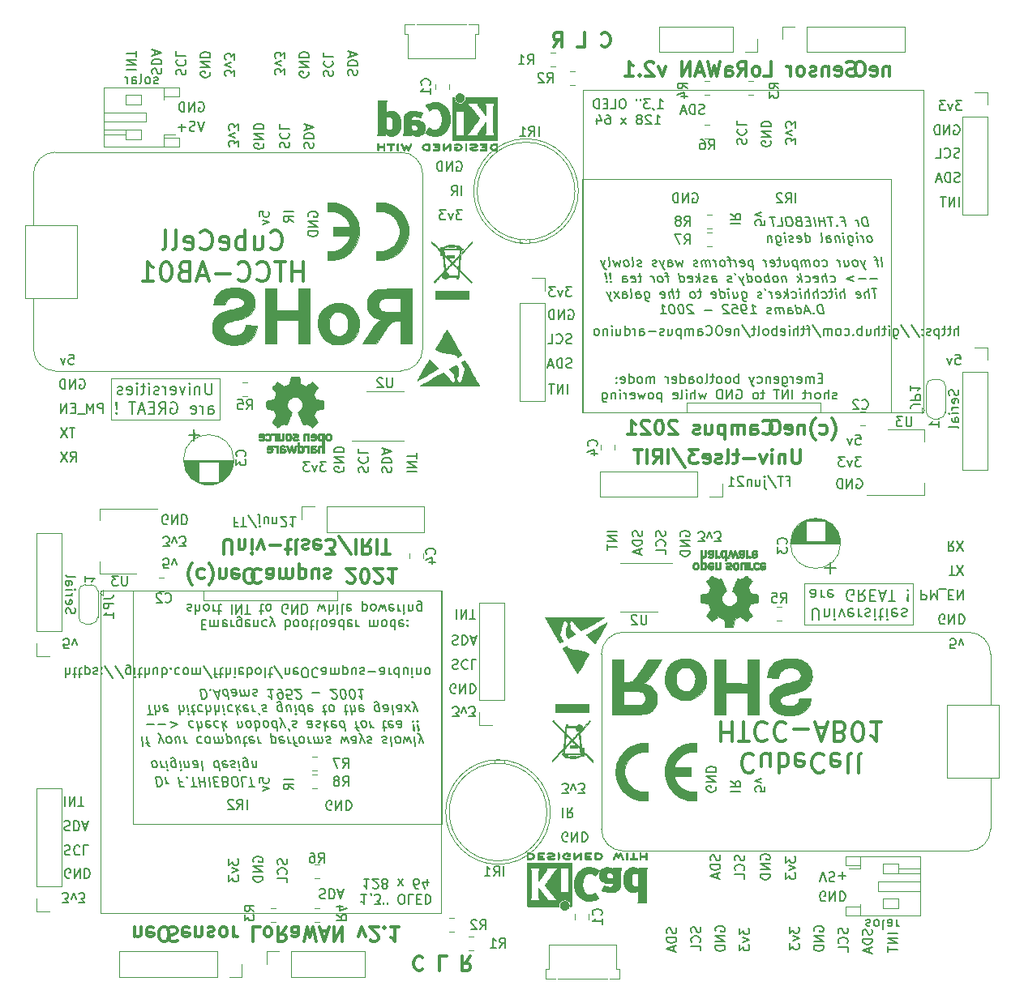
<source format=gbo>
G04 #@! TF.GenerationSoftware,KiCad,Pcbnew,5.1.8-1.fc31*
G04 #@! TF.CreationDate,2021-07-02T10:36:43+02:00*
G04 #@! TF.ProjectId,LoRaWANV2.1_panelized,4c6f5261-5741-44e5-9632-2e315f70616e,rev?*
G04 #@! TF.SameCoordinates,Original*
G04 #@! TF.FileFunction,Legend,Bot*
G04 #@! TF.FilePolarity,Positive*
%FSLAX46Y46*%
G04 Gerber Fmt 4.6, Leading zero omitted, Abs format (unit mm)*
G04 Created by KiCad (PCBNEW 5.1.8-1.fc31) date 2021-07-02 10:36:43*
%MOMM*%
%LPD*%
G01*
G04 APERTURE LIST*
%ADD10C,0.300000*%
%ADD11C,0.150000*%
%ADD12C,0.200000*%
%ADD13C,0.120000*%
%ADD14C,0.010000*%
G04 APERTURE END LIST*
D10*
X103759619Y-100122714D02*
X103664380Y-100027476D01*
X103378666Y-99932238D01*
X103188190Y-99932238D01*
X102902476Y-100027476D01*
X102712000Y-100217952D01*
X102616761Y-100408428D01*
X102521523Y-100789380D01*
X102521523Y-101075095D01*
X102616761Y-101456047D01*
X102712000Y-101646523D01*
X102902476Y-101837000D01*
X103188190Y-101932238D01*
X103378666Y-101932238D01*
X103664380Y-101837000D01*
X103759619Y-101741761D01*
X105473904Y-101265571D02*
X105473904Y-99932238D01*
X104616761Y-101265571D02*
X104616761Y-100217952D01*
X104712000Y-100027476D01*
X104902476Y-99932238D01*
X105188190Y-99932238D01*
X105378666Y-100027476D01*
X105473904Y-100122714D01*
X106426285Y-99932238D02*
X106426285Y-101932238D01*
X106426285Y-101170333D02*
X106616761Y-101265571D01*
X106997714Y-101265571D01*
X107188190Y-101170333D01*
X107283428Y-101075095D01*
X107378666Y-100884619D01*
X107378666Y-100313190D01*
X107283428Y-100122714D01*
X107188190Y-100027476D01*
X106997714Y-99932238D01*
X106616761Y-99932238D01*
X106426285Y-100027476D01*
X108997714Y-100027476D02*
X108807238Y-99932238D01*
X108426285Y-99932238D01*
X108235809Y-100027476D01*
X108140571Y-100217952D01*
X108140571Y-100979857D01*
X108235809Y-101170333D01*
X108426285Y-101265571D01*
X108807238Y-101265571D01*
X108997714Y-101170333D01*
X109092952Y-100979857D01*
X109092952Y-100789380D01*
X108140571Y-100598904D01*
X111092952Y-100122714D02*
X110997714Y-100027476D01*
X110712000Y-99932238D01*
X110521523Y-99932238D01*
X110235809Y-100027476D01*
X110045333Y-100217952D01*
X109950095Y-100408428D01*
X109854857Y-100789380D01*
X109854857Y-101075095D01*
X109950095Y-101456047D01*
X110045333Y-101646523D01*
X110235809Y-101837000D01*
X110521523Y-101932238D01*
X110712000Y-101932238D01*
X110997714Y-101837000D01*
X111092952Y-101741761D01*
X112712000Y-100027476D02*
X112521523Y-99932238D01*
X112140571Y-99932238D01*
X111950095Y-100027476D01*
X111854857Y-100217952D01*
X111854857Y-100979857D01*
X111950095Y-101170333D01*
X112140571Y-101265571D01*
X112521523Y-101265571D01*
X112712000Y-101170333D01*
X112807238Y-100979857D01*
X112807238Y-100789380D01*
X111854857Y-100598904D01*
X113950095Y-99932238D02*
X113759619Y-100027476D01*
X113664380Y-100217952D01*
X113664380Y-101932238D01*
X114997714Y-99932238D02*
X114807238Y-100027476D01*
X114712000Y-100217952D01*
X114712000Y-101932238D01*
X100378666Y-96632238D02*
X100378666Y-98632238D01*
X100378666Y-97679857D02*
X101521523Y-97679857D01*
X101521523Y-96632238D02*
X101521523Y-98632238D01*
X102188190Y-98632238D02*
X103331047Y-98632238D01*
X102759619Y-96632238D02*
X102759619Y-98632238D01*
X105140571Y-96822714D02*
X105045333Y-96727476D01*
X104759619Y-96632238D01*
X104569142Y-96632238D01*
X104283428Y-96727476D01*
X104092952Y-96917952D01*
X103997714Y-97108428D01*
X103902476Y-97489380D01*
X103902476Y-97775095D01*
X103997714Y-98156047D01*
X104092952Y-98346523D01*
X104283428Y-98537000D01*
X104569142Y-98632238D01*
X104759619Y-98632238D01*
X105045333Y-98537000D01*
X105140571Y-98441761D01*
X107140571Y-96822714D02*
X107045333Y-96727476D01*
X106759619Y-96632238D01*
X106569142Y-96632238D01*
X106283428Y-96727476D01*
X106092952Y-96917952D01*
X105997714Y-97108428D01*
X105902476Y-97489380D01*
X105902476Y-97775095D01*
X105997714Y-98156047D01*
X106092952Y-98346523D01*
X106283428Y-98537000D01*
X106569142Y-98632238D01*
X106759619Y-98632238D01*
X107045333Y-98537000D01*
X107140571Y-98441761D01*
X107997714Y-97394142D02*
X109521523Y-97394142D01*
X110378666Y-97203666D02*
X111331047Y-97203666D01*
X110188190Y-96632238D02*
X110854857Y-98632238D01*
X111521523Y-96632238D01*
X112854857Y-97679857D02*
X113140571Y-97584619D01*
X113235809Y-97489380D01*
X113331047Y-97298904D01*
X113331047Y-97013190D01*
X113235809Y-96822714D01*
X113140571Y-96727476D01*
X112950095Y-96632238D01*
X112188190Y-96632238D01*
X112188190Y-98632238D01*
X112854857Y-98632238D01*
X113045333Y-98537000D01*
X113140571Y-98441761D01*
X113235809Y-98251285D01*
X113235809Y-98060809D01*
X113140571Y-97870333D01*
X113045333Y-97775095D01*
X112854857Y-97679857D01*
X112188190Y-97679857D01*
X114569142Y-98632238D02*
X114759619Y-98632238D01*
X114950095Y-98537000D01*
X115045333Y-98441761D01*
X115140571Y-98251285D01*
X115235809Y-97870333D01*
X115235809Y-97394142D01*
X115140571Y-97013190D01*
X115045333Y-96822714D01*
X114950095Y-96727476D01*
X114759619Y-96632238D01*
X114569142Y-96632238D01*
X114378666Y-96727476D01*
X114283428Y-96822714D01*
X114188190Y-97013190D01*
X114092952Y-97394142D01*
X114092952Y-97870333D01*
X114188190Y-98251285D01*
X114283428Y-98441761D01*
X114378666Y-98537000D01*
X114569142Y-98632238D01*
X117140571Y-96632238D02*
X115997714Y-96632238D01*
X116569142Y-96632238D02*
X116569142Y-98632238D01*
X116378666Y-98346523D01*
X116188190Y-98156047D01*
X115997714Y-98060809D01*
D11*
X115530523Y-117324238D02*
X115625761Y-117276619D01*
X115816238Y-117276619D01*
X115911476Y-117324238D01*
X115959095Y-117419476D01*
X115959095Y-117467095D01*
X115911476Y-117562333D01*
X115816238Y-117609952D01*
X115673380Y-117609952D01*
X115578142Y-117657571D01*
X115530523Y-117752809D01*
X115530523Y-117800428D01*
X115578142Y-117895666D01*
X115673380Y-117943285D01*
X115816238Y-117943285D01*
X115911476Y-117895666D01*
X116530523Y-117276619D02*
X116435285Y-117324238D01*
X116387666Y-117371857D01*
X116340047Y-117467095D01*
X116340047Y-117752809D01*
X116387666Y-117848047D01*
X116435285Y-117895666D01*
X116530523Y-117943285D01*
X116673380Y-117943285D01*
X116768619Y-117895666D01*
X116816238Y-117848047D01*
X116863857Y-117752809D01*
X116863857Y-117467095D01*
X116816238Y-117371857D01*
X116768619Y-117324238D01*
X116673380Y-117276619D01*
X116530523Y-117276619D01*
X117435285Y-117276619D02*
X117340047Y-117324238D01*
X117292428Y-117419476D01*
X117292428Y-118276619D01*
X118244809Y-117276619D02*
X118244809Y-117800428D01*
X118197190Y-117895666D01*
X118101952Y-117943285D01*
X117911476Y-117943285D01*
X117816238Y-117895666D01*
X118244809Y-117324238D02*
X118149571Y-117276619D01*
X117911476Y-117276619D01*
X117816238Y-117324238D01*
X117768619Y-117419476D01*
X117768619Y-117514714D01*
X117816238Y-117609952D01*
X117911476Y-117657571D01*
X118149571Y-117657571D01*
X118244809Y-117705190D01*
X118721000Y-117276619D02*
X118721000Y-117943285D01*
X118721000Y-117752809D02*
X118768619Y-117848047D01*
X118816238Y-117895666D01*
X118911476Y-117943285D01*
X119006714Y-117943285D01*
X111188571Y-80537857D02*
X112331428Y-80537857D01*
X111760000Y-79966428D02*
X111760000Y-81109285D01*
X124674333Y-77779619D02*
X124341000Y-78255809D01*
X124102904Y-77779619D02*
X124102904Y-78779619D01*
X124483857Y-78779619D01*
X124579095Y-78732000D01*
X124626714Y-78684380D01*
X124674333Y-78589142D01*
X124674333Y-78446285D01*
X124626714Y-78351047D01*
X124579095Y-78303428D01*
X124483857Y-78255809D01*
X124102904Y-78255809D01*
X125007666Y-78779619D02*
X125674333Y-77779619D01*
X125674333Y-78779619D02*
X125007666Y-77779619D01*
X124206095Y-81319619D02*
X124777523Y-81319619D01*
X124491809Y-80319619D02*
X124491809Y-81319619D01*
X125015619Y-81319619D02*
X125682285Y-80319619D01*
X125682285Y-81319619D02*
X125015619Y-80319619D01*
X121253523Y-82859619D02*
X121253523Y-83859619D01*
X121634476Y-83859619D01*
X121729714Y-83812000D01*
X121777333Y-83764380D01*
X121824952Y-83669142D01*
X121824952Y-83526285D01*
X121777333Y-83431047D01*
X121729714Y-83383428D01*
X121634476Y-83335809D01*
X121253523Y-83335809D01*
X122253523Y-82859619D02*
X122253523Y-83859619D01*
X122586857Y-83145333D01*
X122920190Y-83859619D01*
X122920190Y-82859619D01*
X123158285Y-82764380D02*
X123920190Y-82764380D01*
X124158285Y-83383428D02*
X124491619Y-83383428D01*
X124634476Y-82859619D02*
X124158285Y-82859619D01*
X124158285Y-83859619D01*
X124634476Y-83859619D01*
X125063047Y-82859619D02*
X125063047Y-83859619D01*
X125634476Y-82859619D01*
X125634476Y-83859619D01*
X123698095Y-86352000D02*
X123602857Y-86399619D01*
X123460000Y-86399619D01*
X123317142Y-86352000D01*
X123221904Y-86256761D01*
X123174285Y-86161523D01*
X123126666Y-85971047D01*
X123126666Y-85828190D01*
X123174285Y-85637714D01*
X123221904Y-85542476D01*
X123317142Y-85447238D01*
X123460000Y-85399619D01*
X123555238Y-85399619D01*
X123698095Y-85447238D01*
X123745714Y-85494857D01*
X123745714Y-85828190D01*
X123555238Y-85828190D01*
X124174285Y-85399619D02*
X124174285Y-86399619D01*
X124745714Y-85399619D01*
X124745714Y-86399619D01*
X125221904Y-85399619D02*
X125221904Y-86399619D01*
X125460000Y-86399619D01*
X125602857Y-86352000D01*
X125698095Y-86256761D01*
X125745714Y-86161523D01*
X125793333Y-85971047D01*
X125793333Y-85828190D01*
X125745714Y-85637714D01*
X125698095Y-85542476D01*
X125602857Y-85447238D01*
X125460000Y-85399619D01*
X125221904Y-85399619D01*
X124825142Y-88939619D02*
X124348952Y-88939619D01*
X124301333Y-88463428D01*
X124348952Y-88511047D01*
X124444190Y-88558666D01*
X124682285Y-88558666D01*
X124777523Y-88511047D01*
X124825142Y-88463428D01*
X124872761Y-88368190D01*
X124872761Y-88130095D01*
X124825142Y-88034857D01*
X124777523Y-87987238D01*
X124682285Y-87939619D01*
X124444190Y-87939619D01*
X124348952Y-87987238D01*
X124301333Y-88034857D01*
X125206095Y-88606285D02*
X125444190Y-87939619D01*
X125682285Y-88606285D01*
X89479380Y-76692238D02*
X88479380Y-76692238D01*
X89479380Y-77168428D02*
X88479380Y-77168428D01*
X89479380Y-77739857D01*
X88479380Y-77739857D01*
X88479380Y-78073190D02*
X88479380Y-78644619D01*
X89479380Y-78358904D02*
X88479380Y-78358904D01*
X92098761Y-76636714D02*
X92146380Y-76779571D01*
X92146380Y-77017666D01*
X92098761Y-77112904D01*
X92051142Y-77160523D01*
X91955904Y-77208142D01*
X91860666Y-77208142D01*
X91765428Y-77160523D01*
X91717809Y-77112904D01*
X91670190Y-77017666D01*
X91622571Y-76827190D01*
X91574952Y-76731952D01*
X91527333Y-76684333D01*
X91432095Y-76636714D01*
X91336857Y-76636714D01*
X91241619Y-76684333D01*
X91194000Y-76731952D01*
X91146380Y-76827190D01*
X91146380Y-77065285D01*
X91194000Y-77208142D01*
X92146380Y-77636714D02*
X91146380Y-77636714D01*
X91146380Y-77874809D01*
X91194000Y-78017666D01*
X91289238Y-78112904D01*
X91384476Y-78160523D01*
X91574952Y-78208142D01*
X91717809Y-78208142D01*
X91908285Y-78160523D01*
X92003523Y-78112904D01*
X92098761Y-78017666D01*
X92146380Y-77874809D01*
X92146380Y-77636714D01*
X91860666Y-78589095D02*
X91860666Y-79065285D01*
X92146380Y-78493857D02*
X91146380Y-78827190D01*
X92146380Y-79160523D01*
X94511761Y-76660523D02*
X94559380Y-76803380D01*
X94559380Y-77041476D01*
X94511761Y-77136714D01*
X94464142Y-77184333D01*
X94368904Y-77231952D01*
X94273666Y-77231952D01*
X94178428Y-77184333D01*
X94130809Y-77136714D01*
X94083190Y-77041476D01*
X94035571Y-76851000D01*
X93987952Y-76755761D01*
X93940333Y-76708142D01*
X93845095Y-76660523D01*
X93749857Y-76660523D01*
X93654619Y-76708142D01*
X93607000Y-76755761D01*
X93559380Y-76851000D01*
X93559380Y-77089095D01*
X93607000Y-77231952D01*
X94464142Y-78231952D02*
X94511761Y-78184333D01*
X94559380Y-78041476D01*
X94559380Y-77946238D01*
X94511761Y-77803380D01*
X94416523Y-77708142D01*
X94321285Y-77660523D01*
X94130809Y-77612904D01*
X93987952Y-77612904D01*
X93797476Y-77660523D01*
X93702238Y-77708142D01*
X93607000Y-77803380D01*
X93559380Y-77946238D01*
X93559380Y-78041476D01*
X93607000Y-78184333D01*
X93654619Y-78231952D01*
X94559380Y-79136714D02*
X94559380Y-78660523D01*
X93559380Y-78660523D01*
X96147000Y-77216095D02*
X96099380Y-77120857D01*
X96099380Y-76978000D01*
X96147000Y-76835142D01*
X96242238Y-76739904D01*
X96337476Y-76692285D01*
X96527952Y-76644666D01*
X96670809Y-76644666D01*
X96861285Y-76692285D01*
X96956523Y-76739904D01*
X97051761Y-76835142D01*
X97099380Y-76978000D01*
X97099380Y-77073238D01*
X97051761Y-77216095D01*
X97004142Y-77263714D01*
X96670809Y-77263714D01*
X96670809Y-77073238D01*
X97099380Y-77692285D02*
X96099380Y-77692285D01*
X97099380Y-78263714D01*
X96099380Y-78263714D01*
X97099380Y-78739904D02*
X96099380Y-78739904D01*
X96099380Y-78978000D01*
X96147000Y-79120857D01*
X96242238Y-79216095D01*
X96337476Y-79263714D01*
X96527952Y-79311333D01*
X96670809Y-79311333D01*
X96861285Y-79263714D01*
X96956523Y-79216095D01*
X97051761Y-79120857D01*
X97099380Y-78978000D01*
X97099380Y-78739904D01*
X97996523Y-77763619D02*
X98615571Y-77763619D01*
X98282238Y-77382666D01*
X98425095Y-77382666D01*
X98520333Y-77335047D01*
X98567952Y-77287428D01*
X98615571Y-77192190D01*
X98615571Y-76954095D01*
X98567952Y-76858857D01*
X98520333Y-76811238D01*
X98425095Y-76763619D01*
X98139380Y-76763619D01*
X98044142Y-76811238D01*
X97996523Y-76858857D01*
X98948904Y-77430285D02*
X99187000Y-76763619D01*
X99425095Y-77430285D01*
X99710809Y-77763619D02*
X100329857Y-77763619D01*
X99996523Y-77382666D01*
X100139380Y-77382666D01*
X100234619Y-77335047D01*
X100282238Y-77287428D01*
X100329857Y-77192190D01*
X100329857Y-76954095D01*
X100282238Y-76858857D01*
X100234619Y-76811238D01*
X100139380Y-76763619D01*
X99853666Y-76763619D01*
X99758428Y-76811238D01*
X99710809Y-76858857D01*
X84328095Y-109085000D02*
X84232857Y-109132619D01*
X84090000Y-109132619D01*
X83947142Y-109085000D01*
X83851904Y-108989761D01*
X83804285Y-108894523D01*
X83756666Y-108704047D01*
X83756666Y-108561190D01*
X83804285Y-108370714D01*
X83851904Y-108275476D01*
X83947142Y-108180238D01*
X84090000Y-108132619D01*
X84185238Y-108132619D01*
X84328095Y-108180238D01*
X84375714Y-108227857D01*
X84375714Y-108561190D01*
X84185238Y-108561190D01*
X84804285Y-108132619D02*
X84804285Y-109132619D01*
X85375714Y-108132619D01*
X85375714Y-109132619D01*
X85851904Y-108132619D02*
X85851904Y-109132619D01*
X86090000Y-109132619D01*
X86232857Y-109085000D01*
X86328095Y-108989761D01*
X86375714Y-108894523D01*
X86423333Y-108704047D01*
X86423333Y-108561190D01*
X86375714Y-108370714D01*
X86328095Y-108275476D01*
X86232857Y-108180238D01*
X86090000Y-108132619D01*
X85851904Y-108132619D01*
X83828000Y-105592619D02*
X83828000Y-106592619D01*
X84875619Y-105592619D02*
X84542285Y-106068809D01*
X84304190Y-105592619D02*
X84304190Y-106592619D01*
X84685142Y-106592619D01*
X84780380Y-106545000D01*
X84828000Y-106497380D01*
X84875619Y-106402142D01*
X84875619Y-106259285D01*
X84828000Y-106164047D01*
X84780380Y-106116428D01*
X84685142Y-106068809D01*
X84304190Y-106068809D01*
X83772523Y-104052619D02*
X84391571Y-104052619D01*
X84058238Y-103671666D01*
X84201095Y-103671666D01*
X84296333Y-103624047D01*
X84343952Y-103576428D01*
X84391571Y-103481190D01*
X84391571Y-103243095D01*
X84343952Y-103147857D01*
X84296333Y-103100238D01*
X84201095Y-103052619D01*
X83915380Y-103052619D01*
X83820142Y-103100238D01*
X83772523Y-103147857D01*
X84724904Y-103719285D02*
X84963000Y-103052619D01*
X85201095Y-103719285D01*
X85486809Y-104052619D02*
X86105857Y-104052619D01*
X85772523Y-103671666D01*
X85915380Y-103671666D01*
X86010619Y-103624047D01*
X86058238Y-103576428D01*
X86105857Y-103481190D01*
X86105857Y-103243095D01*
X86058238Y-103147857D01*
X86010619Y-103100238D01*
X85915380Y-103052619D01*
X85629666Y-103052619D01*
X85534428Y-103100238D01*
X85486809Y-103147857D01*
X104941619Y-103393857D02*
X104941619Y-103870047D01*
X104465428Y-103917666D01*
X104513047Y-103870047D01*
X104560666Y-103774809D01*
X104560666Y-103536714D01*
X104513047Y-103441476D01*
X104465428Y-103393857D01*
X104370190Y-103346238D01*
X104132095Y-103346238D01*
X104036857Y-103393857D01*
X103989238Y-103441476D01*
X103941619Y-103536714D01*
X103941619Y-103774809D01*
X103989238Y-103870047D01*
X104036857Y-103917666D01*
X104608285Y-103012904D02*
X103941619Y-102774809D01*
X104608285Y-102536714D01*
X101401619Y-103878000D02*
X102401619Y-103878000D01*
X101401619Y-102830380D02*
X101877809Y-103163714D01*
X101401619Y-103401809D02*
X102401619Y-103401809D01*
X102401619Y-103020857D01*
X102354000Y-102925619D01*
X102306380Y-102878000D01*
X102211142Y-102830380D01*
X102068285Y-102830380D01*
X101973047Y-102878000D01*
X101925428Y-102925619D01*
X101877809Y-103020857D01*
X101877809Y-103401809D01*
X99814000Y-103377904D02*
X99861619Y-103473142D01*
X99861619Y-103616000D01*
X99814000Y-103758857D01*
X99718761Y-103854095D01*
X99623523Y-103901714D01*
X99433047Y-103949333D01*
X99290190Y-103949333D01*
X99099714Y-103901714D01*
X99004476Y-103854095D01*
X98909238Y-103758857D01*
X98861619Y-103616000D01*
X98861619Y-103520761D01*
X98909238Y-103377904D01*
X98956857Y-103330285D01*
X99290190Y-103330285D01*
X99290190Y-103520761D01*
X98861619Y-102901714D02*
X99861619Y-102901714D01*
X98861619Y-102330285D01*
X99861619Y-102330285D01*
X98861619Y-101854095D02*
X99861619Y-101854095D01*
X99861619Y-101616000D01*
X99814000Y-101473142D01*
X99718761Y-101377904D01*
X99623523Y-101330285D01*
X99433047Y-101282666D01*
X99290190Y-101282666D01*
X99099714Y-101330285D01*
X99004476Y-101377904D01*
X98909238Y-101473142D01*
X98861619Y-101616000D01*
X98861619Y-101854095D01*
X111252095Y-115308000D02*
X111156857Y-115355619D01*
X111014000Y-115355619D01*
X110871142Y-115308000D01*
X110775904Y-115212761D01*
X110728285Y-115117523D01*
X110680666Y-114927047D01*
X110680666Y-114784190D01*
X110728285Y-114593714D01*
X110775904Y-114498476D01*
X110871142Y-114403238D01*
X111014000Y-114355619D01*
X111109238Y-114355619D01*
X111252095Y-114403238D01*
X111299714Y-114450857D01*
X111299714Y-114784190D01*
X111109238Y-114784190D01*
X111728285Y-114355619D02*
X111728285Y-115355619D01*
X112299714Y-114355619D01*
X112299714Y-115355619D01*
X112775904Y-114355619D02*
X112775904Y-115355619D01*
X113014000Y-115355619D01*
X113156857Y-115308000D01*
X113252095Y-115212761D01*
X113299714Y-115117523D01*
X113347333Y-114927047D01*
X113347333Y-114784190D01*
X113299714Y-114593714D01*
X113252095Y-114498476D01*
X113156857Y-114403238D01*
X113014000Y-114355619D01*
X112775904Y-114355619D01*
X110712428Y-113323619D02*
X111045761Y-112323619D01*
X111379095Y-113323619D01*
X111664809Y-112371238D02*
X111807666Y-112323619D01*
X112045761Y-112323619D01*
X112141000Y-112371238D01*
X112188619Y-112418857D01*
X112236238Y-112514095D01*
X112236238Y-112609333D01*
X112188619Y-112704571D01*
X112141000Y-112752190D01*
X112045761Y-112799809D01*
X111855285Y-112847428D01*
X111760047Y-112895047D01*
X111712428Y-112942666D01*
X111664809Y-113037904D01*
X111664809Y-113133142D01*
X111712428Y-113228380D01*
X111760047Y-113276000D01*
X111855285Y-113323619D01*
X112093380Y-113323619D01*
X112236238Y-113276000D01*
X112664809Y-112704571D02*
X113426714Y-112704571D01*
X113045761Y-112323619D02*
X113045761Y-113085523D01*
X107148380Y-110696523D02*
X107148380Y-111315571D01*
X107529333Y-110982238D01*
X107529333Y-111125095D01*
X107576952Y-111220333D01*
X107624571Y-111267952D01*
X107719809Y-111315571D01*
X107957904Y-111315571D01*
X108053142Y-111267952D01*
X108100761Y-111220333D01*
X108148380Y-111125095D01*
X108148380Y-110839380D01*
X108100761Y-110744142D01*
X108053142Y-110696523D01*
X107481714Y-111648904D02*
X108148380Y-111887000D01*
X107481714Y-112125095D01*
X107148380Y-112410809D02*
X107148380Y-113029857D01*
X107529333Y-112696523D01*
X107529333Y-112839380D01*
X107576952Y-112934619D01*
X107624571Y-112982238D01*
X107719809Y-113029857D01*
X107957904Y-113029857D01*
X108053142Y-112982238D01*
X108100761Y-112934619D01*
X108148380Y-112839380D01*
X108148380Y-112553666D01*
X108100761Y-112458428D01*
X108053142Y-112410809D01*
X104529000Y-110998095D02*
X104481380Y-110902857D01*
X104481380Y-110760000D01*
X104529000Y-110617142D01*
X104624238Y-110521904D01*
X104719476Y-110474285D01*
X104909952Y-110426666D01*
X105052809Y-110426666D01*
X105243285Y-110474285D01*
X105338523Y-110521904D01*
X105433761Y-110617142D01*
X105481380Y-110760000D01*
X105481380Y-110855238D01*
X105433761Y-110998095D01*
X105386142Y-111045714D01*
X105052809Y-111045714D01*
X105052809Y-110855238D01*
X105481380Y-111474285D02*
X104481380Y-111474285D01*
X105481380Y-112045714D01*
X104481380Y-112045714D01*
X105481380Y-112521904D02*
X104481380Y-112521904D01*
X104481380Y-112760000D01*
X104529000Y-112902857D01*
X104624238Y-112998095D01*
X104719476Y-113045714D01*
X104909952Y-113093333D01*
X105052809Y-113093333D01*
X105243285Y-113045714D01*
X105338523Y-112998095D01*
X105433761Y-112902857D01*
X105481380Y-112760000D01*
X105481380Y-112521904D01*
X102766761Y-110569523D02*
X102814380Y-110712380D01*
X102814380Y-110950476D01*
X102766761Y-111045714D01*
X102719142Y-111093333D01*
X102623904Y-111140952D01*
X102528666Y-111140952D01*
X102433428Y-111093333D01*
X102385809Y-111045714D01*
X102338190Y-110950476D01*
X102290571Y-110760000D01*
X102242952Y-110664761D01*
X102195333Y-110617142D01*
X102100095Y-110569523D01*
X102004857Y-110569523D01*
X101909619Y-110617142D01*
X101862000Y-110664761D01*
X101814380Y-110760000D01*
X101814380Y-110998095D01*
X101862000Y-111140952D01*
X102719142Y-112140952D02*
X102766761Y-112093333D01*
X102814380Y-111950476D01*
X102814380Y-111855238D01*
X102766761Y-111712380D01*
X102671523Y-111617142D01*
X102576285Y-111569523D01*
X102385809Y-111521904D01*
X102242952Y-111521904D01*
X102052476Y-111569523D01*
X101957238Y-111617142D01*
X101862000Y-111712380D01*
X101814380Y-111855238D01*
X101814380Y-111950476D01*
X101862000Y-112093333D01*
X101909619Y-112140952D01*
X102814380Y-113045714D02*
X102814380Y-112569523D01*
X101814380Y-112569523D01*
X100226761Y-110545714D02*
X100274380Y-110688571D01*
X100274380Y-110926666D01*
X100226761Y-111021904D01*
X100179142Y-111069523D01*
X100083904Y-111117142D01*
X99988666Y-111117142D01*
X99893428Y-111069523D01*
X99845809Y-111021904D01*
X99798190Y-110926666D01*
X99750571Y-110736190D01*
X99702952Y-110640952D01*
X99655333Y-110593333D01*
X99560095Y-110545714D01*
X99464857Y-110545714D01*
X99369619Y-110593333D01*
X99322000Y-110640952D01*
X99274380Y-110736190D01*
X99274380Y-110974285D01*
X99322000Y-111117142D01*
X100274380Y-111545714D02*
X99274380Y-111545714D01*
X99274380Y-111783809D01*
X99322000Y-111926666D01*
X99417238Y-112021904D01*
X99512476Y-112069523D01*
X99702952Y-112117142D01*
X99845809Y-112117142D01*
X100036285Y-112069523D01*
X100131523Y-112021904D01*
X100226761Y-111926666D01*
X100274380Y-111783809D01*
X100274380Y-111545714D01*
X99988666Y-112498095D02*
X99988666Y-112974285D01*
X100274380Y-112402857D02*
X99274380Y-112736190D01*
X100274380Y-113069523D01*
X118816380Y-118729238D02*
X117816380Y-118729238D01*
X118816380Y-119205428D02*
X117816380Y-119205428D01*
X118816380Y-119776857D01*
X117816380Y-119776857D01*
X117816380Y-120110190D02*
X117816380Y-120681619D01*
X118816380Y-120395904D02*
X117816380Y-120395904D01*
X116101761Y-118292714D02*
X116149380Y-118435571D01*
X116149380Y-118673666D01*
X116101761Y-118768904D01*
X116054142Y-118816523D01*
X115958904Y-118864142D01*
X115863666Y-118864142D01*
X115768428Y-118816523D01*
X115720809Y-118768904D01*
X115673190Y-118673666D01*
X115625571Y-118483190D01*
X115577952Y-118387952D01*
X115530333Y-118340333D01*
X115435095Y-118292714D01*
X115339857Y-118292714D01*
X115244619Y-118340333D01*
X115197000Y-118387952D01*
X115149380Y-118483190D01*
X115149380Y-118721285D01*
X115197000Y-118864142D01*
X116149380Y-119292714D02*
X115149380Y-119292714D01*
X115149380Y-119530809D01*
X115197000Y-119673666D01*
X115292238Y-119768904D01*
X115387476Y-119816523D01*
X115577952Y-119864142D01*
X115720809Y-119864142D01*
X115911285Y-119816523D01*
X116006523Y-119768904D01*
X116101761Y-119673666D01*
X116149380Y-119530809D01*
X116149380Y-119292714D01*
X115863666Y-120245095D02*
X115863666Y-120721285D01*
X116149380Y-120149857D02*
X115149380Y-120483190D01*
X116149380Y-120816523D01*
X113561761Y-118189523D02*
X113609380Y-118332380D01*
X113609380Y-118570476D01*
X113561761Y-118665714D01*
X113514142Y-118713333D01*
X113418904Y-118760952D01*
X113323666Y-118760952D01*
X113228428Y-118713333D01*
X113180809Y-118665714D01*
X113133190Y-118570476D01*
X113085571Y-118380000D01*
X113037952Y-118284761D01*
X112990333Y-118237142D01*
X112895095Y-118189523D01*
X112799857Y-118189523D01*
X112704619Y-118237142D01*
X112657000Y-118284761D01*
X112609380Y-118380000D01*
X112609380Y-118618095D01*
X112657000Y-118760952D01*
X113514142Y-119760952D02*
X113561761Y-119713333D01*
X113609380Y-119570476D01*
X113609380Y-119475238D01*
X113561761Y-119332380D01*
X113466523Y-119237142D01*
X113371285Y-119189523D01*
X113180809Y-119141904D01*
X113037952Y-119141904D01*
X112847476Y-119189523D01*
X112752238Y-119237142D01*
X112657000Y-119332380D01*
X112609380Y-119475238D01*
X112609380Y-119570476D01*
X112657000Y-119713333D01*
X112704619Y-119760952D01*
X113609380Y-120665714D02*
X113609380Y-120189523D01*
X112609380Y-120189523D01*
X110117000Y-118491095D02*
X110069380Y-118395857D01*
X110069380Y-118253000D01*
X110117000Y-118110142D01*
X110212238Y-118014904D01*
X110307476Y-117967285D01*
X110497952Y-117919666D01*
X110640809Y-117919666D01*
X110831285Y-117967285D01*
X110926523Y-118014904D01*
X111021761Y-118110142D01*
X111069380Y-118253000D01*
X111069380Y-118348238D01*
X111021761Y-118491095D01*
X110974142Y-118538714D01*
X110640809Y-118538714D01*
X110640809Y-118348238D01*
X111069380Y-118967285D02*
X110069380Y-118967285D01*
X111069380Y-119538714D01*
X110069380Y-119538714D01*
X111069380Y-120014904D02*
X110069380Y-120014904D01*
X110069380Y-120253000D01*
X110117000Y-120395857D01*
X110212238Y-120491095D01*
X110307476Y-120538714D01*
X110497952Y-120586333D01*
X110640809Y-120586333D01*
X110831285Y-120538714D01*
X110926523Y-120491095D01*
X111021761Y-120395857D01*
X111069380Y-120253000D01*
X111069380Y-120014904D01*
X107529380Y-118062523D02*
X107529380Y-118681571D01*
X107910333Y-118348238D01*
X107910333Y-118491095D01*
X107957952Y-118586333D01*
X108005571Y-118633952D01*
X108100809Y-118681571D01*
X108338904Y-118681571D01*
X108434142Y-118633952D01*
X108481761Y-118586333D01*
X108529380Y-118491095D01*
X108529380Y-118205380D01*
X108481761Y-118110142D01*
X108434142Y-118062523D01*
X107862714Y-119014904D02*
X108529380Y-119253000D01*
X107862714Y-119491095D01*
X107529380Y-119776809D02*
X107529380Y-120395857D01*
X107910333Y-120062523D01*
X107910333Y-120205380D01*
X107957952Y-120300619D01*
X108005571Y-120348238D01*
X108100809Y-120395857D01*
X108338904Y-120395857D01*
X108434142Y-120348238D01*
X108481761Y-120300619D01*
X108529380Y-120205380D01*
X108529380Y-119919666D01*
X108481761Y-119824428D01*
X108434142Y-119776809D01*
X102322380Y-118189523D02*
X102322380Y-118808571D01*
X102703333Y-118475238D01*
X102703333Y-118618095D01*
X102750952Y-118713333D01*
X102798571Y-118760952D01*
X102893809Y-118808571D01*
X103131904Y-118808571D01*
X103227142Y-118760952D01*
X103274761Y-118713333D01*
X103322380Y-118618095D01*
X103322380Y-118332380D01*
X103274761Y-118237142D01*
X103227142Y-118189523D01*
X102655714Y-119141904D02*
X103322380Y-119380000D01*
X102655714Y-119618095D01*
X102322380Y-119903809D02*
X102322380Y-120522857D01*
X102703333Y-120189523D01*
X102703333Y-120332380D01*
X102750952Y-120427619D01*
X102798571Y-120475238D01*
X102893809Y-120522857D01*
X103131904Y-120522857D01*
X103227142Y-120475238D01*
X103274761Y-120427619D01*
X103322380Y-120332380D01*
X103322380Y-120046666D01*
X103274761Y-119951428D01*
X103227142Y-119903809D01*
X99830000Y-118491095D02*
X99782380Y-118395857D01*
X99782380Y-118253000D01*
X99830000Y-118110142D01*
X99925238Y-118014904D01*
X100020476Y-117967285D01*
X100210952Y-117919666D01*
X100353809Y-117919666D01*
X100544285Y-117967285D01*
X100639523Y-118014904D01*
X100734761Y-118110142D01*
X100782380Y-118253000D01*
X100782380Y-118348238D01*
X100734761Y-118491095D01*
X100687142Y-118538714D01*
X100353809Y-118538714D01*
X100353809Y-118348238D01*
X100782380Y-118967285D02*
X99782380Y-118967285D01*
X100782380Y-119538714D01*
X99782380Y-119538714D01*
X100782380Y-120014904D02*
X99782380Y-120014904D01*
X99782380Y-120253000D01*
X99830000Y-120395857D01*
X99925238Y-120491095D01*
X100020476Y-120538714D01*
X100210952Y-120586333D01*
X100353809Y-120586333D01*
X100544285Y-120538714D01*
X100639523Y-120491095D01*
X100734761Y-120395857D01*
X100782380Y-120253000D01*
X100782380Y-120014904D01*
X98194761Y-118062523D02*
X98242380Y-118205380D01*
X98242380Y-118443476D01*
X98194761Y-118538714D01*
X98147142Y-118586333D01*
X98051904Y-118633952D01*
X97956666Y-118633952D01*
X97861428Y-118586333D01*
X97813809Y-118538714D01*
X97766190Y-118443476D01*
X97718571Y-118253000D01*
X97670952Y-118157761D01*
X97623333Y-118110142D01*
X97528095Y-118062523D01*
X97432857Y-118062523D01*
X97337619Y-118110142D01*
X97290000Y-118157761D01*
X97242380Y-118253000D01*
X97242380Y-118491095D01*
X97290000Y-118633952D01*
X98147142Y-119633952D02*
X98194761Y-119586333D01*
X98242380Y-119443476D01*
X98242380Y-119348238D01*
X98194761Y-119205380D01*
X98099523Y-119110142D01*
X98004285Y-119062523D01*
X97813809Y-119014904D01*
X97670952Y-119014904D01*
X97480476Y-119062523D01*
X97385238Y-119110142D01*
X97290000Y-119205380D01*
X97242380Y-119348238D01*
X97242380Y-119443476D01*
X97290000Y-119586333D01*
X97337619Y-119633952D01*
X98242380Y-120538714D02*
X98242380Y-120062523D01*
X97242380Y-120062523D01*
X95654761Y-118165714D02*
X95702380Y-118308571D01*
X95702380Y-118546666D01*
X95654761Y-118641904D01*
X95607142Y-118689523D01*
X95511904Y-118737142D01*
X95416666Y-118737142D01*
X95321428Y-118689523D01*
X95273809Y-118641904D01*
X95226190Y-118546666D01*
X95178571Y-118356190D01*
X95130952Y-118260952D01*
X95083333Y-118213333D01*
X94988095Y-118165714D01*
X94892857Y-118165714D01*
X94797619Y-118213333D01*
X94750000Y-118260952D01*
X94702380Y-118356190D01*
X94702380Y-118594285D01*
X94750000Y-118737142D01*
X95702380Y-119165714D02*
X94702380Y-119165714D01*
X94702380Y-119403809D01*
X94750000Y-119546666D01*
X94845238Y-119641904D01*
X94940476Y-119689523D01*
X95130952Y-119737142D01*
X95273809Y-119737142D01*
X95464285Y-119689523D01*
X95559523Y-119641904D01*
X95654761Y-119546666D01*
X95702380Y-119403809D01*
X95702380Y-119165714D01*
X95416666Y-120118095D02*
X95416666Y-120594285D01*
X95702380Y-120022857D02*
X94702380Y-120356190D01*
X95702380Y-120689523D01*
D12*
X109893714Y-85985142D02*
X109893714Y-85013714D01*
X109950857Y-84899428D01*
X110008000Y-84842285D01*
X110122285Y-84785142D01*
X110350857Y-84785142D01*
X110465142Y-84842285D01*
X110522285Y-84899428D01*
X110579428Y-85013714D01*
X110579428Y-85985142D01*
X111150857Y-85585142D02*
X111150857Y-84785142D01*
X111150857Y-85470857D02*
X111208000Y-85528000D01*
X111322285Y-85585142D01*
X111493714Y-85585142D01*
X111608000Y-85528000D01*
X111665142Y-85413714D01*
X111665142Y-84785142D01*
X112236571Y-84785142D02*
X112236571Y-85585142D01*
X112236571Y-85985142D02*
X112179428Y-85928000D01*
X112236571Y-85870857D01*
X112293714Y-85928000D01*
X112236571Y-85985142D01*
X112236571Y-85870857D01*
X112693714Y-85585142D02*
X112979428Y-84785142D01*
X113265142Y-85585142D01*
X114179428Y-84842285D02*
X114065142Y-84785142D01*
X113836571Y-84785142D01*
X113722285Y-84842285D01*
X113665142Y-84956571D01*
X113665142Y-85413714D01*
X113722285Y-85528000D01*
X113836571Y-85585142D01*
X114065142Y-85585142D01*
X114179428Y-85528000D01*
X114236571Y-85413714D01*
X114236571Y-85299428D01*
X113665142Y-85185142D01*
X114750857Y-84785142D02*
X114750857Y-85585142D01*
X114750857Y-85356571D02*
X114808000Y-85470857D01*
X114865142Y-85528000D01*
X114979428Y-85585142D01*
X115093714Y-85585142D01*
X115436571Y-84842285D02*
X115550857Y-84785142D01*
X115779428Y-84785142D01*
X115893714Y-84842285D01*
X115950857Y-84956571D01*
X115950857Y-85013714D01*
X115893714Y-85128000D01*
X115779428Y-85185142D01*
X115608000Y-85185142D01*
X115493714Y-85242285D01*
X115436571Y-85356571D01*
X115436571Y-85413714D01*
X115493714Y-85528000D01*
X115608000Y-85585142D01*
X115779428Y-85585142D01*
X115893714Y-85528000D01*
X116465142Y-84785142D02*
X116465142Y-85585142D01*
X116465142Y-85985142D02*
X116408000Y-85928000D01*
X116465142Y-85870857D01*
X116522285Y-85928000D01*
X116465142Y-85985142D01*
X116465142Y-85870857D01*
X116865142Y-85585142D02*
X117322285Y-85585142D01*
X117036571Y-85985142D02*
X117036571Y-84956571D01*
X117093714Y-84842285D01*
X117208000Y-84785142D01*
X117322285Y-84785142D01*
X117722285Y-84785142D02*
X117722285Y-85585142D01*
X117722285Y-85985142D02*
X117665142Y-85928000D01*
X117722285Y-85870857D01*
X117779428Y-85928000D01*
X117722285Y-85985142D01*
X117722285Y-85870857D01*
X118750857Y-84842285D02*
X118636571Y-84785142D01*
X118408000Y-84785142D01*
X118293714Y-84842285D01*
X118236571Y-84956571D01*
X118236571Y-85413714D01*
X118293714Y-85528000D01*
X118408000Y-85585142D01*
X118636571Y-85585142D01*
X118750857Y-85528000D01*
X118808000Y-85413714D01*
X118808000Y-85299428D01*
X118236571Y-85185142D01*
X119265142Y-84842285D02*
X119379428Y-84785142D01*
X119608000Y-84785142D01*
X119722285Y-84842285D01*
X119779428Y-84956571D01*
X119779428Y-85013714D01*
X119722285Y-85128000D01*
X119608000Y-85185142D01*
X119436571Y-85185142D01*
X119322285Y-85242285D01*
X119265142Y-85356571D01*
X119265142Y-85413714D01*
X119322285Y-85528000D01*
X119436571Y-85585142D01*
X119608000Y-85585142D01*
X119722285Y-85528000D01*
X110265142Y-82785142D02*
X110265142Y-83413714D01*
X110208000Y-83528000D01*
X110093714Y-83585142D01*
X109865142Y-83585142D01*
X109750857Y-83528000D01*
X110265142Y-82842285D02*
X110150857Y-82785142D01*
X109865142Y-82785142D01*
X109750857Y-82842285D01*
X109693714Y-82956571D01*
X109693714Y-83070857D01*
X109750857Y-83185142D01*
X109865142Y-83242285D01*
X110150857Y-83242285D01*
X110265142Y-83299428D01*
X110836571Y-82785142D02*
X110836571Y-83585142D01*
X110836571Y-83356571D02*
X110893714Y-83470857D01*
X110950857Y-83528000D01*
X111065142Y-83585142D01*
X111179428Y-83585142D01*
X112036571Y-82842285D02*
X111922285Y-82785142D01*
X111693714Y-82785142D01*
X111579428Y-82842285D01*
X111522285Y-82956571D01*
X111522285Y-83413714D01*
X111579428Y-83528000D01*
X111693714Y-83585142D01*
X111922285Y-83585142D01*
X112036571Y-83528000D01*
X112093714Y-83413714D01*
X112093714Y-83299428D01*
X111522285Y-83185142D01*
X114150857Y-83928000D02*
X114036571Y-83985142D01*
X113865142Y-83985142D01*
X113693714Y-83928000D01*
X113579428Y-83813714D01*
X113522285Y-83699428D01*
X113465142Y-83470857D01*
X113465142Y-83299428D01*
X113522285Y-83070857D01*
X113579428Y-82956571D01*
X113693714Y-82842285D01*
X113865142Y-82785142D01*
X113979428Y-82785142D01*
X114150857Y-82842285D01*
X114208000Y-82899428D01*
X114208000Y-83299428D01*
X113979428Y-83299428D01*
X115408000Y-82785142D02*
X115008000Y-83356571D01*
X114722285Y-82785142D02*
X114722285Y-83985142D01*
X115179428Y-83985142D01*
X115293714Y-83928000D01*
X115350857Y-83870857D01*
X115408000Y-83756571D01*
X115408000Y-83585142D01*
X115350857Y-83470857D01*
X115293714Y-83413714D01*
X115179428Y-83356571D01*
X114722285Y-83356571D01*
X115922285Y-83413714D02*
X116322285Y-83413714D01*
X116493714Y-82785142D02*
X115922285Y-82785142D01*
X115922285Y-83985142D01*
X116493714Y-83985142D01*
X116950857Y-83128000D02*
X117522285Y-83128000D01*
X116836571Y-82785142D02*
X117236571Y-83985142D01*
X117636571Y-82785142D01*
X117865142Y-83985142D02*
X118550857Y-83985142D01*
X118208000Y-82785142D02*
X118208000Y-83985142D01*
X119865142Y-82899428D02*
X119922285Y-82842285D01*
X119865142Y-82785142D01*
X119808000Y-82842285D01*
X119865142Y-82899428D01*
X119865142Y-82785142D01*
X119865142Y-83242285D02*
X119808000Y-83928000D01*
X119865142Y-83985142D01*
X119922285Y-83928000D01*
X119865142Y-83242285D01*
X119865142Y-83985142D01*
D13*
X120269000Y-86487000D02*
X109093000Y-86487000D01*
X109093000Y-86487000D02*
X109093000Y-82169000D01*
X109093000Y-82169000D02*
X120396000Y-82169000D01*
X120396000Y-82169000D02*
X120396000Y-86487000D01*
X120396000Y-86487000D02*
X120269000Y-86487000D01*
D11*
X117208032Y-49031380D02*
X117083032Y-48031380D01*
X116791366Y-48364714D02*
X116410413Y-48364714D01*
X116731842Y-49031380D02*
X116624699Y-48174238D01*
X116565175Y-48079000D01*
X116463985Y-48031380D01*
X116368747Y-48031380D01*
X115410413Y-48364714D02*
X115255651Y-49031380D01*
X114934223Y-48364714D02*
X115255651Y-49031380D01*
X115380651Y-49269476D01*
X115434223Y-49317095D01*
X115535413Y-49364714D01*
X114493747Y-49031380D02*
X114583032Y-48983761D01*
X114624699Y-48936142D01*
X114660413Y-48840904D01*
X114624699Y-48555190D01*
X114565175Y-48459952D01*
X114511604Y-48412333D01*
X114410413Y-48364714D01*
X114267556Y-48364714D01*
X114178270Y-48412333D01*
X114136604Y-48459952D01*
X114100889Y-48555190D01*
X114136604Y-48840904D01*
X114196127Y-48936142D01*
X114249699Y-48983761D01*
X114350889Y-49031380D01*
X114493747Y-49031380D01*
X113219937Y-48364714D02*
X113303270Y-49031380D01*
X113648508Y-48364714D02*
X113713985Y-48888523D01*
X113678270Y-48983761D01*
X113588985Y-49031380D01*
X113446127Y-49031380D01*
X113344937Y-48983761D01*
X113291366Y-48936142D01*
X112827080Y-49031380D02*
X112743747Y-48364714D01*
X112767556Y-48555190D02*
X112708032Y-48459952D01*
X112654461Y-48412333D01*
X112553270Y-48364714D01*
X112458032Y-48364714D01*
X111011604Y-48983761D02*
X111112794Y-49031380D01*
X111303270Y-49031380D01*
X111392556Y-48983761D01*
X111434223Y-48936142D01*
X111469937Y-48840904D01*
X111434223Y-48555190D01*
X111374699Y-48459952D01*
X111321127Y-48412333D01*
X111219937Y-48364714D01*
X111029461Y-48364714D01*
X110940175Y-48412333D01*
X110446127Y-49031380D02*
X110535413Y-48983761D01*
X110577080Y-48936142D01*
X110612794Y-48840904D01*
X110577080Y-48555190D01*
X110517556Y-48459952D01*
X110463985Y-48412333D01*
X110362794Y-48364714D01*
X110219937Y-48364714D01*
X110130651Y-48412333D01*
X110088985Y-48459952D01*
X110053270Y-48555190D01*
X110088985Y-48840904D01*
X110148508Y-48936142D01*
X110202080Y-48983761D01*
X110303270Y-49031380D01*
X110446127Y-49031380D01*
X109684223Y-49031380D02*
X109600889Y-48364714D01*
X109612794Y-48459952D02*
X109559223Y-48412333D01*
X109458032Y-48364714D01*
X109315175Y-48364714D01*
X109225889Y-48412333D01*
X109190175Y-48507571D01*
X109255651Y-49031380D01*
X109190175Y-48507571D02*
X109130651Y-48412333D01*
X109029461Y-48364714D01*
X108886604Y-48364714D01*
X108797318Y-48412333D01*
X108761604Y-48507571D01*
X108827080Y-49031380D01*
X108267556Y-48364714D02*
X108392556Y-49364714D01*
X108273508Y-48412333D02*
X108172318Y-48364714D01*
X107981842Y-48364714D01*
X107892556Y-48412333D01*
X107850889Y-48459952D01*
X107815175Y-48555190D01*
X107850889Y-48840904D01*
X107910413Y-48936142D01*
X107963985Y-48983761D01*
X108065175Y-49031380D01*
X108255651Y-49031380D01*
X108344937Y-48983761D01*
X106934223Y-48364714D02*
X107017556Y-49031380D01*
X107362794Y-48364714D02*
X107428270Y-48888523D01*
X107392556Y-48983761D01*
X107303270Y-49031380D01*
X107160413Y-49031380D01*
X107059223Y-48983761D01*
X107005651Y-48936142D01*
X106600889Y-48364714D02*
X106219937Y-48364714D01*
X106416366Y-48031380D02*
X106523508Y-48888523D01*
X106487794Y-48983761D01*
X106398508Y-49031380D01*
X106303270Y-49031380D01*
X105583032Y-48983761D02*
X105684223Y-49031380D01*
X105874699Y-49031380D01*
X105963985Y-48983761D01*
X105999699Y-48888523D01*
X105952080Y-48507571D01*
X105892556Y-48412333D01*
X105791366Y-48364714D01*
X105600889Y-48364714D01*
X105511604Y-48412333D01*
X105475889Y-48507571D01*
X105487794Y-48602809D01*
X105975889Y-48698047D01*
X105112794Y-49031380D02*
X105029461Y-48364714D01*
X105053270Y-48555190D02*
X104993747Y-48459952D01*
X104940175Y-48412333D01*
X104838985Y-48364714D01*
X104743747Y-48364714D01*
X103648508Y-48364714D02*
X103773508Y-49364714D01*
X103654461Y-48412333D02*
X103553270Y-48364714D01*
X103362794Y-48364714D01*
X103273508Y-48412333D01*
X103231842Y-48459952D01*
X103196127Y-48555190D01*
X103231842Y-48840904D01*
X103291366Y-48936142D01*
X103344937Y-48983761D01*
X103446127Y-49031380D01*
X103636604Y-49031380D01*
X103725889Y-48983761D01*
X102440175Y-48983761D02*
X102541366Y-49031380D01*
X102731842Y-49031380D01*
X102821127Y-48983761D01*
X102856842Y-48888523D01*
X102809223Y-48507571D01*
X102749699Y-48412333D01*
X102648508Y-48364714D01*
X102458032Y-48364714D01*
X102368747Y-48412333D01*
X102333032Y-48507571D01*
X102344937Y-48602809D01*
X102833032Y-48698047D01*
X101969937Y-49031380D02*
X101886604Y-48364714D01*
X101910413Y-48555190D02*
X101850889Y-48459952D01*
X101797318Y-48412333D01*
X101696127Y-48364714D01*
X101600889Y-48364714D01*
X101410413Y-48364714D02*
X101029461Y-48364714D01*
X101350889Y-49031380D02*
X101243747Y-48174238D01*
X101184223Y-48079000D01*
X101083032Y-48031380D01*
X100987794Y-48031380D01*
X100636604Y-49031380D02*
X100725889Y-48983761D01*
X100767556Y-48936142D01*
X100803270Y-48840904D01*
X100767556Y-48555190D01*
X100708032Y-48459952D01*
X100654461Y-48412333D01*
X100553270Y-48364714D01*
X100410413Y-48364714D01*
X100321127Y-48412333D01*
X100279461Y-48459952D01*
X100243747Y-48555190D01*
X100279461Y-48840904D01*
X100338985Y-48936142D01*
X100392556Y-48983761D01*
X100493747Y-49031380D01*
X100636604Y-49031380D01*
X99874699Y-49031380D02*
X99791366Y-48364714D01*
X99815175Y-48555190D02*
X99755651Y-48459952D01*
X99702080Y-48412333D01*
X99600889Y-48364714D01*
X99505651Y-48364714D01*
X99255651Y-49031380D02*
X99172318Y-48364714D01*
X99184223Y-48459952D02*
X99130651Y-48412333D01*
X99029461Y-48364714D01*
X98886604Y-48364714D01*
X98797318Y-48412333D01*
X98761604Y-48507571D01*
X98827080Y-49031380D01*
X98761604Y-48507571D02*
X98702080Y-48412333D01*
X98600889Y-48364714D01*
X98458032Y-48364714D01*
X98368747Y-48412333D01*
X98333032Y-48507571D01*
X98398508Y-49031380D01*
X97963985Y-48983761D02*
X97874699Y-49031380D01*
X97684223Y-49031380D01*
X97583032Y-48983761D01*
X97523508Y-48888523D01*
X97517556Y-48840904D01*
X97553270Y-48745666D01*
X97642556Y-48698047D01*
X97785413Y-48698047D01*
X97874699Y-48650428D01*
X97910413Y-48555190D01*
X97904461Y-48507571D01*
X97844937Y-48412333D01*
X97743747Y-48364714D01*
X97600889Y-48364714D01*
X97511604Y-48412333D01*
X96362794Y-48364714D02*
X96255651Y-49031380D01*
X96005651Y-48555190D01*
X95874699Y-49031380D01*
X95600889Y-48364714D01*
X94874699Y-49031380D02*
X94809223Y-48507571D01*
X94844937Y-48412333D01*
X94934223Y-48364714D01*
X95124699Y-48364714D01*
X95225889Y-48412333D01*
X94868747Y-48983761D02*
X94969937Y-49031380D01*
X95208032Y-49031380D01*
X95297318Y-48983761D01*
X95333032Y-48888523D01*
X95321127Y-48793285D01*
X95261604Y-48698047D01*
X95160413Y-48650428D01*
X94922318Y-48650428D01*
X94821127Y-48602809D01*
X94410413Y-48364714D02*
X94255651Y-49031380D01*
X93934223Y-48364714D02*
X94255651Y-49031380D01*
X94380651Y-49269476D01*
X94434223Y-49317095D01*
X94535413Y-49364714D01*
X93678270Y-48983761D02*
X93588985Y-49031380D01*
X93398508Y-49031380D01*
X93297318Y-48983761D01*
X93237794Y-48888523D01*
X93231842Y-48840904D01*
X93267556Y-48745666D01*
X93356842Y-48698047D01*
X93499699Y-48698047D01*
X93588985Y-48650428D01*
X93624699Y-48555190D01*
X93618747Y-48507571D01*
X93559223Y-48412333D01*
X93458032Y-48364714D01*
X93315175Y-48364714D01*
X93225889Y-48412333D01*
X92106842Y-48983761D02*
X92017556Y-49031380D01*
X91827080Y-49031380D01*
X91725889Y-48983761D01*
X91666366Y-48888523D01*
X91660413Y-48840904D01*
X91696127Y-48745666D01*
X91785413Y-48698047D01*
X91928270Y-48698047D01*
X92017556Y-48650428D01*
X92053270Y-48555190D01*
X92047318Y-48507571D01*
X91987794Y-48412333D01*
X91886604Y-48364714D01*
X91743747Y-48364714D01*
X91654461Y-48412333D01*
X91112794Y-49031380D02*
X91202080Y-48983761D01*
X91237794Y-48888523D01*
X91130651Y-48031380D01*
X90588985Y-49031380D02*
X90678270Y-48983761D01*
X90719937Y-48936142D01*
X90755651Y-48840904D01*
X90719937Y-48555190D01*
X90660413Y-48459952D01*
X90606842Y-48412333D01*
X90505651Y-48364714D01*
X90362794Y-48364714D01*
X90273508Y-48412333D01*
X90231842Y-48459952D01*
X90196127Y-48555190D01*
X90231842Y-48840904D01*
X90291366Y-48936142D01*
X90344937Y-48983761D01*
X90446127Y-49031380D01*
X90588985Y-49031380D01*
X89838985Y-48364714D02*
X89731842Y-49031380D01*
X89481842Y-48555190D01*
X89350889Y-49031380D01*
X89077080Y-48364714D01*
X88636604Y-49031380D02*
X88725889Y-48983761D01*
X88761604Y-48888523D01*
X88654461Y-48031380D01*
X88267556Y-48364714D02*
X88112794Y-49031380D01*
X87791366Y-48364714D02*
X88112794Y-49031380D01*
X88237794Y-49269476D01*
X88291366Y-49317095D01*
X88392556Y-49364714D01*
X116708032Y-50300428D02*
X115946127Y-50300428D01*
X115469937Y-50300428D02*
X114708032Y-50300428D01*
X114196127Y-50014714D02*
X113469937Y-50300428D01*
X114267556Y-50586142D01*
X111844937Y-50633761D02*
X111946127Y-50681380D01*
X112136604Y-50681380D01*
X112225889Y-50633761D01*
X112267556Y-50586142D01*
X112303270Y-50490904D01*
X112267556Y-50205190D01*
X112208032Y-50109952D01*
X112154461Y-50062333D01*
X112053270Y-50014714D01*
X111862794Y-50014714D01*
X111773508Y-50062333D01*
X111422318Y-50681380D02*
X111297318Y-49681380D01*
X110993747Y-50681380D02*
X110928270Y-50157571D01*
X110963985Y-50062333D01*
X111053270Y-50014714D01*
X111196127Y-50014714D01*
X111297318Y-50062333D01*
X111350889Y-50109952D01*
X110130651Y-50633761D02*
X110231842Y-50681380D01*
X110422318Y-50681380D01*
X110511604Y-50633761D01*
X110547318Y-50538523D01*
X110499699Y-50157571D01*
X110440175Y-50062333D01*
X110338985Y-50014714D01*
X110148508Y-50014714D01*
X110059223Y-50062333D01*
X110023508Y-50157571D01*
X110035413Y-50252809D01*
X110523508Y-50348047D01*
X109225889Y-50633761D02*
X109327080Y-50681380D01*
X109517556Y-50681380D01*
X109606842Y-50633761D01*
X109648508Y-50586142D01*
X109684223Y-50490904D01*
X109648508Y-50205190D01*
X109588985Y-50109952D01*
X109535413Y-50062333D01*
X109434223Y-50014714D01*
X109243747Y-50014714D01*
X109154461Y-50062333D01*
X108803270Y-50681380D02*
X108678270Y-49681380D01*
X108660413Y-50300428D02*
X108422318Y-50681380D01*
X108338985Y-50014714D02*
X108767556Y-50395666D01*
X107148508Y-50014714D02*
X107231842Y-50681380D01*
X107160413Y-50109952D02*
X107106842Y-50062333D01*
X107005651Y-50014714D01*
X106862794Y-50014714D01*
X106773508Y-50062333D01*
X106737794Y-50157571D01*
X106803270Y-50681380D01*
X106184223Y-50681380D02*
X106273508Y-50633761D01*
X106315175Y-50586142D01*
X106350889Y-50490904D01*
X106315175Y-50205190D01*
X106255651Y-50109952D01*
X106202080Y-50062333D01*
X106100889Y-50014714D01*
X105958032Y-50014714D01*
X105868747Y-50062333D01*
X105827080Y-50109952D01*
X105791366Y-50205190D01*
X105827080Y-50490904D01*
X105886604Y-50586142D01*
X105940175Y-50633761D01*
X106041366Y-50681380D01*
X106184223Y-50681380D01*
X105422318Y-50681380D02*
X105297318Y-49681380D01*
X105344937Y-50062333D02*
X105243747Y-50014714D01*
X105053270Y-50014714D01*
X104963985Y-50062333D01*
X104922318Y-50109952D01*
X104886604Y-50205190D01*
X104922318Y-50490904D01*
X104981842Y-50586142D01*
X105035413Y-50633761D01*
X105136604Y-50681380D01*
X105327080Y-50681380D01*
X105416366Y-50633761D01*
X104374699Y-50681380D02*
X104463985Y-50633761D01*
X104505651Y-50586142D01*
X104541366Y-50490904D01*
X104505651Y-50205190D01*
X104446127Y-50109952D01*
X104392556Y-50062333D01*
X104291366Y-50014714D01*
X104148508Y-50014714D01*
X104059223Y-50062333D01*
X104017556Y-50109952D01*
X103981842Y-50205190D01*
X104017556Y-50490904D01*
X104077080Y-50586142D01*
X104130651Y-50633761D01*
X104231842Y-50681380D01*
X104374699Y-50681380D01*
X103184223Y-50681380D02*
X103059223Y-49681380D01*
X103178270Y-50633761D02*
X103279461Y-50681380D01*
X103469937Y-50681380D01*
X103559223Y-50633761D01*
X103600889Y-50586142D01*
X103636604Y-50490904D01*
X103600889Y-50205190D01*
X103541366Y-50109952D01*
X103487794Y-50062333D01*
X103386604Y-50014714D01*
X103196127Y-50014714D01*
X103106842Y-50062333D01*
X102719937Y-50014714D02*
X102565175Y-50681380D01*
X102243747Y-50014714D02*
X102565175Y-50681380D01*
X102690175Y-50919476D01*
X102743747Y-50967095D01*
X102844937Y-51014714D01*
X101773508Y-49681380D02*
X101892556Y-49871857D01*
X101511604Y-50633761D02*
X101422318Y-50681380D01*
X101231842Y-50681380D01*
X101130651Y-50633761D01*
X101071127Y-50538523D01*
X101065175Y-50490904D01*
X101100889Y-50395666D01*
X101190175Y-50348047D01*
X101333032Y-50348047D01*
X101422318Y-50300428D01*
X101458032Y-50205190D01*
X101452080Y-50157571D01*
X101392556Y-50062333D01*
X101291366Y-50014714D01*
X101148508Y-50014714D01*
X101059223Y-50062333D01*
X99469937Y-50681380D02*
X99404461Y-50157571D01*
X99440175Y-50062333D01*
X99529461Y-50014714D01*
X99719937Y-50014714D01*
X99821127Y-50062333D01*
X99463985Y-50633761D02*
X99565175Y-50681380D01*
X99803270Y-50681380D01*
X99892556Y-50633761D01*
X99928270Y-50538523D01*
X99916366Y-50443285D01*
X99856842Y-50348047D01*
X99755651Y-50300428D01*
X99517556Y-50300428D01*
X99416366Y-50252809D01*
X99035413Y-50633761D02*
X98946127Y-50681380D01*
X98755651Y-50681380D01*
X98654461Y-50633761D01*
X98594937Y-50538523D01*
X98588985Y-50490904D01*
X98624699Y-50395666D01*
X98713985Y-50348047D01*
X98856842Y-50348047D01*
X98946127Y-50300428D01*
X98981842Y-50205190D01*
X98975889Y-50157571D01*
X98916366Y-50062333D01*
X98815175Y-50014714D01*
X98672318Y-50014714D01*
X98583032Y-50062333D01*
X98184223Y-50681380D02*
X98059223Y-49681380D01*
X98041366Y-50300428D02*
X97803270Y-50681380D01*
X97719937Y-50014714D02*
X98148508Y-50395666D01*
X96987794Y-50633761D02*
X97088985Y-50681380D01*
X97279461Y-50681380D01*
X97368747Y-50633761D01*
X97404461Y-50538523D01*
X97356842Y-50157571D01*
X97297318Y-50062333D01*
X97196127Y-50014714D01*
X97005651Y-50014714D01*
X96916366Y-50062333D01*
X96880651Y-50157571D01*
X96892556Y-50252809D01*
X97380651Y-50348047D01*
X96088985Y-50681380D02*
X95963985Y-49681380D01*
X96083032Y-50633761D02*
X96184223Y-50681380D01*
X96374699Y-50681380D01*
X96463985Y-50633761D01*
X96505651Y-50586142D01*
X96541366Y-50490904D01*
X96505651Y-50205190D01*
X96446127Y-50109952D01*
X96392556Y-50062333D01*
X96291366Y-50014714D01*
X96100889Y-50014714D01*
X96011604Y-50062333D01*
X94910413Y-50014714D02*
X94529461Y-50014714D01*
X94850889Y-50681380D02*
X94743747Y-49824238D01*
X94684223Y-49729000D01*
X94583032Y-49681380D01*
X94487794Y-49681380D01*
X94136604Y-50681380D02*
X94225889Y-50633761D01*
X94267556Y-50586142D01*
X94303270Y-50490904D01*
X94267556Y-50205190D01*
X94208032Y-50109952D01*
X94154461Y-50062333D01*
X94053270Y-50014714D01*
X93910413Y-50014714D01*
X93821127Y-50062333D01*
X93779461Y-50109952D01*
X93743747Y-50205190D01*
X93779461Y-50490904D01*
X93838985Y-50586142D01*
X93892556Y-50633761D01*
X93993747Y-50681380D01*
X94136604Y-50681380D01*
X93374699Y-50681380D02*
X93291366Y-50014714D01*
X93315175Y-50205190D02*
X93255651Y-50109952D01*
X93202080Y-50062333D01*
X93100889Y-50014714D01*
X93005651Y-50014714D01*
X92053270Y-50014714D02*
X91672318Y-50014714D01*
X91868747Y-49681380D02*
X91975889Y-50538523D01*
X91940175Y-50633761D01*
X91850889Y-50681380D01*
X91755651Y-50681380D01*
X91035413Y-50633761D02*
X91136604Y-50681380D01*
X91327080Y-50681380D01*
X91416366Y-50633761D01*
X91452080Y-50538523D01*
X91404461Y-50157571D01*
X91344937Y-50062333D01*
X91243747Y-50014714D01*
X91053270Y-50014714D01*
X90963985Y-50062333D01*
X90928270Y-50157571D01*
X90940175Y-50252809D01*
X91428270Y-50348047D01*
X90136604Y-50681380D02*
X90071127Y-50157571D01*
X90106842Y-50062333D01*
X90196127Y-50014714D01*
X90386604Y-50014714D01*
X90487794Y-50062333D01*
X90130651Y-50633761D02*
X90231842Y-50681380D01*
X90469937Y-50681380D01*
X90559223Y-50633761D01*
X90594937Y-50538523D01*
X90583032Y-50443285D01*
X90523508Y-50348047D01*
X90422318Y-50300428D01*
X90184223Y-50300428D01*
X90083032Y-50252809D01*
X88886604Y-50586142D02*
X88844937Y-50633761D01*
X88898508Y-50681380D01*
X88940175Y-50633761D01*
X88886604Y-50586142D01*
X88898508Y-50681380D01*
X88850889Y-50300428D02*
X88827080Y-49729000D01*
X88773508Y-49681380D01*
X88731842Y-49729000D01*
X88850889Y-50300428D01*
X88773508Y-49681380D01*
X88410413Y-50586142D02*
X88368747Y-50633761D01*
X88422318Y-50681380D01*
X88463985Y-50633761D01*
X88410413Y-50586142D01*
X88422318Y-50681380D01*
X88374699Y-50300428D02*
X88350889Y-49729000D01*
X88297318Y-49681380D01*
X88255651Y-49729000D01*
X88374699Y-50300428D01*
X88297318Y-49681380D01*
X116630651Y-51331380D02*
X116059223Y-51331380D01*
X116469937Y-52331380D02*
X116344937Y-51331380D01*
X115850889Y-52331380D02*
X115725889Y-51331380D01*
X115422318Y-52331380D02*
X115356842Y-51807571D01*
X115392556Y-51712333D01*
X115481842Y-51664714D01*
X115624699Y-51664714D01*
X115725889Y-51712333D01*
X115779461Y-51759952D01*
X114559223Y-52283761D02*
X114660413Y-52331380D01*
X114850889Y-52331380D01*
X114940175Y-52283761D01*
X114975889Y-52188523D01*
X114928270Y-51807571D01*
X114868747Y-51712333D01*
X114767556Y-51664714D01*
X114577080Y-51664714D01*
X114487794Y-51712333D01*
X114452080Y-51807571D01*
X114463985Y-51902809D01*
X114952080Y-51998047D01*
X113327080Y-52331380D02*
X113202080Y-51331380D01*
X112898508Y-52331380D02*
X112833032Y-51807571D01*
X112868747Y-51712333D01*
X112958032Y-51664714D01*
X113100889Y-51664714D01*
X113202080Y-51712333D01*
X113255651Y-51759952D01*
X112422318Y-52331380D02*
X112338985Y-51664714D01*
X112297318Y-51331380D02*
X112350889Y-51379000D01*
X112309223Y-51426619D01*
X112255651Y-51379000D01*
X112297318Y-51331380D01*
X112309223Y-51426619D01*
X112005651Y-51664714D02*
X111624699Y-51664714D01*
X111821127Y-51331380D02*
X111928270Y-52188523D01*
X111892556Y-52283761D01*
X111803270Y-52331380D01*
X111708032Y-52331380D01*
X110940175Y-52283761D02*
X111041366Y-52331380D01*
X111231842Y-52331380D01*
X111321127Y-52283761D01*
X111362794Y-52236142D01*
X111398508Y-52140904D01*
X111362794Y-51855190D01*
X111303270Y-51759952D01*
X111249699Y-51712333D01*
X111148508Y-51664714D01*
X110958032Y-51664714D01*
X110868747Y-51712333D01*
X110517556Y-52331380D02*
X110392556Y-51331380D01*
X110088985Y-52331380D02*
X110023508Y-51807571D01*
X110059223Y-51712333D01*
X110148508Y-51664714D01*
X110291366Y-51664714D01*
X110392556Y-51712333D01*
X110446127Y-51759952D01*
X109612794Y-52331380D02*
X109487794Y-51331380D01*
X109184223Y-52331380D02*
X109118747Y-51807571D01*
X109154461Y-51712333D01*
X109243747Y-51664714D01*
X109386604Y-51664714D01*
X109487794Y-51712333D01*
X109541366Y-51759952D01*
X108708032Y-52331380D02*
X108624699Y-51664714D01*
X108583032Y-51331380D02*
X108636604Y-51379000D01*
X108594937Y-51426619D01*
X108541366Y-51379000D01*
X108583032Y-51331380D01*
X108594937Y-51426619D01*
X107797318Y-52283761D02*
X107898508Y-52331380D01*
X108088985Y-52331380D01*
X108178270Y-52283761D01*
X108219937Y-52236142D01*
X108255651Y-52140904D01*
X108219937Y-51855190D01*
X108160413Y-51759952D01*
X108106842Y-51712333D01*
X108005651Y-51664714D01*
X107815175Y-51664714D01*
X107725889Y-51712333D01*
X107374699Y-52331380D02*
X107249699Y-51331380D01*
X107231842Y-51950428D02*
X106993747Y-52331380D01*
X106910413Y-51664714D02*
X107338985Y-52045666D01*
X106178270Y-52283761D02*
X106279461Y-52331380D01*
X106469937Y-52331380D01*
X106559223Y-52283761D01*
X106594937Y-52188523D01*
X106547318Y-51807571D01*
X106487794Y-51712333D01*
X106386604Y-51664714D01*
X106196127Y-51664714D01*
X106106842Y-51712333D01*
X106071127Y-51807571D01*
X106083032Y-51902809D01*
X106571127Y-51998047D01*
X105708032Y-52331380D02*
X105624699Y-51664714D01*
X105648508Y-51855190D02*
X105588985Y-51759952D01*
X105535413Y-51712333D01*
X105434223Y-51664714D01*
X105338985Y-51664714D01*
X104916366Y-51331380D02*
X105035413Y-51521857D01*
X104654461Y-52283761D02*
X104565175Y-52331380D01*
X104374699Y-52331380D01*
X104273508Y-52283761D01*
X104213985Y-52188523D01*
X104208032Y-52140904D01*
X104243747Y-52045666D01*
X104333032Y-51998047D01*
X104475889Y-51998047D01*
X104565175Y-51950428D01*
X104600889Y-51855190D01*
X104594937Y-51807571D01*
X104535413Y-51712333D01*
X104434223Y-51664714D01*
X104291366Y-51664714D01*
X104202080Y-51712333D01*
X102529461Y-51664714D02*
X102630651Y-52474238D01*
X102690175Y-52569476D01*
X102743747Y-52617095D01*
X102844937Y-52664714D01*
X102987794Y-52664714D01*
X103077080Y-52617095D01*
X102606842Y-52283761D02*
X102708032Y-52331380D01*
X102898508Y-52331380D01*
X102987794Y-52283761D01*
X103029461Y-52236142D01*
X103065175Y-52140904D01*
X103029461Y-51855190D01*
X102969937Y-51759952D01*
X102916366Y-51712333D01*
X102815175Y-51664714D01*
X102624699Y-51664714D01*
X102535413Y-51712333D01*
X101624699Y-51664714D02*
X101708032Y-52331380D01*
X102053270Y-51664714D02*
X102118747Y-52188523D01*
X102083032Y-52283761D01*
X101993747Y-52331380D01*
X101850889Y-52331380D01*
X101749699Y-52283761D01*
X101696127Y-52236142D01*
X101231842Y-52331380D02*
X101148508Y-51664714D01*
X101106842Y-51331380D02*
X101160413Y-51379000D01*
X101118747Y-51426619D01*
X101065175Y-51379000D01*
X101106842Y-51331380D01*
X101118747Y-51426619D01*
X100327080Y-52331380D02*
X100202080Y-51331380D01*
X100321127Y-52283761D02*
X100422318Y-52331380D01*
X100612794Y-52331380D01*
X100702080Y-52283761D01*
X100743747Y-52236142D01*
X100779461Y-52140904D01*
X100743747Y-51855190D01*
X100684223Y-51759952D01*
X100630651Y-51712333D01*
X100529461Y-51664714D01*
X100338985Y-51664714D01*
X100249699Y-51712333D01*
X99463985Y-52283761D02*
X99565175Y-52331380D01*
X99755651Y-52331380D01*
X99844937Y-52283761D01*
X99880651Y-52188523D01*
X99833032Y-51807571D01*
X99773508Y-51712333D01*
X99672318Y-51664714D01*
X99481842Y-51664714D01*
X99392556Y-51712333D01*
X99356842Y-51807571D01*
X99368747Y-51902809D01*
X99856842Y-51998047D01*
X98291366Y-51664714D02*
X97910413Y-51664714D01*
X98106842Y-51331380D02*
X98213985Y-52188523D01*
X98178270Y-52283761D01*
X98088985Y-52331380D01*
X97993747Y-52331380D01*
X97517556Y-52331380D02*
X97606842Y-52283761D01*
X97648508Y-52236142D01*
X97684223Y-52140904D01*
X97648508Y-51855190D01*
X97588985Y-51759952D01*
X97535413Y-51712333D01*
X97434223Y-51664714D01*
X97291366Y-51664714D01*
X97202080Y-51712333D01*
X97160413Y-51759952D01*
X97124699Y-51855190D01*
X97160413Y-52140904D01*
X97219937Y-52236142D01*
X97273508Y-52283761D01*
X97374699Y-52331380D01*
X97517556Y-52331380D01*
X96053270Y-51664714D02*
X95672318Y-51664714D01*
X95868747Y-51331380D02*
X95975889Y-52188523D01*
X95940175Y-52283761D01*
X95850889Y-52331380D01*
X95755651Y-52331380D01*
X95422318Y-52331380D02*
X95297318Y-51331380D01*
X94993747Y-52331380D02*
X94928270Y-51807571D01*
X94963985Y-51712333D01*
X95053270Y-51664714D01*
X95196127Y-51664714D01*
X95297318Y-51712333D01*
X95350889Y-51759952D01*
X94130651Y-52283761D02*
X94231842Y-52331380D01*
X94422318Y-52331380D01*
X94511604Y-52283761D01*
X94547318Y-52188523D01*
X94499699Y-51807571D01*
X94440175Y-51712333D01*
X94338985Y-51664714D01*
X94148508Y-51664714D01*
X94059223Y-51712333D01*
X94023508Y-51807571D01*
X94035413Y-51902809D01*
X94523508Y-51998047D01*
X92386604Y-51664714D02*
X92487794Y-52474238D01*
X92547318Y-52569476D01*
X92600889Y-52617095D01*
X92702080Y-52664714D01*
X92844937Y-52664714D01*
X92934223Y-52617095D01*
X92463985Y-52283761D02*
X92565175Y-52331380D01*
X92755651Y-52331380D01*
X92844937Y-52283761D01*
X92886604Y-52236142D01*
X92922318Y-52140904D01*
X92886604Y-51855190D01*
X92827080Y-51759952D01*
X92773508Y-51712333D01*
X92672318Y-51664714D01*
X92481842Y-51664714D01*
X92392556Y-51712333D01*
X91565175Y-52331380D02*
X91499699Y-51807571D01*
X91535413Y-51712333D01*
X91624699Y-51664714D01*
X91815175Y-51664714D01*
X91916366Y-51712333D01*
X91559223Y-52283761D02*
X91660413Y-52331380D01*
X91898508Y-52331380D01*
X91987794Y-52283761D01*
X92023508Y-52188523D01*
X92011604Y-52093285D01*
X91952080Y-51998047D01*
X91850889Y-51950428D01*
X91612794Y-51950428D01*
X91511604Y-51902809D01*
X90946127Y-52331380D02*
X91035413Y-52283761D01*
X91071127Y-52188523D01*
X90963985Y-51331380D01*
X90136604Y-52331380D02*
X90071127Y-51807571D01*
X90106842Y-51712333D01*
X90196127Y-51664714D01*
X90386604Y-51664714D01*
X90487794Y-51712333D01*
X90130651Y-52283761D02*
X90231842Y-52331380D01*
X90469937Y-52331380D01*
X90559223Y-52283761D01*
X90594937Y-52188523D01*
X90583032Y-52093285D01*
X90523508Y-51998047D01*
X90422318Y-51950428D01*
X90184223Y-51950428D01*
X90083032Y-51902809D01*
X89755651Y-52331380D02*
X89148508Y-51664714D01*
X89672318Y-51664714D02*
X89231842Y-52331380D01*
X88862794Y-51664714D02*
X88708032Y-52331380D01*
X88386604Y-51664714D02*
X88708032Y-52331380D01*
X88833032Y-52569476D01*
X88886604Y-52617095D01*
X88987794Y-52664714D01*
X111065175Y-53981380D02*
X110940175Y-52981380D01*
X110702080Y-52981380D01*
X110565175Y-53029000D01*
X110481842Y-53124238D01*
X110446127Y-53219476D01*
X110422318Y-53409952D01*
X110440175Y-53552809D01*
X110511604Y-53743285D01*
X110571127Y-53838523D01*
X110678270Y-53933761D01*
X110827080Y-53981380D01*
X111065175Y-53981380D01*
X110053270Y-53886142D02*
X110011604Y-53933761D01*
X110065175Y-53981380D01*
X110106842Y-53933761D01*
X110053270Y-53886142D01*
X110065175Y-53981380D01*
X109600889Y-53695666D02*
X109124699Y-53695666D01*
X109731842Y-53981380D02*
X109273508Y-52981380D01*
X109065175Y-53981380D01*
X108303270Y-53981380D02*
X108178270Y-52981380D01*
X108297318Y-53933761D02*
X108398508Y-53981380D01*
X108588985Y-53981380D01*
X108678270Y-53933761D01*
X108719937Y-53886142D01*
X108755651Y-53790904D01*
X108719937Y-53505190D01*
X108660413Y-53409952D01*
X108606842Y-53362333D01*
X108505651Y-53314714D01*
X108315175Y-53314714D01*
X108225889Y-53362333D01*
X107398508Y-53981380D02*
X107333032Y-53457571D01*
X107368747Y-53362333D01*
X107458032Y-53314714D01*
X107648508Y-53314714D01*
X107749699Y-53362333D01*
X107392556Y-53933761D02*
X107493747Y-53981380D01*
X107731842Y-53981380D01*
X107821127Y-53933761D01*
X107856842Y-53838523D01*
X107844937Y-53743285D01*
X107785413Y-53648047D01*
X107684223Y-53600428D01*
X107446127Y-53600428D01*
X107344937Y-53552809D01*
X106922318Y-53981380D02*
X106838985Y-53314714D01*
X106850889Y-53409952D02*
X106797318Y-53362333D01*
X106696127Y-53314714D01*
X106553270Y-53314714D01*
X106463985Y-53362333D01*
X106428270Y-53457571D01*
X106493747Y-53981380D01*
X106428270Y-53457571D02*
X106368747Y-53362333D01*
X106267556Y-53314714D01*
X106124699Y-53314714D01*
X106035413Y-53362333D01*
X105999699Y-53457571D01*
X106065175Y-53981380D01*
X105630651Y-53933761D02*
X105541366Y-53981380D01*
X105350889Y-53981380D01*
X105249699Y-53933761D01*
X105190175Y-53838523D01*
X105184223Y-53790904D01*
X105219937Y-53695666D01*
X105309223Y-53648047D01*
X105452080Y-53648047D01*
X105541366Y-53600428D01*
X105577080Y-53505190D01*
X105571127Y-53457571D01*
X105511604Y-53362333D01*
X105410413Y-53314714D01*
X105267556Y-53314714D01*
X105178270Y-53362333D01*
X103493747Y-53981380D02*
X104065175Y-53981380D01*
X103779461Y-53981380D02*
X103654461Y-52981380D01*
X103767556Y-53124238D01*
X103874699Y-53219476D01*
X103975889Y-53267095D01*
X103017556Y-53981380D02*
X102827080Y-53981380D01*
X102725889Y-53933761D01*
X102672318Y-53886142D01*
X102559223Y-53743285D01*
X102487794Y-53552809D01*
X102440175Y-53171857D01*
X102475889Y-53076619D01*
X102517556Y-53029000D01*
X102606842Y-52981380D01*
X102797318Y-52981380D01*
X102898508Y-53029000D01*
X102952080Y-53076619D01*
X103011604Y-53171857D01*
X103041366Y-53409952D01*
X103005651Y-53505190D01*
X102963985Y-53552809D01*
X102874699Y-53600428D01*
X102684223Y-53600428D01*
X102583032Y-53552809D01*
X102529461Y-53505190D01*
X102469937Y-53409952D01*
X101511604Y-52981380D02*
X101987794Y-52981380D01*
X102094937Y-53457571D01*
X102041366Y-53409952D01*
X101940175Y-53362333D01*
X101702080Y-53362333D01*
X101612794Y-53409952D01*
X101571127Y-53457571D01*
X101535413Y-53552809D01*
X101565175Y-53790904D01*
X101624699Y-53886142D01*
X101678270Y-53933761D01*
X101779461Y-53981380D01*
X102017556Y-53981380D01*
X102106842Y-53933761D01*
X102148508Y-53886142D01*
X101094937Y-53076619D02*
X101041366Y-53029000D01*
X100940175Y-52981380D01*
X100702080Y-52981380D01*
X100612794Y-53029000D01*
X100571127Y-53076619D01*
X100535413Y-53171857D01*
X100547318Y-53267095D01*
X100612794Y-53409952D01*
X101255651Y-53981380D01*
X100636604Y-53981380D01*
X99398508Y-53600428D02*
X98636604Y-53600428D01*
X97380651Y-53076619D02*
X97327080Y-53029000D01*
X97225889Y-52981380D01*
X96987794Y-52981380D01*
X96898508Y-53029000D01*
X96856842Y-53076619D01*
X96821127Y-53171857D01*
X96833032Y-53267095D01*
X96898508Y-53409952D01*
X97541366Y-53981380D01*
X96922318Y-53981380D01*
X96178270Y-52981380D02*
X96083032Y-52981380D01*
X95993747Y-53029000D01*
X95952080Y-53076619D01*
X95916366Y-53171857D01*
X95892556Y-53362333D01*
X95922318Y-53600428D01*
X95993747Y-53790904D01*
X96053270Y-53886142D01*
X96106842Y-53933761D01*
X96208032Y-53981380D01*
X96303270Y-53981380D01*
X96392556Y-53933761D01*
X96434223Y-53886142D01*
X96469937Y-53790904D01*
X96493747Y-53600428D01*
X96463985Y-53362333D01*
X96392556Y-53171857D01*
X96333032Y-53076619D01*
X96279461Y-53029000D01*
X96178270Y-52981380D01*
X95225889Y-52981380D02*
X95130651Y-52981380D01*
X95041366Y-53029000D01*
X94999699Y-53076619D01*
X94963985Y-53171857D01*
X94940175Y-53362333D01*
X94969937Y-53600428D01*
X95041366Y-53790904D01*
X95100889Y-53886142D01*
X95154461Y-53933761D01*
X95255651Y-53981380D01*
X95350889Y-53981380D01*
X95440175Y-53933761D01*
X95481842Y-53886142D01*
X95517556Y-53790904D01*
X95541366Y-53600428D01*
X95511604Y-53362333D01*
X95440175Y-53171857D01*
X95380651Y-53076619D01*
X95327080Y-53029000D01*
X95225889Y-52981380D01*
X94065175Y-53981380D02*
X94636604Y-53981380D01*
X94350889Y-53981380D02*
X94225889Y-52981380D01*
X94338985Y-53124238D01*
X94446127Y-53219476D01*
X94547318Y-53267095D01*
X101401619Y-44569000D02*
X102401619Y-44569000D01*
X101401619Y-43521380D02*
X101877809Y-43854714D01*
X101401619Y-44092809D02*
X102401619Y-44092809D01*
X102401619Y-43711857D01*
X102354000Y-43616619D01*
X102306380Y-43569000D01*
X102211142Y-43521380D01*
X102068285Y-43521380D01*
X101973047Y-43569000D01*
X101925428Y-43616619D01*
X101877809Y-43711857D01*
X101877809Y-44092809D01*
X105529000Y-35940904D02*
X105576619Y-36036142D01*
X105576619Y-36179000D01*
X105529000Y-36321857D01*
X105433761Y-36417095D01*
X105338523Y-36464714D01*
X105148047Y-36512333D01*
X105005190Y-36512333D01*
X104814714Y-36464714D01*
X104719476Y-36417095D01*
X104624238Y-36321857D01*
X104576619Y-36179000D01*
X104576619Y-36083761D01*
X104624238Y-35940904D01*
X104671857Y-35893285D01*
X105005190Y-35893285D01*
X105005190Y-36083761D01*
X104576619Y-35464714D02*
X105576619Y-35464714D01*
X104576619Y-34893285D01*
X105576619Y-34893285D01*
X104576619Y-34417095D02*
X105576619Y-34417095D01*
X105576619Y-34179000D01*
X105529000Y-34036142D01*
X105433761Y-33940904D01*
X105338523Y-33893285D01*
X105148047Y-33845666D01*
X105005190Y-33845666D01*
X104814714Y-33893285D01*
X104719476Y-33940904D01*
X104624238Y-34036142D01*
X104576619Y-34179000D01*
X104576619Y-34417095D01*
X114982476Y-68921380D02*
X114363428Y-68921380D01*
X114696761Y-69302333D01*
X114553904Y-69302333D01*
X114458666Y-69349952D01*
X114411047Y-69397571D01*
X114363428Y-69492809D01*
X114363428Y-69730904D01*
X114411047Y-69826142D01*
X114458666Y-69873761D01*
X114553904Y-69921380D01*
X114839619Y-69921380D01*
X114934857Y-69873761D01*
X114982476Y-69826142D01*
X114030095Y-69254714D02*
X113792000Y-69921380D01*
X113553904Y-69254714D01*
X113268190Y-68921380D02*
X112649142Y-68921380D01*
X112982476Y-69302333D01*
X112839619Y-69302333D01*
X112744380Y-69349952D01*
X112696761Y-69397571D01*
X112649142Y-69492809D01*
X112649142Y-69730904D01*
X112696761Y-69826142D01*
X112744380Y-69873761D01*
X112839619Y-69921380D01*
X113125333Y-69921380D01*
X113220571Y-69873761D01*
X113268190Y-69826142D01*
X125172000Y-56205380D02*
X125172000Y-55205380D01*
X124743428Y-56205380D02*
X124743428Y-55681571D01*
X124791047Y-55586333D01*
X124886285Y-55538714D01*
X125029142Y-55538714D01*
X125124380Y-55586333D01*
X125172000Y-55633952D01*
X124410095Y-55538714D02*
X124029142Y-55538714D01*
X124267238Y-55205380D02*
X124267238Y-56062523D01*
X124219619Y-56157761D01*
X124124380Y-56205380D01*
X124029142Y-56205380D01*
X123838666Y-55538714D02*
X123457714Y-55538714D01*
X123695809Y-55205380D02*
X123695809Y-56062523D01*
X123648190Y-56157761D01*
X123552952Y-56205380D01*
X123457714Y-56205380D01*
X123124380Y-55538714D02*
X123124380Y-56538714D01*
X123124380Y-55586333D02*
X123029142Y-55538714D01*
X122838666Y-55538714D01*
X122743428Y-55586333D01*
X122695809Y-55633952D01*
X122648190Y-55729190D01*
X122648190Y-56014904D01*
X122695809Y-56110142D01*
X122743428Y-56157761D01*
X122838666Y-56205380D01*
X123029142Y-56205380D01*
X123124380Y-56157761D01*
X122267238Y-56157761D02*
X122172000Y-56205380D01*
X121981523Y-56205380D01*
X121886285Y-56157761D01*
X121838666Y-56062523D01*
X121838666Y-56014904D01*
X121886285Y-55919666D01*
X121981523Y-55872047D01*
X122124380Y-55872047D01*
X122219619Y-55824428D01*
X122267238Y-55729190D01*
X122267238Y-55681571D01*
X122219619Y-55586333D01*
X122124380Y-55538714D01*
X121981523Y-55538714D01*
X121886285Y-55586333D01*
X121410095Y-56110142D02*
X121362476Y-56157761D01*
X121410095Y-56205380D01*
X121457714Y-56157761D01*
X121410095Y-56110142D01*
X121410095Y-56205380D01*
X121410095Y-55586333D02*
X121362476Y-55633952D01*
X121410095Y-55681571D01*
X121457714Y-55633952D01*
X121410095Y-55586333D01*
X121410095Y-55681571D01*
X120219619Y-55157761D02*
X121076761Y-56443476D01*
X119172000Y-55157761D02*
X120029142Y-56443476D01*
X118410095Y-55538714D02*
X118410095Y-56348238D01*
X118457714Y-56443476D01*
X118505333Y-56491095D01*
X118600571Y-56538714D01*
X118743428Y-56538714D01*
X118838666Y-56491095D01*
X118410095Y-56157761D02*
X118505333Y-56205380D01*
X118695809Y-56205380D01*
X118791047Y-56157761D01*
X118838666Y-56110142D01*
X118886285Y-56014904D01*
X118886285Y-55729190D01*
X118838666Y-55633952D01*
X118791047Y-55586333D01*
X118695809Y-55538714D01*
X118505333Y-55538714D01*
X118410095Y-55586333D01*
X117933904Y-56205380D02*
X117933904Y-55538714D01*
X117933904Y-55205380D02*
X117981523Y-55253000D01*
X117933904Y-55300619D01*
X117886285Y-55253000D01*
X117933904Y-55205380D01*
X117933904Y-55300619D01*
X117600571Y-55538714D02*
X117219619Y-55538714D01*
X117457714Y-55205380D02*
X117457714Y-56062523D01*
X117410095Y-56157761D01*
X117314857Y-56205380D01*
X117219619Y-56205380D01*
X116886285Y-56205380D02*
X116886285Y-55205380D01*
X116457714Y-56205380D02*
X116457714Y-55681571D01*
X116505333Y-55586333D01*
X116600571Y-55538714D01*
X116743428Y-55538714D01*
X116838666Y-55586333D01*
X116886285Y-55633952D01*
X115552952Y-55538714D02*
X115552952Y-56205380D01*
X115981523Y-55538714D02*
X115981523Y-56062523D01*
X115933904Y-56157761D01*
X115838666Y-56205380D01*
X115695809Y-56205380D01*
X115600571Y-56157761D01*
X115552952Y-56110142D01*
X115076761Y-56205380D02*
X115076761Y-55205380D01*
X115076761Y-55586333D02*
X114981523Y-55538714D01*
X114791047Y-55538714D01*
X114695809Y-55586333D01*
X114648190Y-55633952D01*
X114600571Y-55729190D01*
X114600571Y-56014904D01*
X114648190Y-56110142D01*
X114695809Y-56157761D01*
X114791047Y-56205380D01*
X114981523Y-56205380D01*
X115076761Y-56157761D01*
X114172000Y-56110142D02*
X114124380Y-56157761D01*
X114172000Y-56205380D01*
X114219619Y-56157761D01*
X114172000Y-56110142D01*
X114172000Y-56205380D01*
X113267238Y-56157761D02*
X113362476Y-56205380D01*
X113552952Y-56205380D01*
X113648190Y-56157761D01*
X113695809Y-56110142D01*
X113743428Y-56014904D01*
X113743428Y-55729190D01*
X113695809Y-55633952D01*
X113648190Y-55586333D01*
X113552952Y-55538714D01*
X113362476Y-55538714D01*
X113267238Y-55586333D01*
X112695809Y-56205380D02*
X112791047Y-56157761D01*
X112838666Y-56110142D01*
X112886285Y-56014904D01*
X112886285Y-55729190D01*
X112838666Y-55633952D01*
X112791047Y-55586333D01*
X112695809Y-55538714D01*
X112552952Y-55538714D01*
X112457714Y-55586333D01*
X112410095Y-55633952D01*
X112362476Y-55729190D01*
X112362476Y-56014904D01*
X112410095Y-56110142D01*
X112457714Y-56157761D01*
X112552952Y-56205380D01*
X112695809Y-56205380D01*
X111933904Y-56205380D02*
X111933904Y-55538714D01*
X111933904Y-55633952D02*
X111886285Y-55586333D01*
X111791047Y-55538714D01*
X111648190Y-55538714D01*
X111552952Y-55586333D01*
X111505333Y-55681571D01*
X111505333Y-56205380D01*
X111505333Y-55681571D02*
X111457714Y-55586333D01*
X111362476Y-55538714D01*
X111219619Y-55538714D01*
X111124380Y-55586333D01*
X111076761Y-55681571D01*
X111076761Y-56205380D01*
X109886285Y-55157761D02*
X110743428Y-56443476D01*
X109695809Y-55538714D02*
X109314857Y-55538714D01*
X109552952Y-56205380D02*
X109552952Y-55348238D01*
X109505333Y-55253000D01*
X109410095Y-55205380D01*
X109314857Y-55205380D01*
X109124380Y-55538714D02*
X108743428Y-55538714D01*
X108981523Y-55205380D02*
X108981523Y-56062523D01*
X108933904Y-56157761D01*
X108838666Y-56205380D01*
X108743428Y-56205380D01*
X108410095Y-56205380D02*
X108410095Y-55205380D01*
X107981523Y-56205380D02*
X107981523Y-55681571D01*
X108029142Y-55586333D01*
X108124380Y-55538714D01*
X108267238Y-55538714D01*
X108362476Y-55586333D01*
X108410095Y-55633952D01*
X107505333Y-56205380D02*
X107505333Y-55538714D01*
X107505333Y-55205380D02*
X107552952Y-55253000D01*
X107505333Y-55300619D01*
X107457714Y-55253000D01*
X107505333Y-55205380D01*
X107505333Y-55300619D01*
X106648190Y-56157761D02*
X106743428Y-56205380D01*
X106933904Y-56205380D01*
X107029142Y-56157761D01*
X107076761Y-56062523D01*
X107076761Y-55681571D01*
X107029142Y-55586333D01*
X106933904Y-55538714D01*
X106743428Y-55538714D01*
X106648190Y-55586333D01*
X106600571Y-55681571D01*
X106600571Y-55776809D01*
X107076761Y-55872047D01*
X106172000Y-56205380D02*
X106172000Y-55205380D01*
X106172000Y-55586333D02*
X106076761Y-55538714D01*
X105886285Y-55538714D01*
X105791047Y-55586333D01*
X105743428Y-55633952D01*
X105695809Y-55729190D01*
X105695809Y-56014904D01*
X105743428Y-56110142D01*
X105791047Y-56157761D01*
X105886285Y-56205380D01*
X106076761Y-56205380D01*
X106172000Y-56157761D01*
X105124380Y-56205380D02*
X105219619Y-56157761D01*
X105267238Y-56110142D01*
X105314857Y-56014904D01*
X105314857Y-55729190D01*
X105267238Y-55633952D01*
X105219619Y-55586333D01*
X105124380Y-55538714D01*
X104981523Y-55538714D01*
X104886285Y-55586333D01*
X104838666Y-55633952D01*
X104791047Y-55729190D01*
X104791047Y-56014904D01*
X104838666Y-56110142D01*
X104886285Y-56157761D01*
X104981523Y-56205380D01*
X105124380Y-56205380D01*
X104219619Y-56205380D02*
X104314857Y-56157761D01*
X104362476Y-56062523D01*
X104362476Y-55205380D01*
X103981523Y-55538714D02*
X103600571Y-55538714D01*
X103838666Y-55205380D02*
X103838666Y-56062523D01*
X103791047Y-56157761D01*
X103695809Y-56205380D01*
X103600571Y-56205380D01*
X102552952Y-55157761D02*
X103410095Y-56443476D01*
X102219619Y-55538714D02*
X102219619Y-56205380D01*
X102219619Y-55633952D02*
X102172000Y-55586333D01*
X102076761Y-55538714D01*
X101933904Y-55538714D01*
X101838666Y-55586333D01*
X101791047Y-55681571D01*
X101791047Y-56205380D01*
X100933904Y-56157761D02*
X101029142Y-56205380D01*
X101219619Y-56205380D01*
X101314857Y-56157761D01*
X101362476Y-56062523D01*
X101362476Y-55681571D01*
X101314857Y-55586333D01*
X101219619Y-55538714D01*
X101029142Y-55538714D01*
X100933904Y-55586333D01*
X100886285Y-55681571D01*
X100886285Y-55776809D01*
X101362476Y-55872047D01*
X100267238Y-55205380D02*
X100076761Y-55205380D01*
X99981523Y-55253000D01*
X99886285Y-55348238D01*
X99838666Y-55538714D01*
X99838666Y-55872047D01*
X99886285Y-56062523D01*
X99981523Y-56157761D01*
X100076761Y-56205380D01*
X100267238Y-56205380D01*
X100362476Y-56157761D01*
X100457714Y-56062523D01*
X100505333Y-55872047D01*
X100505333Y-55538714D01*
X100457714Y-55348238D01*
X100362476Y-55253000D01*
X100267238Y-55205380D01*
X98838666Y-56110142D02*
X98886285Y-56157761D01*
X99029142Y-56205380D01*
X99124380Y-56205380D01*
X99267238Y-56157761D01*
X99362476Y-56062523D01*
X99410095Y-55967285D01*
X99457714Y-55776809D01*
X99457714Y-55633952D01*
X99410095Y-55443476D01*
X99362476Y-55348238D01*
X99267238Y-55253000D01*
X99124380Y-55205380D01*
X99029142Y-55205380D01*
X98886285Y-55253000D01*
X98838666Y-55300619D01*
X97981523Y-56205380D02*
X97981523Y-55681571D01*
X98029142Y-55586333D01*
X98124380Y-55538714D01*
X98314857Y-55538714D01*
X98410095Y-55586333D01*
X97981523Y-56157761D02*
X98076761Y-56205380D01*
X98314857Y-56205380D01*
X98410095Y-56157761D01*
X98457714Y-56062523D01*
X98457714Y-55967285D01*
X98410095Y-55872047D01*
X98314857Y-55824428D01*
X98076761Y-55824428D01*
X97981523Y-55776809D01*
X97505333Y-56205380D02*
X97505333Y-55538714D01*
X97505333Y-55633952D02*
X97457714Y-55586333D01*
X97362476Y-55538714D01*
X97219619Y-55538714D01*
X97124380Y-55586333D01*
X97076761Y-55681571D01*
X97076761Y-56205380D01*
X97076761Y-55681571D02*
X97029142Y-55586333D01*
X96933904Y-55538714D01*
X96791047Y-55538714D01*
X96695809Y-55586333D01*
X96648190Y-55681571D01*
X96648190Y-56205380D01*
X96172000Y-55538714D02*
X96172000Y-56538714D01*
X96172000Y-55586333D02*
X96076761Y-55538714D01*
X95886285Y-55538714D01*
X95791047Y-55586333D01*
X95743428Y-55633952D01*
X95695809Y-55729190D01*
X95695809Y-56014904D01*
X95743428Y-56110142D01*
X95791047Y-56157761D01*
X95886285Y-56205380D01*
X96076761Y-56205380D01*
X96172000Y-56157761D01*
X94838666Y-55538714D02*
X94838666Y-56205380D01*
X95267238Y-55538714D02*
X95267238Y-56062523D01*
X95219619Y-56157761D01*
X95124380Y-56205380D01*
X94981523Y-56205380D01*
X94886285Y-56157761D01*
X94838666Y-56110142D01*
X94410095Y-56157761D02*
X94314857Y-56205380D01*
X94124380Y-56205380D01*
X94029142Y-56157761D01*
X93981523Y-56062523D01*
X93981523Y-56014904D01*
X94029142Y-55919666D01*
X94124380Y-55872047D01*
X94267238Y-55872047D01*
X94362476Y-55824428D01*
X94410095Y-55729190D01*
X94410095Y-55681571D01*
X94362476Y-55586333D01*
X94267238Y-55538714D01*
X94124380Y-55538714D01*
X94029142Y-55586333D01*
X93552952Y-55824428D02*
X92791047Y-55824428D01*
X91886285Y-56205380D02*
X91886285Y-55681571D01*
X91933904Y-55586333D01*
X92029142Y-55538714D01*
X92219619Y-55538714D01*
X92314857Y-55586333D01*
X91886285Y-56157761D02*
X91981523Y-56205380D01*
X92219619Y-56205380D01*
X92314857Y-56157761D01*
X92362476Y-56062523D01*
X92362476Y-55967285D01*
X92314857Y-55872047D01*
X92219619Y-55824428D01*
X91981523Y-55824428D01*
X91886285Y-55776809D01*
X91410095Y-56205380D02*
X91410095Y-55538714D01*
X91410095Y-55729190D02*
X91362476Y-55633952D01*
X91314857Y-55586333D01*
X91219619Y-55538714D01*
X91124380Y-55538714D01*
X90362476Y-56205380D02*
X90362476Y-55205380D01*
X90362476Y-56157761D02*
X90457714Y-56205380D01*
X90648190Y-56205380D01*
X90743428Y-56157761D01*
X90791047Y-56110142D01*
X90838666Y-56014904D01*
X90838666Y-55729190D01*
X90791047Y-55633952D01*
X90743428Y-55586333D01*
X90648190Y-55538714D01*
X90457714Y-55538714D01*
X90362476Y-55586333D01*
X89457714Y-55538714D02*
X89457714Y-56205380D01*
X89886285Y-55538714D02*
X89886285Y-56062523D01*
X89838666Y-56157761D01*
X89743428Y-56205380D01*
X89600571Y-56205380D01*
X89505333Y-56157761D01*
X89457714Y-56110142D01*
X88981523Y-56205380D02*
X88981523Y-55538714D01*
X88981523Y-55205380D02*
X89029142Y-55253000D01*
X88981523Y-55300619D01*
X88933904Y-55253000D01*
X88981523Y-55205380D01*
X88981523Y-55300619D01*
X88505333Y-55538714D02*
X88505333Y-56205380D01*
X88505333Y-55633952D02*
X88457714Y-55586333D01*
X88362476Y-55538714D01*
X88219619Y-55538714D01*
X88124380Y-55586333D01*
X88076761Y-55681571D01*
X88076761Y-56205380D01*
X87457714Y-56205380D02*
X87552952Y-56157761D01*
X87600571Y-56110142D01*
X87648190Y-56014904D01*
X87648190Y-55729190D01*
X87600571Y-55633952D01*
X87552952Y-55586333D01*
X87457714Y-55538714D01*
X87314857Y-55538714D01*
X87219619Y-55586333D01*
X87172000Y-55633952D01*
X87124380Y-55729190D01*
X87124380Y-56014904D01*
X87172000Y-56110142D01*
X87219619Y-56157761D01*
X87314857Y-56205380D01*
X87457714Y-56205380D01*
D10*
X87887714Y-25935714D02*
X87959142Y-26007142D01*
X88173428Y-26078571D01*
X88316285Y-26078571D01*
X88530571Y-26007142D01*
X88673428Y-25864285D01*
X88744857Y-25721428D01*
X88816285Y-25435714D01*
X88816285Y-25221428D01*
X88744857Y-24935714D01*
X88673428Y-24792857D01*
X88530571Y-24650000D01*
X88316285Y-24578571D01*
X88173428Y-24578571D01*
X87959142Y-24650000D01*
X87887714Y-24721428D01*
X85387714Y-26078571D02*
X86102000Y-26078571D01*
X86102000Y-24578571D01*
X82887714Y-26078571D02*
X83387714Y-25364285D01*
X83744857Y-26078571D02*
X83744857Y-24578571D01*
X83173428Y-24578571D01*
X83030571Y-24650000D01*
X82959142Y-24721428D01*
X82887714Y-24864285D01*
X82887714Y-25078571D01*
X82959142Y-25221428D01*
X83030571Y-25292857D01*
X83173428Y-25364285D01*
X83744857Y-25364285D01*
D11*
X125523476Y-31710380D02*
X124904428Y-31710380D01*
X125237761Y-32091333D01*
X125094904Y-32091333D01*
X124999666Y-32138952D01*
X124952047Y-32186571D01*
X124904428Y-32281809D01*
X124904428Y-32519904D01*
X124952047Y-32615142D01*
X124999666Y-32662761D01*
X125094904Y-32710380D01*
X125380619Y-32710380D01*
X125475857Y-32662761D01*
X125523476Y-32615142D01*
X124571095Y-32043714D02*
X124333000Y-32710380D01*
X124094904Y-32043714D01*
X123809190Y-31710380D02*
X123190142Y-31710380D01*
X123523476Y-32091333D01*
X123380619Y-32091333D01*
X123285380Y-32138952D01*
X123237761Y-32186571D01*
X123190142Y-32281809D01*
X123190142Y-32519904D01*
X123237761Y-32615142D01*
X123285380Y-32662761D01*
X123380619Y-32710380D01*
X123666333Y-32710380D01*
X123761571Y-32662761D01*
X123809190Y-32615142D01*
X84756476Y-57046761D02*
X84613619Y-57094380D01*
X84375523Y-57094380D01*
X84280285Y-57046761D01*
X84232666Y-56999142D01*
X84185047Y-56903904D01*
X84185047Y-56808666D01*
X84232666Y-56713428D01*
X84280285Y-56665809D01*
X84375523Y-56618190D01*
X84566000Y-56570571D01*
X84661238Y-56522952D01*
X84708857Y-56475333D01*
X84756476Y-56380095D01*
X84756476Y-56284857D01*
X84708857Y-56189619D01*
X84661238Y-56142000D01*
X84566000Y-56094380D01*
X84327904Y-56094380D01*
X84185047Y-56142000D01*
X83185047Y-56999142D02*
X83232666Y-57046761D01*
X83375523Y-57094380D01*
X83470761Y-57094380D01*
X83613619Y-57046761D01*
X83708857Y-56951523D01*
X83756476Y-56856285D01*
X83804095Y-56665809D01*
X83804095Y-56522952D01*
X83756476Y-56332476D01*
X83708857Y-56237238D01*
X83613619Y-56142000D01*
X83470761Y-56094380D01*
X83375523Y-56094380D01*
X83232666Y-56142000D01*
X83185047Y-56189619D01*
X82280285Y-57094380D02*
X82756476Y-57094380D01*
X82756476Y-56094380D01*
X124713904Y-34298000D02*
X124809142Y-34250380D01*
X124952000Y-34250380D01*
X125094857Y-34298000D01*
X125190095Y-34393238D01*
X125237714Y-34488476D01*
X125285333Y-34678952D01*
X125285333Y-34821809D01*
X125237714Y-35012285D01*
X125190095Y-35107523D01*
X125094857Y-35202761D01*
X124952000Y-35250380D01*
X124856761Y-35250380D01*
X124713904Y-35202761D01*
X124666285Y-35155142D01*
X124666285Y-34821809D01*
X124856761Y-34821809D01*
X124237714Y-35250380D02*
X124237714Y-34250380D01*
X123666285Y-35250380D01*
X123666285Y-34250380D01*
X123190095Y-35250380D02*
X123190095Y-34250380D01*
X122952000Y-34250380D01*
X122809142Y-34298000D01*
X122713904Y-34393238D01*
X122666285Y-34488476D01*
X122618666Y-34678952D01*
X122618666Y-34821809D01*
X122666285Y-35012285D01*
X122713904Y-35107523D01*
X122809142Y-35202761D01*
X122952000Y-35250380D01*
X123190095Y-35250380D01*
X123134380Y-65817714D02*
X123134380Y-65246285D01*
X123134380Y-65532000D02*
X122134380Y-65532000D01*
X122277238Y-65436761D01*
X122372476Y-65341523D01*
X122420095Y-65246285D01*
D10*
X111930285Y-67163000D02*
X112001714Y-67091571D01*
X112144571Y-66877285D01*
X112216000Y-66734428D01*
X112287428Y-66520142D01*
X112358857Y-66163000D01*
X112358857Y-65877285D01*
X112287428Y-65520142D01*
X112216000Y-65305857D01*
X112144571Y-65163000D01*
X112001714Y-64948714D01*
X111930285Y-64877285D01*
X110716000Y-66520142D02*
X110858857Y-66591571D01*
X111144571Y-66591571D01*
X111287428Y-66520142D01*
X111358857Y-66448714D01*
X111430285Y-66305857D01*
X111430285Y-65877285D01*
X111358857Y-65734428D01*
X111287428Y-65663000D01*
X111144571Y-65591571D01*
X110858857Y-65591571D01*
X110716000Y-65663000D01*
X110216000Y-67163000D02*
X110144571Y-67091571D01*
X110001714Y-66877285D01*
X109930285Y-66734428D01*
X109858857Y-66520142D01*
X109787428Y-66163000D01*
X109787428Y-65877285D01*
X109858857Y-65520142D01*
X109930285Y-65305857D01*
X110001714Y-65163000D01*
X110144571Y-64948714D01*
X110216000Y-64877285D01*
X109073142Y-65591571D02*
X109073142Y-66591571D01*
X109073142Y-65734428D02*
X109001714Y-65663000D01*
X108858857Y-65591571D01*
X108644571Y-65591571D01*
X108501714Y-65663000D01*
X108430285Y-65805857D01*
X108430285Y-66591571D01*
X107144571Y-66520142D02*
X107287428Y-66591571D01*
X107573142Y-66591571D01*
X107716000Y-66520142D01*
X107787428Y-66377285D01*
X107787428Y-65805857D01*
X107716000Y-65663000D01*
X107573142Y-65591571D01*
X107287428Y-65591571D01*
X107144571Y-65663000D01*
X107073142Y-65805857D01*
X107073142Y-65948714D01*
X107787428Y-66091571D01*
X106144571Y-65091571D02*
X105858857Y-65091571D01*
X105716000Y-65163000D01*
X105573142Y-65305857D01*
X105501714Y-65591571D01*
X105501714Y-66091571D01*
X105573142Y-66377285D01*
X105716000Y-66520142D01*
X105858857Y-66591571D01*
X106144571Y-66591571D01*
X106287428Y-66520142D01*
X106430285Y-66377285D01*
X106501714Y-66091571D01*
X106501714Y-65591571D01*
X106430285Y-65305857D01*
X106287428Y-65163000D01*
X106144571Y-65091571D01*
D11*
X104941619Y-44211857D02*
X104941619Y-44688047D01*
X104465428Y-44735666D01*
X104513047Y-44688047D01*
X104560666Y-44592809D01*
X104560666Y-44354714D01*
X104513047Y-44259476D01*
X104465428Y-44211857D01*
X104370190Y-44164238D01*
X104132095Y-44164238D01*
X104036857Y-44211857D01*
X103989238Y-44259476D01*
X103941619Y-44354714D01*
X103941619Y-44592809D01*
X103989238Y-44688047D01*
X104036857Y-44735666D01*
X104608285Y-43830904D02*
X103941619Y-43592809D01*
X104608285Y-43354714D01*
D10*
X108647428Y-68139571D02*
X108647428Y-69353857D01*
X108576000Y-69496714D01*
X108504571Y-69568142D01*
X108361714Y-69639571D01*
X108076000Y-69639571D01*
X107933142Y-69568142D01*
X107861714Y-69496714D01*
X107790285Y-69353857D01*
X107790285Y-68139571D01*
X107076000Y-68639571D02*
X107076000Y-69639571D01*
X107076000Y-68782428D02*
X107004571Y-68711000D01*
X106861714Y-68639571D01*
X106647428Y-68639571D01*
X106504571Y-68711000D01*
X106433142Y-68853857D01*
X106433142Y-69639571D01*
X105718857Y-69639571D02*
X105718857Y-68639571D01*
X105718857Y-68139571D02*
X105790285Y-68211000D01*
X105718857Y-68282428D01*
X105647428Y-68211000D01*
X105718857Y-68139571D01*
X105718857Y-68282428D01*
X105147428Y-68639571D02*
X104790285Y-69639571D01*
X104433142Y-68639571D01*
X103861714Y-69068142D02*
X102718857Y-69068142D01*
X102218857Y-68639571D02*
X101647428Y-68639571D01*
X102004571Y-68139571D02*
X102004571Y-69425285D01*
X101933142Y-69568142D01*
X101790285Y-69639571D01*
X101647428Y-69639571D01*
X100933142Y-69639571D02*
X101076000Y-69568142D01*
X101147428Y-69425285D01*
X101147428Y-68139571D01*
X100433142Y-69568142D02*
X100290285Y-69639571D01*
X100004571Y-69639571D01*
X99861714Y-69568142D01*
X99790285Y-69425285D01*
X99790285Y-69353857D01*
X99861714Y-69211000D01*
X100004571Y-69139571D01*
X100218857Y-69139571D01*
X100361714Y-69068142D01*
X100433142Y-68925285D01*
X100433142Y-68853857D01*
X100361714Y-68711000D01*
X100218857Y-68639571D01*
X100004571Y-68639571D01*
X99861714Y-68711000D01*
X98576000Y-69568142D02*
X98718857Y-69639571D01*
X99004571Y-69639571D01*
X99147428Y-69568142D01*
X99218857Y-69425285D01*
X99218857Y-68853857D01*
X99147428Y-68711000D01*
X99004571Y-68639571D01*
X98718857Y-68639571D01*
X98576000Y-68711000D01*
X98504571Y-68853857D01*
X98504571Y-68996714D01*
X99218857Y-69139571D01*
X98004571Y-68139571D02*
X97076000Y-68139571D01*
X97576000Y-68711000D01*
X97361714Y-68711000D01*
X97218857Y-68782428D01*
X97147428Y-68853857D01*
X97076000Y-68996714D01*
X97076000Y-69353857D01*
X97147428Y-69496714D01*
X97218857Y-69568142D01*
X97361714Y-69639571D01*
X97790285Y-69639571D01*
X97933142Y-69568142D01*
X98004571Y-69496714D01*
X95361714Y-68068142D02*
X96647428Y-69996714D01*
X94861714Y-69639571D02*
X94861714Y-68139571D01*
X93290285Y-69639571D02*
X93790285Y-68925285D01*
X94147428Y-69639571D02*
X94147428Y-68139571D01*
X93576000Y-68139571D01*
X93433142Y-68211000D01*
X93361714Y-68282428D01*
X93290285Y-68425285D01*
X93290285Y-68639571D01*
X93361714Y-68782428D01*
X93433142Y-68853857D01*
X93576000Y-68925285D01*
X94147428Y-68925285D01*
X92647428Y-69639571D02*
X92647428Y-68139571D01*
X92147428Y-68139571D02*
X91290285Y-68139571D01*
X91718857Y-69639571D02*
X91718857Y-68139571D01*
D11*
X125269476Y-37615761D02*
X125126619Y-37663380D01*
X124888523Y-37663380D01*
X124793285Y-37615761D01*
X124745666Y-37568142D01*
X124698047Y-37472904D01*
X124698047Y-37377666D01*
X124745666Y-37282428D01*
X124793285Y-37234809D01*
X124888523Y-37187190D01*
X125079000Y-37139571D01*
X125174238Y-37091952D01*
X125221857Y-37044333D01*
X125269476Y-36949095D01*
X125269476Y-36853857D01*
X125221857Y-36758619D01*
X125174238Y-36711000D01*
X125079000Y-36663380D01*
X124840904Y-36663380D01*
X124698047Y-36711000D01*
X123698047Y-37568142D02*
X123745666Y-37615761D01*
X123888523Y-37663380D01*
X123983761Y-37663380D01*
X124126619Y-37615761D01*
X124221857Y-37520523D01*
X124269476Y-37425285D01*
X124317095Y-37234809D01*
X124317095Y-37091952D01*
X124269476Y-36901476D01*
X124221857Y-36806238D01*
X124126619Y-36711000D01*
X123983761Y-36663380D01*
X123888523Y-36663380D01*
X123745666Y-36711000D01*
X123698047Y-36758619D01*
X122793285Y-37663380D02*
X123269476Y-37663380D01*
X123269476Y-36663380D01*
X93749428Y-32520380D02*
X94320857Y-32520380D01*
X94035142Y-32520380D02*
X94035142Y-31520380D01*
X94130380Y-31663238D01*
X94225619Y-31758476D01*
X94320857Y-31806095D01*
X93273238Y-32472761D02*
X93273238Y-32520380D01*
X93320857Y-32615619D01*
X93368476Y-32663238D01*
X92939904Y-31520380D02*
X92320857Y-31520380D01*
X92654190Y-31901333D01*
X92511333Y-31901333D01*
X92416095Y-31948952D01*
X92368476Y-31996571D01*
X92320857Y-32091809D01*
X92320857Y-32329904D01*
X92368476Y-32425142D01*
X92416095Y-32472761D01*
X92511333Y-32520380D01*
X92797047Y-32520380D01*
X92892285Y-32472761D01*
X92939904Y-32425142D01*
X91939904Y-31520380D02*
X91939904Y-31710857D01*
X91558952Y-31520380D02*
X91558952Y-31710857D01*
X90178000Y-31520380D02*
X89987523Y-31520380D01*
X89892285Y-31568000D01*
X89797047Y-31663238D01*
X89749428Y-31853714D01*
X89749428Y-32187047D01*
X89797047Y-32377523D01*
X89892285Y-32472761D01*
X89987523Y-32520380D01*
X90178000Y-32520380D01*
X90273238Y-32472761D01*
X90368476Y-32377523D01*
X90416095Y-32187047D01*
X90416095Y-31853714D01*
X90368476Y-31663238D01*
X90273238Y-31568000D01*
X90178000Y-31520380D01*
X88844666Y-32520380D02*
X89320857Y-32520380D01*
X89320857Y-31520380D01*
X88511333Y-31996571D02*
X88178000Y-31996571D01*
X88035142Y-32520380D02*
X88511333Y-32520380D01*
X88511333Y-31520380D01*
X88035142Y-31520380D01*
X87606571Y-32520380D02*
X87606571Y-31520380D01*
X87368476Y-31520380D01*
X87225619Y-31568000D01*
X87130380Y-31663238D01*
X87082761Y-31758476D01*
X87035142Y-31948952D01*
X87035142Y-32091809D01*
X87082761Y-32282285D01*
X87130380Y-32377523D01*
X87225619Y-32472761D01*
X87368476Y-32520380D01*
X87606571Y-32520380D01*
X93463714Y-34170380D02*
X94035142Y-34170380D01*
X93749428Y-34170380D02*
X93749428Y-33170380D01*
X93844666Y-33313238D01*
X93939904Y-33408476D01*
X94035142Y-33456095D01*
X93082761Y-33265619D02*
X93035142Y-33218000D01*
X92939904Y-33170380D01*
X92701809Y-33170380D01*
X92606571Y-33218000D01*
X92558952Y-33265619D01*
X92511333Y-33360857D01*
X92511333Y-33456095D01*
X92558952Y-33598952D01*
X93130380Y-34170380D01*
X92511333Y-34170380D01*
X91939904Y-33598952D02*
X92035142Y-33551333D01*
X92082761Y-33503714D01*
X92130380Y-33408476D01*
X92130380Y-33360857D01*
X92082761Y-33265619D01*
X92035142Y-33218000D01*
X91939904Y-33170380D01*
X91749428Y-33170380D01*
X91654190Y-33218000D01*
X91606571Y-33265619D01*
X91558952Y-33360857D01*
X91558952Y-33408476D01*
X91606571Y-33503714D01*
X91654190Y-33551333D01*
X91749428Y-33598952D01*
X91939904Y-33598952D01*
X92035142Y-33646571D01*
X92082761Y-33694190D01*
X92130380Y-33789428D01*
X92130380Y-33979904D01*
X92082761Y-34075142D01*
X92035142Y-34122761D01*
X91939904Y-34170380D01*
X91749428Y-34170380D01*
X91654190Y-34122761D01*
X91606571Y-34075142D01*
X91558952Y-33979904D01*
X91558952Y-33789428D01*
X91606571Y-33694190D01*
X91654190Y-33646571D01*
X91749428Y-33598952D01*
X90463714Y-34170380D02*
X89939904Y-33503714D01*
X90463714Y-33503714D02*
X89939904Y-34170380D01*
X88368476Y-33170380D02*
X88558952Y-33170380D01*
X88654190Y-33218000D01*
X88701809Y-33265619D01*
X88797047Y-33408476D01*
X88844666Y-33598952D01*
X88844666Y-33979904D01*
X88797047Y-34075142D01*
X88749428Y-34122761D01*
X88654190Y-34170380D01*
X88463714Y-34170380D01*
X88368476Y-34122761D01*
X88320857Y-34075142D01*
X88273238Y-33979904D01*
X88273238Y-33741809D01*
X88320857Y-33646571D01*
X88368476Y-33598952D01*
X88463714Y-33551333D01*
X88654190Y-33551333D01*
X88749428Y-33598952D01*
X88797047Y-33646571D01*
X88844666Y-33741809D01*
X87416095Y-33503714D02*
X87416095Y-34170380D01*
X87654190Y-33122761D02*
X87892285Y-33837047D01*
X87273238Y-33837047D01*
X97408904Y-41410000D02*
X97504142Y-41362380D01*
X97647000Y-41362380D01*
X97789857Y-41410000D01*
X97885095Y-41505238D01*
X97932714Y-41600476D01*
X97980333Y-41790952D01*
X97980333Y-41933809D01*
X97932714Y-42124285D01*
X97885095Y-42219523D01*
X97789857Y-42314761D01*
X97647000Y-42362380D01*
X97551761Y-42362380D01*
X97408904Y-42314761D01*
X97361285Y-42267142D01*
X97361285Y-41933809D01*
X97551761Y-41933809D01*
X96932714Y-42362380D02*
X96932714Y-41362380D01*
X96361285Y-42362380D01*
X96361285Y-41362380D01*
X95885095Y-42362380D02*
X95885095Y-41362380D01*
X95647000Y-41362380D01*
X95504142Y-41410000D01*
X95408904Y-41505238D01*
X95361285Y-41600476D01*
X95313666Y-41790952D01*
X95313666Y-41933809D01*
X95361285Y-42124285D01*
X95408904Y-42219523D01*
X95504142Y-42314761D01*
X95647000Y-42362380D01*
X95885095Y-42362380D01*
X125237761Y-42743380D02*
X125237761Y-41743380D01*
X124761571Y-42743380D02*
X124761571Y-41743380D01*
X124190142Y-42743380D01*
X124190142Y-41743380D01*
X123856809Y-41743380D02*
X123285380Y-41743380D01*
X123571095Y-42743380D02*
X123571095Y-41743380D01*
X84454904Y-53602000D02*
X84550142Y-53554380D01*
X84693000Y-53554380D01*
X84835857Y-53602000D01*
X84931095Y-53697238D01*
X84978714Y-53792476D01*
X85026333Y-53982952D01*
X85026333Y-54125809D01*
X84978714Y-54316285D01*
X84931095Y-54411523D01*
X84835857Y-54506761D01*
X84693000Y-54554380D01*
X84597761Y-54554380D01*
X84454904Y-54506761D01*
X84407285Y-54459142D01*
X84407285Y-54125809D01*
X84597761Y-54125809D01*
X83978714Y-54554380D02*
X83978714Y-53554380D01*
X83407285Y-54554380D01*
X83407285Y-53554380D01*
X82931095Y-54554380D02*
X82931095Y-53554380D01*
X82693000Y-53554380D01*
X82550142Y-53602000D01*
X82454904Y-53697238D01*
X82407285Y-53792476D01*
X82359666Y-53982952D01*
X82359666Y-54125809D01*
X82407285Y-54316285D01*
X82454904Y-54411523D01*
X82550142Y-54506761D01*
X82693000Y-54554380D01*
X82931095Y-54554380D01*
X98623285Y-33043761D02*
X98480428Y-33091380D01*
X98242333Y-33091380D01*
X98147095Y-33043761D01*
X98099476Y-32996142D01*
X98051857Y-32900904D01*
X98051857Y-32805666D01*
X98099476Y-32710428D01*
X98147095Y-32662809D01*
X98242333Y-32615190D01*
X98432809Y-32567571D01*
X98528047Y-32519952D01*
X98575666Y-32472333D01*
X98623285Y-32377095D01*
X98623285Y-32281857D01*
X98575666Y-32186619D01*
X98528047Y-32139000D01*
X98432809Y-32091380D01*
X98194714Y-32091380D01*
X98051857Y-32139000D01*
X97623285Y-33091380D02*
X97623285Y-32091380D01*
X97385190Y-32091380D01*
X97242333Y-32139000D01*
X97147095Y-32234238D01*
X97099476Y-32329476D01*
X97051857Y-32519952D01*
X97051857Y-32662809D01*
X97099476Y-32853285D01*
X97147095Y-32948523D01*
X97242333Y-33043761D01*
X97385190Y-33091380D01*
X97623285Y-33091380D01*
X96670904Y-32805666D02*
X96194714Y-32805666D01*
X96766142Y-33091380D02*
X96432809Y-32091380D01*
X96099476Y-33091380D01*
X84343761Y-62301380D02*
X84343761Y-61301380D01*
X83867571Y-62301380D02*
X83867571Y-61301380D01*
X83296142Y-62301380D01*
X83296142Y-61301380D01*
X82962809Y-61301380D02*
X82391380Y-61301380D01*
X82677095Y-62301380D02*
X82677095Y-61301380D01*
D10*
X104778142Y-66448714D02*
X104849571Y-66520142D01*
X105063857Y-66591571D01*
X105206714Y-66591571D01*
X105421000Y-66520142D01*
X105563857Y-66377285D01*
X105635285Y-66234428D01*
X105706714Y-65948714D01*
X105706714Y-65734428D01*
X105635285Y-65448714D01*
X105563857Y-65305857D01*
X105421000Y-65163000D01*
X105206714Y-65091571D01*
X105063857Y-65091571D01*
X104849571Y-65163000D01*
X104778142Y-65234428D01*
X103492428Y-66591571D02*
X103492428Y-65805857D01*
X103563857Y-65663000D01*
X103706714Y-65591571D01*
X103992428Y-65591571D01*
X104135285Y-65663000D01*
X103492428Y-66520142D02*
X103635285Y-66591571D01*
X103992428Y-66591571D01*
X104135285Y-66520142D01*
X104206714Y-66377285D01*
X104206714Y-66234428D01*
X104135285Y-66091571D01*
X103992428Y-66020142D01*
X103635285Y-66020142D01*
X103492428Y-65948714D01*
X102778142Y-66591571D02*
X102778142Y-65591571D01*
X102778142Y-65734428D02*
X102706714Y-65663000D01*
X102563857Y-65591571D01*
X102349571Y-65591571D01*
X102206714Y-65663000D01*
X102135285Y-65805857D01*
X102135285Y-66591571D01*
X102135285Y-65805857D02*
X102063857Y-65663000D01*
X101921000Y-65591571D01*
X101706714Y-65591571D01*
X101563857Y-65663000D01*
X101492428Y-65805857D01*
X101492428Y-66591571D01*
X100778142Y-65591571D02*
X100778142Y-67091571D01*
X100778142Y-65663000D02*
X100635285Y-65591571D01*
X100349571Y-65591571D01*
X100206714Y-65663000D01*
X100135285Y-65734428D01*
X100063857Y-65877285D01*
X100063857Y-66305857D01*
X100135285Y-66448714D01*
X100206714Y-66520142D01*
X100349571Y-66591571D01*
X100635285Y-66591571D01*
X100778142Y-66520142D01*
X98778142Y-65591571D02*
X98778142Y-66591571D01*
X99421000Y-65591571D02*
X99421000Y-66377285D01*
X99349571Y-66520142D01*
X99206714Y-66591571D01*
X98992428Y-66591571D01*
X98849571Y-66520142D01*
X98778142Y-66448714D01*
X98135285Y-66520142D02*
X97992428Y-66591571D01*
X97706714Y-66591571D01*
X97563857Y-66520142D01*
X97492428Y-66377285D01*
X97492428Y-66305857D01*
X97563857Y-66163000D01*
X97706714Y-66091571D01*
X97921000Y-66091571D01*
X98063857Y-66020142D01*
X98135285Y-65877285D01*
X98135285Y-65805857D01*
X98063857Y-65663000D01*
X97921000Y-65591571D01*
X97706714Y-65591571D01*
X97563857Y-65663000D01*
X95778142Y-65234428D02*
X95706714Y-65163000D01*
X95563857Y-65091571D01*
X95206714Y-65091571D01*
X95063857Y-65163000D01*
X94992428Y-65234428D01*
X94921000Y-65377285D01*
X94921000Y-65520142D01*
X94992428Y-65734428D01*
X95849571Y-66591571D01*
X94921000Y-66591571D01*
X93992428Y-65091571D02*
X93849571Y-65091571D01*
X93706714Y-65163000D01*
X93635285Y-65234428D01*
X93563857Y-65377285D01*
X93492428Y-65663000D01*
X93492428Y-66020142D01*
X93563857Y-66305857D01*
X93635285Y-66448714D01*
X93706714Y-66520142D01*
X93849571Y-66591571D01*
X93992428Y-66591571D01*
X94135285Y-66520142D01*
X94206714Y-66448714D01*
X94278142Y-66305857D01*
X94349571Y-66020142D01*
X94349571Y-65663000D01*
X94278142Y-65377285D01*
X94206714Y-65234428D01*
X94135285Y-65163000D01*
X93992428Y-65091571D01*
X92921000Y-65234428D02*
X92849571Y-65163000D01*
X92706714Y-65091571D01*
X92349571Y-65091571D01*
X92206714Y-65163000D01*
X92135285Y-65234428D01*
X92063857Y-65377285D01*
X92063857Y-65520142D01*
X92135285Y-65734428D01*
X92992428Y-66591571D01*
X92063857Y-66591571D01*
X90635285Y-66591571D02*
X91492428Y-66591571D01*
X91063857Y-66591571D02*
X91063857Y-65091571D01*
X91206714Y-65305857D01*
X91349571Y-65448714D01*
X91492428Y-65520142D01*
D11*
X84756476Y-51141380D02*
X84137428Y-51141380D01*
X84470761Y-51522333D01*
X84327904Y-51522333D01*
X84232666Y-51569952D01*
X84185047Y-51617571D01*
X84137428Y-51712809D01*
X84137428Y-51950904D01*
X84185047Y-52046142D01*
X84232666Y-52093761D01*
X84327904Y-52141380D01*
X84613619Y-52141380D01*
X84708857Y-52093761D01*
X84756476Y-52046142D01*
X83804095Y-51474714D02*
X83566000Y-52141380D01*
X83327904Y-51474714D01*
X83042190Y-51141380D02*
X82423142Y-51141380D01*
X82756476Y-51522333D01*
X82613619Y-51522333D01*
X82518380Y-51569952D01*
X82470761Y-51617571D01*
X82423142Y-51712809D01*
X82423142Y-51950904D01*
X82470761Y-52046142D01*
X82518380Y-52093761D01*
X82613619Y-52141380D01*
X82899333Y-52141380D01*
X82994571Y-52093761D01*
X83042190Y-52046142D01*
X114442857Y-66635380D02*
X114919047Y-66635380D01*
X114966666Y-67111571D01*
X114919047Y-67063952D01*
X114823809Y-67016333D01*
X114585714Y-67016333D01*
X114490476Y-67063952D01*
X114442857Y-67111571D01*
X114395238Y-67206809D01*
X114395238Y-67444904D01*
X114442857Y-67540142D01*
X114490476Y-67587761D01*
X114585714Y-67635380D01*
X114823809Y-67635380D01*
X114919047Y-67587761D01*
X114966666Y-67540142D01*
X114061904Y-66968714D02*
X113823809Y-67635380D01*
X113585714Y-66968714D01*
X125118761Y-61904809D02*
X125166380Y-62047666D01*
X125166380Y-62285761D01*
X125118761Y-62381000D01*
X125071142Y-62428619D01*
X124975904Y-62476238D01*
X124880666Y-62476238D01*
X124785428Y-62428619D01*
X124737809Y-62381000D01*
X124690190Y-62285761D01*
X124642571Y-62095285D01*
X124594952Y-62000047D01*
X124547333Y-61952428D01*
X124452095Y-61904809D01*
X124356857Y-61904809D01*
X124261619Y-61952428D01*
X124214000Y-62000047D01*
X124166380Y-62095285D01*
X124166380Y-62333380D01*
X124214000Y-62476238D01*
X125118761Y-63285761D02*
X125166380Y-63190523D01*
X125166380Y-63000047D01*
X125118761Y-62904809D01*
X125023523Y-62857190D01*
X124642571Y-62857190D01*
X124547333Y-62904809D01*
X124499714Y-63000047D01*
X124499714Y-63190523D01*
X124547333Y-63285761D01*
X124642571Y-63333380D01*
X124737809Y-63333380D01*
X124833047Y-62857190D01*
X125166380Y-63761952D02*
X124499714Y-63761952D01*
X124690190Y-63761952D02*
X124594952Y-63809571D01*
X124547333Y-63857190D01*
X124499714Y-63952428D01*
X124499714Y-64047666D01*
X125166380Y-64381000D02*
X124499714Y-64381000D01*
X124166380Y-64381000D02*
X124214000Y-64333380D01*
X124261619Y-64381000D01*
X124214000Y-64428619D01*
X124166380Y-64381000D01*
X124261619Y-64381000D01*
X125166380Y-65285761D02*
X124642571Y-65285761D01*
X124547333Y-65238142D01*
X124499714Y-65142904D01*
X124499714Y-64952428D01*
X124547333Y-64857190D01*
X125118761Y-65285761D02*
X125166380Y-65190523D01*
X125166380Y-64952428D01*
X125118761Y-64857190D01*
X125023523Y-64809571D01*
X124928285Y-64809571D01*
X124833047Y-64857190D01*
X124785428Y-64952428D01*
X124785428Y-65190523D01*
X124737809Y-65285761D01*
X125166380Y-65904809D02*
X125118761Y-65809571D01*
X125023523Y-65761952D01*
X124166380Y-65761952D01*
X108116619Y-36242476D02*
X108116619Y-35623428D01*
X107735666Y-35956761D01*
X107735666Y-35813904D01*
X107688047Y-35718666D01*
X107640428Y-35671047D01*
X107545190Y-35623428D01*
X107307095Y-35623428D01*
X107211857Y-35671047D01*
X107164238Y-35718666D01*
X107116619Y-35813904D01*
X107116619Y-36099619D01*
X107164238Y-36194857D01*
X107211857Y-36242476D01*
X107783285Y-35290095D02*
X107116619Y-35052000D01*
X107783285Y-34813904D01*
X108116619Y-34528190D02*
X108116619Y-33909142D01*
X107735666Y-34242476D01*
X107735666Y-34099619D01*
X107688047Y-34004380D01*
X107640428Y-33956761D01*
X107545190Y-33909142D01*
X107307095Y-33909142D01*
X107211857Y-33956761D01*
X107164238Y-34004380D01*
X107116619Y-34099619D01*
X107116619Y-34385333D01*
X107164238Y-34480571D01*
X107211857Y-34528190D01*
X115740794Y-44839380D02*
X115615794Y-43839380D01*
X115377699Y-43839380D01*
X115240794Y-43887000D01*
X115157461Y-43982238D01*
X115121747Y-44077476D01*
X115097937Y-44267952D01*
X115115794Y-44410809D01*
X115187223Y-44601285D01*
X115246747Y-44696523D01*
X115353889Y-44791761D01*
X115502699Y-44839380D01*
X115740794Y-44839380D01*
X114740794Y-44839380D02*
X114657461Y-44172714D01*
X114681270Y-44363190D02*
X114621747Y-44267952D01*
X114568175Y-44220333D01*
X114466985Y-44172714D01*
X114371747Y-44172714D01*
X112961032Y-44315571D02*
X113294366Y-44315571D01*
X113359842Y-44839380D02*
X113234842Y-43839380D01*
X112758651Y-43839380D01*
X112490794Y-44744142D02*
X112449127Y-44791761D01*
X112502699Y-44839380D01*
X112544366Y-44791761D01*
X112490794Y-44744142D01*
X112502699Y-44839380D01*
X112044366Y-43839380D02*
X111472937Y-43839380D01*
X111883651Y-44839380D02*
X111758651Y-43839380D01*
X111264604Y-44839380D02*
X111139604Y-43839380D01*
X111199127Y-44315571D02*
X110627699Y-44315571D01*
X110693175Y-44839380D02*
X110568175Y-43839380D01*
X110216985Y-44839380D02*
X110091985Y-43839380D01*
X109675318Y-44315571D02*
X109341985Y-44315571D01*
X109264604Y-44839380D02*
X109740794Y-44839380D01*
X109615794Y-43839380D01*
X109139604Y-43839380D01*
X108437223Y-44315571D02*
X108300318Y-44363190D01*
X108258651Y-44410809D01*
X108222937Y-44506047D01*
X108240794Y-44648904D01*
X108300318Y-44744142D01*
X108353889Y-44791761D01*
X108455080Y-44839380D01*
X108836032Y-44839380D01*
X108711032Y-43839380D01*
X108377699Y-43839380D01*
X108288413Y-43887000D01*
X108246747Y-43934619D01*
X108211032Y-44029857D01*
X108222937Y-44125095D01*
X108282461Y-44220333D01*
X108336032Y-44267952D01*
X108437223Y-44315571D01*
X108770556Y-44315571D01*
X107520556Y-43839380D02*
X107330080Y-43839380D01*
X107240794Y-43887000D01*
X107157461Y-43982238D01*
X107133651Y-44172714D01*
X107175318Y-44506047D01*
X107246747Y-44696523D01*
X107353889Y-44791761D01*
X107455080Y-44839380D01*
X107645556Y-44839380D01*
X107734842Y-44791761D01*
X107818175Y-44696523D01*
X107841985Y-44506047D01*
X107800318Y-44172714D01*
X107728889Y-43982238D01*
X107621747Y-43887000D01*
X107520556Y-43839380D01*
X106312223Y-44839380D02*
X106788413Y-44839380D01*
X106663413Y-43839380D01*
X105996747Y-43839380D02*
X105425318Y-43839380D01*
X105836032Y-44839380D02*
X105711032Y-43839380D01*
X116002699Y-46489380D02*
X116091985Y-46441761D01*
X116133651Y-46394142D01*
X116169366Y-46298904D01*
X116133651Y-46013190D01*
X116074127Y-45917952D01*
X116020556Y-45870333D01*
X115919366Y-45822714D01*
X115776508Y-45822714D01*
X115687223Y-45870333D01*
X115645556Y-45917952D01*
X115609842Y-46013190D01*
X115645556Y-46298904D01*
X115705080Y-46394142D01*
X115758651Y-46441761D01*
X115859842Y-46489380D01*
X116002699Y-46489380D01*
X115240794Y-46489380D02*
X115157461Y-45822714D01*
X115181270Y-46013190D02*
X115121747Y-45917952D01*
X115068175Y-45870333D01*
X114966985Y-45822714D01*
X114871747Y-45822714D01*
X114621747Y-46489380D02*
X114538413Y-45822714D01*
X114496747Y-45489380D02*
X114550318Y-45537000D01*
X114508651Y-45584619D01*
X114455080Y-45537000D01*
X114496747Y-45489380D01*
X114508651Y-45584619D01*
X113633651Y-45822714D02*
X113734842Y-46632238D01*
X113794366Y-46727476D01*
X113847937Y-46775095D01*
X113949127Y-46822714D01*
X114091985Y-46822714D01*
X114181270Y-46775095D01*
X113711032Y-46441761D02*
X113812223Y-46489380D01*
X114002699Y-46489380D01*
X114091985Y-46441761D01*
X114133651Y-46394142D01*
X114169366Y-46298904D01*
X114133651Y-46013190D01*
X114074127Y-45917952D01*
X114020556Y-45870333D01*
X113919366Y-45822714D01*
X113728889Y-45822714D01*
X113639604Y-45870333D01*
X113240794Y-46489380D02*
X113157461Y-45822714D01*
X113115794Y-45489380D02*
X113169366Y-45537000D01*
X113127699Y-45584619D01*
X113074127Y-45537000D01*
X113115794Y-45489380D01*
X113127699Y-45584619D01*
X112681270Y-45822714D02*
X112764604Y-46489380D01*
X112693175Y-45917952D02*
X112639604Y-45870333D01*
X112538413Y-45822714D01*
X112395556Y-45822714D01*
X112306270Y-45870333D01*
X112270556Y-45965571D01*
X112336032Y-46489380D01*
X111431270Y-46489380D02*
X111365794Y-45965571D01*
X111401508Y-45870333D01*
X111490794Y-45822714D01*
X111681270Y-45822714D01*
X111782461Y-45870333D01*
X111425318Y-46441761D02*
X111526508Y-46489380D01*
X111764604Y-46489380D01*
X111853889Y-46441761D01*
X111889604Y-46346523D01*
X111877699Y-46251285D01*
X111818175Y-46156047D01*
X111716985Y-46108428D01*
X111478889Y-46108428D01*
X111377699Y-46060809D01*
X110812223Y-46489380D02*
X110901508Y-46441761D01*
X110937223Y-46346523D01*
X110830080Y-45489380D01*
X109240794Y-46489380D02*
X109115794Y-45489380D01*
X109234842Y-46441761D02*
X109336032Y-46489380D01*
X109526508Y-46489380D01*
X109615794Y-46441761D01*
X109657461Y-46394142D01*
X109693175Y-46298904D01*
X109657461Y-46013190D01*
X109597937Y-45917952D01*
X109544366Y-45870333D01*
X109443175Y-45822714D01*
X109252699Y-45822714D01*
X109163413Y-45870333D01*
X108377699Y-46441761D02*
X108478889Y-46489380D01*
X108669366Y-46489380D01*
X108758651Y-46441761D01*
X108794366Y-46346523D01*
X108746747Y-45965571D01*
X108687223Y-45870333D01*
X108586032Y-45822714D01*
X108395556Y-45822714D01*
X108306270Y-45870333D01*
X108270556Y-45965571D01*
X108282461Y-46060809D01*
X108770556Y-46156047D01*
X107949127Y-46441761D02*
X107859842Y-46489380D01*
X107669366Y-46489380D01*
X107568175Y-46441761D01*
X107508651Y-46346523D01*
X107502699Y-46298904D01*
X107538413Y-46203666D01*
X107627699Y-46156047D01*
X107770556Y-46156047D01*
X107859842Y-46108428D01*
X107895556Y-46013190D01*
X107889604Y-45965571D01*
X107830080Y-45870333D01*
X107728889Y-45822714D01*
X107586032Y-45822714D01*
X107496747Y-45870333D01*
X107097937Y-46489380D02*
X107014604Y-45822714D01*
X106972937Y-45489380D02*
X107026508Y-45537000D01*
X106984842Y-45584619D01*
X106931270Y-45537000D01*
X106972937Y-45489380D01*
X106984842Y-45584619D01*
X106109842Y-45822714D02*
X106211032Y-46632238D01*
X106270556Y-46727476D01*
X106324127Y-46775095D01*
X106425318Y-46822714D01*
X106568175Y-46822714D01*
X106657461Y-46775095D01*
X106187223Y-46441761D02*
X106288413Y-46489380D01*
X106478889Y-46489380D01*
X106568175Y-46441761D01*
X106609842Y-46394142D01*
X106645556Y-46298904D01*
X106609842Y-46013190D01*
X106550318Y-45917952D01*
X106496747Y-45870333D01*
X106395556Y-45822714D01*
X106205080Y-45822714D01*
X106115794Y-45870333D01*
X105633651Y-45822714D02*
X105716985Y-46489380D01*
X105645556Y-45917952D02*
X105591985Y-45870333D01*
X105490794Y-45822714D01*
X105347937Y-45822714D01*
X105258651Y-45870333D01*
X105222937Y-45965571D01*
X105288413Y-46489380D01*
X124856857Y-58253380D02*
X125333047Y-58253380D01*
X125380666Y-58729571D01*
X125333047Y-58681952D01*
X125237809Y-58634333D01*
X124999714Y-58634333D01*
X124904476Y-58681952D01*
X124856857Y-58729571D01*
X124809238Y-58824809D01*
X124809238Y-59062904D01*
X124856857Y-59158142D01*
X124904476Y-59205761D01*
X124999714Y-59253380D01*
X125237809Y-59253380D01*
X125333047Y-59205761D01*
X125380666Y-59158142D01*
X124475904Y-58586714D02*
X124237809Y-59253380D01*
X123999714Y-58586714D01*
D10*
X117955000Y-28126571D02*
X117955000Y-29126571D01*
X117955000Y-28269428D02*
X117883571Y-28198000D01*
X117740714Y-28126571D01*
X117526428Y-28126571D01*
X117383571Y-28198000D01*
X117312142Y-28340857D01*
X117312142Y-29126571D01*
X116026428Y-29055142D02*
X116169285Y-29126571D01*
X116455000Y-29126571D01*
X116597857Y-29055142D01*
X116669285Y-28912285D01*
X116669285Y-28340857D01*
X116597857Y-28198000D01*
X116455000Y-28126571D01*
X116169285Y-28126571D01*
X116026428Y-28198000D01*
X115955000Y-28340857D01*
X115955000Y-28483714D01*
X116669285Y-28626571D01*
X115026428Y-27626571D02*
X114740714Y-27626571D01*
X114597857Y-27698000D01*
X114455000Y-27840857D01*
X114383571Y-28126571D01*
X114383571Y-28626571D01*
X114455000Y-28912285D01*
X114597857Y-29055142D01*
X114740714Y-29126571D01*
X115026428Y-29126571D01*
X115169285Y-29055142D01*
X115312142Y-28912285D01*
X115383571Y-28626571D01*
X115383571Y-28126571D01*
X115312142Y-27840857D01*
X115169285Y-27698000D01*
X115026428Y-27626571D01*
D11*
X107251142Y-71429571D02*
X107584476Y-71429571D01*
X107584476Y-71953380D02*
X107584476Y-70953380D01*
X107108285Y-70953380D01*
X106870190Y-70953380D02*
X106298761Y-70953380D01*
X106584476Y-71953380D02*
X106584476Y-70953380D01*
X105251142Y-70905761D02*
X106108285Y-72191476D01*
X104917809Y-71286714D02*
X104917809Y-72143857D01*
X104965428Y-72239095D01*
X105060666Y-72286714D01*
X105108285Y-72286714D01*
X104917809Y-70953380D02*
X104965428Y-71001000D01*
X104917809Y-71048619D01*
X104870190Y-71001000D01*
X104917809Y-70953380D01*
X104917809Y-71048619D01*
X104013047Y-71286714D02*
X104013047Y-71953380D01*
X104441619Y-71286714D02*
X104441619Y-71810523D01*
X104394000Y-71905761D01*
X104298761Y-71953380D01*
X104155904Y-71953380D01*
X104060666Y-71905761D01*
X104013047Y-71858142D01*
X103536857Y-71286714D02*
X103536857Y-71953380D01*
X103536857Y-71381952D02*
X103489238Y-71334333D01*
X103394000Y-71286714D01*
X103251142Y-71286714D01*
X103155904Y-71334333D01*
X103108285Y-71429571D01*
X103108285Y-71953380D01*
X102679714Y-71048619D02*
X102632095Y-71001000D01*
X102536857Y-70953380D01*
X102298761Y-70953380D01*
X102203523Y-71001000D01*
X102155904Y-71048619D01*
X102108285Y-71143857D01*
X102108285Y-71239095D01*
X102155904Y-71381952D01*
X102727333Y-71953380D01*
X102108285Y-71953380D01*
X101155904Y-71953380D02*
X101727333Y-71953380D01*
X101441619Y-71953380D02*
X101441619Y-70953380D01*
X101536857Y-71096238D01*
X101632095Y-71191476D01*
X101727333Y-71239095D01*
X125293285Y-40155761D02*
X125150428Y-40203380D01*
X124912333Y-40203380D01*
X124817095Y-40155761D01*
X124769476Y-40108142D01*
X124721857Y-40012904D01*
X124721857Y-39917666D01*
X124769476Y-39822428D01*
X124817095Y-39774809D01*
X124912333Y-39727190D01*
X125102809Y-39679571D01*
X125198047Y-39631952D01*
X125245666Y-39584333D01*
X125293285Y-39489095D01*
X125293285Y-39393857D01*
X125245666Y-39298619D01*
X125198047Y-39251000D01*
X125102809Y-39203380D01*
X124864714Y-39203380D01*
X124721857Y-39251000D01*
X124293285Y-40203380D02*
X124293285Y-39203380D01*
X124055190Y-39203380D01*
X123912333Y-39251000D01*
X123817095Y-39346238D01*
X123769476Y-39441476D01*
X123721857Y-39631952D01*
X123721857Y-39774809D01*
X123769476Y-39965285D01*
X123817095Y-40060523D01*
X123912333Y-40155761D01*
X124055190Y-40203380D01*
X124293285Y-40203380D01*
X123340904Y-39917666D02*
X122864714Y-39917666D01*
X123436142Y-40203380D02*
X123102809Y-39203380D01*
X122769476Y-40203380D01*
X114553904Y-71255000D02*
X114649142Y-71207380D01*
X114792000Y-71207380D01*
X114934857Y-71255000D01*
X115030095Y-71350238D01*
X115077714Y-71445476D01*
X115125333Y-71635952D01*
X115125333Y-71778809D01*
X115077714Y-71969285D01*
X115030095Y-72064523D01*
X114934857Y-72159761D01*
X114792000Y-72207380D01*
X114696761Y-72207380D01*
X114553904Y-72159761D01*
X114506285Y-72112142D01*
X114506285Y-71778809D01*
X114696761Y-71778809D01*
X114077714Y-72207380D02*
X114077714Y-71207380D01*
X113506285Y-72207380D01*
X113506285Y-71207380D01*
X113030095Y-72207380D02*
X113030095Y-71207380D01*
X112792000Y-71207380D01*
X112649142Y-71255000D01*
X112553904Y-71350238D01*
X112506285Y-71445476D01*
X112458666Y-71635952D01*
X112458666Y-71778809D01*
X112506285Y-71969285D01*
X112553904Y-72064523D01*
X112649142Y-72159761D01*
X112792000Y-72207380D01*
X113030095Y-72207380D01*
X84780285Y-59586761D02*
X84637428Y-59634380D01*
X84399333Y-59634380D01*
X84304095Y-59586761D01*
X84256476Y-59539142D01*
X84208857Y-59443904D01*
X84208857Y-59348666D01*
X84256476Y-59253428D01*
X84304095Y-59205809D01*
X84399333Y-59158190D01*
X84589809Y-59110571D01*
X84685047Y-59062952D01*
X84732666Y-59015333D01*
X84780285Y-58920095D01*
X84780285Y-58824857D01*
X84732666Y-58729619D01*
X84685047Y-58682000D01*
X84589809Y-58634380D01*
X84351714Y-58634380D01*
X84208857Y-58682000D01*
X83780285Y-59634380D02*
X83780285Y-58634380D01*
X83542190Y-58634380D01*
X83399333Y-58682000D01*
X83304095Y-58777238D01*
X83256476Y-58872476D01*
X83208857Y-59062952D01*
X83208857Y-59205809D01*
X83256476Y-59396285D01*
X83304095Y-59491523D01*
X83399333Y-59586761D01*
X83542190Y-59634380D01*
X83780285Y-59634380D01*
X82827904Y-59348666D02*
X82351714Y-59348666D01*
X82923142Y-59634380D02*
X82589809Y-58634380D01*
X82256476Y-59634380D01*
X102084238Y-36242476D02*
X102036619Y-36099619D01*
X102036619Y-35861523D01*
X102084238Y-35766285D01*
X102131857Y-35718666D01*
X102227095Y-35671047D01*
X102322333Y-35671047D01*
X102417571Y-35718666D01*
X102465190Y-35766285D01*
X102512809Y-35861523D01*
X102560428Y-36052000D01*
X102608047Y-36147238D01*
X102655666Y-36194857D01*
X102750904Y-36242476D01*
X102846142Y-36242476D01*
X102941380Y-36194857D01*
X102989000Y-36147238D01*
X103036619Y-36052000D01*
X103036619Y-35813904D01*
X102989000Y-35671047D01*
X102131857Y-34671047D02*
X102084238Y-34718666D01*
X102036619Y-34861523D01*
X102036619Y-34956761D01*
X102084238Y-35099619D01*
X102179476Y-35194857D01*
X102274714Y-35242476D01*
X102465190Y-35290095D01*
X102608047Y-35290095D01*
X102798523Y-35242476D01*
X102893761Y-35194857D01*
X102989000Y-35099619D01*
X103036619Y-34956761D01*
X103036619Y-34861523D01*
X102989000Y-34718666D01*
X102941380Y-34671047D01*
X102036619Y-33766285D02*
X102036619Y-34242476D01*
X103036619Y-34242476D01*
D10*
X114362000Y-29055142D02*
X114147714Y-29126571D01*
X113790571Y-29126571D01*
X113647714Y-29055142D01*
X113576285Y-28983714D01*
X113504857Y-28840857D01*
X113504857Y-28698000D01*
X113576285Y-28555142D01*
X113647714Y-28483714D01*
X113790571Y-28412285D01*
X114076285Y-28340857D01*
X114219142Y-28269428D01*
X114290571Y-28198000D01*
X114362000Y-28055142D01*
X114362000Y-27912285D01*
X114290571Y-27769428D01*
X114219142Y-27698000D01*
X114076285Y-27626571D01*
X113719142Y-27626571D01*
X113504857Y-27698000D01*
X112290571Y-29055142D02*
X112433428Y-29126571D01*
X112719142Y-29126571D01*
X112862000Y-29055142D01*
X112933428Y-28912285D01*
X112933428Y-28340857D01*
X112862000Y-28198000D01*
X112719142Y-28126571D01*
X112433428Y-28126571D01*
X112290571Y-28198000D01*
X112219142Y-28340857D01*
X112219142Y-28483714D01*
X112933428Y-28626571D01*
X111576285Y-28126571D02*
X111576285Y-29126571D01*
X111576285Y-28269428D02*
X111504857Y-28198000D01*
X111362000Y-28126571D01*
X111147714Y-28126571D01*
X111004857Y-28198000D01*
X110933428Y-28340857D01*
X110933428Y-29126571D01*
X110290571Y-29055142D02*
X110147714Y-29126571D01*
X109862000Y-29126571D01*
X109719142Y-29055142D01*
X109647714Y-28912285D01*
X109647714Y-28840857D01*
X109719142Y-28698000D01*
X109862000Y-28626571D01*
X110076285Y-28626571D01*
X110219142Y-28555142D01*
X110290571Y-28412285D01*
X110290571Y-28340857D01*
X110219142Y-28198000D01*
X110076285Y-28126571D01*
X109862000Y-28126571D01*
X109719142Y-28198000D01*
X108790571Y-29126571D02*
X108933428Y-29055142D01*
X109004857Y-28983714D01*
X109076285Y-28840857D01*
X109076285Y-28412285D01*
X109004857Y-28269428D01*
X108933428Y-28198000D01*
X108790571Y-28126571D01*
X108576285Y-28126571D01*
X108433428Y-28198000D01*
X108362000Y-28269428D01*
X108290571Y-28412285D01*
X108290571Y-28840857D01*
X108362000Y-28983714D01*
X108433428Y-29055142D01*
X108576285Y-29126571D01*
X108790571Y-29126571D01*
X107647714Y-29126571D02*
X107647714Y-28126571D01*
X107647714Y-28412285D02*
X107576285Y-28269428D01*
X107504857Y-28198000D01*
X107362000Y-28126571D01*
X107219142Y-28126571D01*
X104862000Y-29126571D02*
X105576285Y-29126571D01*
X105576285Y-27626571D01*
X104147714Y-29126571D02*
X104290571Y-29055142D01*
X104362000Y-28983714D01*
X104433428Y-28840857D01*
X104433428Y-28412285D01*
X104362000Y-28269428D01*
X104290571Y-28198000D01*
X104147714Y-28126571D01*
X103933428Y-28126571D01*
X103790571Y-28198000D01*
X103719142Y-28269428D01*
X103647714Y-28412285D01*
X103647714Y-28840857D01*
X103719142Y-28983714D01*
X103790571Y-29055142D01*
X103933428Y-29126571D01*
X104147714Y-29126571D01*
X102147714Y-29126571D02*
X102647714Y-28412285D01*
X103004857Y-29126571D02*
X103004857Y-27626571D01*
X102433428Y-27626571D01*
X102290571Y-27698000D01*
X102219142Y-27769428D01*
X102147714Y-27912285D01*
X102147714Y-28126571D01*
X102219142Y-28269428D01*
X102290571Y-28340857D01*
X102433428Y-28412285D01*
X103004857Y-28412285D01*
X100862000Y-29126571D02*
X100862000Y-28340857D01*
X100933428Y-28198000D01*
X101076285Y-28126571D01*
X101362000Y-28126571D01*
X101504857Y-28198000D01*
X100862000Y-29055142D02*
X101004857Y-29126571D01*
X101362000Y-29126571D01*
X101504857Y-29055142D01*
X101576285Y-28912285D01*
X101576285Y-28769428D01*
X101504857Y-28626571D01*
X101362000Y-28555142D01*
X101004857Y-28555142D01*
X100862000Y-28483714D01*
X100290571Y-27626571D02*
X99933428Y-29126571D01*
X99647714Y-28055142D01*
X99362000Y-29126571D01*
X99004857Y-27626571D01*
X98504857Y-28698000D02*
X97790571Y-28698000D01*
X98647714Y-29126571D02*
X98147714Y-27626571D01*
X97647714Y-29126571D01*
X97147714Y-29126571D02*
X97147714Y-27626571D01*
X96290571Y-29126571D01*
X96290571Y-27626571D01*
X94576285Y-28126571D02*
X94219142Y-29126571D01*
X93862000Y-28126571D01*
X93362000Y-27769428D02*
X93290571Y-27698000D01*
X93147714Y-27626571D01*
X92790571Y-27626571D01*
X92647714Y-27698000D01*
X92576285Y-27769428D01*
X92504857Y-27912285D01*
X92504857Y-28055142D01*
X92576285Y-28269428D01*
X93433428Y-29126571D01*
X92504857Y-29126571D01*
X91862000Y-28983714D02*
X91790571Y-29055142D01*
X91862000Y-29126571D01*
X91933428Y-29055142D01*
X91862000Y-28983714D01*
X91862000Y-29126571D01*
X90362000Y-29126571D02*
X91219142Y-29126571D01*
X90790571Y-29126571D02*
X90790571Y-27626571D01*
X90933428Y-27840857D01*
X91076285Y-27983714D01*
X91219142Y-28055142D01*
D11*
X110964904Y-60698571D02*
X110631571Y-60698571D01*
X110488714Y-61222380D02*
X110964904Y-61222380D01*
X110964904Y-60222380D01*
X110488714Y-60222380D01*
X110060142Y-61222380D02*
X110060142Y-60555714D01*
X110060142Y-60650952D02*
X110012523Y-60603333D01*
X109917285Y-60555714D01*
X109774428Y-60555714D01*
X109679190Y-60603333D01*
X109631571Y-60698571D01*
X109631571Y-61222380D01*
X109631571Y-60698571D02*
X109583952Y-60603333D01*
X109488714Y-60555714D01*
X109345857Y-60555714D01*
X109250619Y-60603333D01*
X109203000Y-60698571D01*
X109203000Y-61222380D01*
X108345857Y-61174761D02*
X108441095Y-61222380D01*
X108631571Y-61222380D01*
X108726809Y-61174761D01*
X108774428Y-61079523D01*
X108774428Y-60698571D01*
X108726809Y-60603333D01*
X108631571Y-60555714D01*
X108441095Y-60555714D01*
X108345857Y-60603333D01*
X108298238Y-60698571D01*
X108298238Y-60793809D01*
X108774428Y-60889047D01*
X107869666Y-61222380D02*
X107869666Y-60555714D01*
X107869666Y-60746190D02*
X107822047Y-60650952D01*
X107774428Y-60603333D01*
X107679190Y-60555714D01*
X107583952Y-60555714D01*
X106822047Y-60555714D02*
X106822047Y-61365238D01*
X106869666Y-61460476D01*
X106917285Y-61508095D01*
X107012523Y-61555714D01*
X107155380Y-61555714D01*
X107250619Y-61508095D01*
X106822047Y-61174761D02*
X106917285Y-61222380D01*
X107107761Y-61222380D01*
X107203000Y-61174761D01*
X107250619Y-61127142D01*
X107298238Y-61031904D01*
X107298238Y-60746190D01*
X107250619Y-60650952D01*
X107203000Y-60603333D01*
X107107761Y-60555714D01*
X106917285Y-60555714D01*
X106822047Y-60603333D01*
X105964904Y-61174761D02*
X106060142Y-61222380D01*
X106250619Y-61222380D01*
X106345857Y-61174761D01*
X106393476Y-61079523D01*
X106393476Y-60698571D01*
X106345857Y-60603333D01*
X106250619Y-60555714D01*
X106060142Y-60555714D01*
X105964904Y-60603333D01*
X105917285Y-60698571D01*
X105917285Y-60793809D01*
X106393476Y-60889047D01*
X105488714Y-60555714D02*
X105488714Y-61222380D01*
X105488714Y-60650952D02*
X105441095Y-60603333D01*
X105345857Y-60555714D01*
X105203000Y-60555714D01*
X105107761Y-60603333D01*
X105060142Y-60698571D01*
X105060142Y-61222380D01*
X104155380Y-61174761D02*
X104250619Y-61222380D01*
X104441095Y-61222380D01*
X104536333Y-61174761D01*
X104583952Y-61127142D01*
X104631571Y-61031904D01*
X104631571Y-60746190D01*
X104583952Y-60650952D01*
X104536333Y-60603333D01*
X104441095Y-60555714D01*
X104250619Y-60555714D01*
X104155380Y-60603333D01*
X103822047Y-60555714D02*
X103583952Y-61222380D01*
X103345857Y-60555714D02*
X103583952Y-61222380D01*
X103679190Y-61460476D01*
X103726809Y-61508095D01*
X103822047Y-61555714D01*
X102203000Y-61222380D02*
X102203000Y-60222380D01*
X102203000Y-60603333D02*
X102107761Y-60555714D01*
X101917285Y-60555714D01*
X101822047Y-60603333D01*
X101774428Y-60650952D01*
X101726809Y-60746190D01*
X101726809Y-61031904D01*
X101774428Y-61127142D01*
X101822047Y-61174761D01*
X101917285Y-61222380D01*
X102107761Y-61222380D01*
X102203000Y-61174761D01*
X101155380Y-61222380D02*
X101250619Y-61174761D01*
X101298238Y-61127142D01*
X101345857Y-61031904D01*
X101345857Y-60746190D01*
X101298238Y-60650952D01*
X101250619Y-60603333D01*
X101155380Y-60555714D01*
X101012523Y-60555714D01*
X100917285Y-60603333D01*
X100869666Y-60650952D01*
X100822047Y-60746190D01*
X100822047Y-61031904D01*
X100869666Y-61127142D01*
X100917285Y-61174761D01*
X101012523Y-61222380D01*
X101155380Y-61222380D01*
X100250619Y-61222380D02*
X100345857Y-61174761D01*
X100393476Y-61127142D01*
X100441095Y-61031904D01*
X100441095Y-60746190D01*
X100393476Y-60650952D01*
X100345857Y-60603333D01*
X100250619Y-60555714D01*
X100107761Y-60555714D01*
X100012523Y-60603333D01*
X99964904Y-60650952D01*
X99917285Y-60746190D01*
X99917285Y-61031904D01*
X99964904Y-61127142D01*
X100012523Y-61174761D01*
X100107761Y-61222380D01*
X100250619Y-61222380D01*
X99631571Y-60555714D02*
X99250619Y-60555714D01*
X99488714Y-60222380D02*
X99488714Y-61079523D01*
X99441095Y-61174761D01*
X99345857Y-61222380D01*
X99250619Y-61222380D01*
X98774428Y-61222380D02*
X98869666Y-61174761D01*
X98917285Y-61079523D01*
X98917285Y-60222380D01*
X98250619Y-61222380D02*
X98345857Y-61174761D01*
X98393476Y-61127142D01*
X98441095Y-61031904D01*
X98441095Y-60746190D01*
X98393476Y-60650952D01*
X98345857Y-60603333D01*
X98250619Y-60555714D01*
X98107761Y-60555714D01*
X98012523Y-60603333D01*
X97964904Y-60650952D01*
X97917285Y-60746190D01*
X97917285Y-61031904D01*
X97964904Y-61127142D01*
X98012523Y-61174761D01*
X98107761Y-61222380D01*
X98250619Y-61222380D01*
X97060142Y-61222380D02*
X97060142Y-60698571D01*
X97107761Y-60603333D01*
X97203000Y-60555714D01*
X97393476Y-60555714D01*
X97488714Y-60603333D01*
X97060142Y-61174761D02*
X97155380Y-61222380D01*
X97393476Y-61222380D01*
X97488714Y-61174761D01*
X97536333Y-61079523D01*
X97536333Y-60984285D01*
X97488714Y-60889047D01*
X97393476Y-60841428D01*
X97155380Y-60841428D01*
X97060142Y-60793809D01*
X96155380Y-61222380D02*
X96155380Y-60222380D01*
X96155380Y-61174761D02*
X96250619Y-61222380D01*
X96441095Y-61222380D01*
X96536333Y-61174761D01*
X96583952Y-61127142D01*
X96631571Y-61031904D01*
X96631571Y-60746190D01*
X96583952Y-60650952D01*
X96536333Y-60603333D01*
X96441095Y-60555714D01*
X96250619Y-60555714D01*
X96155380Y-60603333D01*
X95298238Y-61174761D02*
X95393476Y-61222380D01*
X95583952Y-61222380D01*
X95679190Y-61174761D01*
X95726809Y-61079523D01*
X95726809Y-60698571D01*
X95679190Y-60603333D01*
X95583952Y-60555714D01*
X95393476Y-60555714D01*
X95298238Y-60603333D01*
X95250619Y-60698571D01*
X95250619Y-60793809D01*
X95726809Y-60889047D01*
X94822047Y-61222380D02*
X94822047Y-60555714D01*
X94822047Y-60746190D02*
X94774428Y-60650952D01*
X94726809Y-60603333D01*
X94631571Y-60555714D01*
X94536333Y-60555714D01*
X93441095Y-61222380D02*
X93441095Y-60555714D01*
X93441095Y-60650952D02*
X93393476Y-60603333D01*
X93298238Y-60555714D01*
X93155380Y-60555714D01*
X93060142Y-60603333D01*
X93012523Y-60698571D01*
X93012523Y-61222380D01*
X93012523Y-60698571D02*
X92964904Y-60603333D01*
X92869666Y-60555714D01*
X92726809Y-60555714D01*
X92631571Y-60603333D01*
X92583952Y-60698571D01*
X92583952Y-61222380D01*
X91964904Y-61222380D02*
X92060142Y-61174761D01*
X92107761Y-61127142D01*
X92155380Y-61031904D01*
X92155380Y-60746190D01*
X92107761Y-60650952D01*
X92060142Y-60603333D01*
X91964904Y-60555714D01*
X91822047Y-60555714D01*
X91726809Y-60603333D01*
X91679190Y-60650952D01*
X91631571Y-60746190D01*
X91631571Y-61031904D01*
X91679190Y-61127142D01*
X91726809Y-61174761D01*
X91822047Y-61222380D01*
X91964904Y-61222380D01*
X90774428Y-61222380D02*
X90774428Y-60222380D01*
X90774428Y-61174761D02*
X90869666Y-61222380D01*
X91060142Y-61222380D01*
X91155380Y-61174761D01*
X91203000Y-61127142D01*
X91250619Y-61031904D01*
X91250619Y-60746190D01*
X91203000Y-60650952D01*
X91155380Y-60603333D01*
X91060142Y-60555714D01*
X90869666Y-60555714D01*
X90774428Y-60603333D01*
X89917285Y-61174761D02*
X90012523Y-61222380D01*
X90203000Y-61222380D01*
X90298238Y-61174761D01*
X90345857Y-61079523D01*
X90345857Y-60698571D01*
X90298238Y-60603333D01*
X90203000Y-60555714D01*
X90012523Y-60555714D01*
X89917285Y-60603333D01*
X89869666Y-60698571D01*
X89869666Y-60793809D01*
X90345857Y-60889047D01*
X89441095Y-61127142D02*
X89393476Y-61174761D01*
X89441095Y-61222380D01*
X89488714Y-61174761D01*
X89441095Y-61127142D01*
X89441095Y-61222380D01*
X89441095Y-60603333D02*
X89393476Y-60650952D01*
X89441095Y-60698571D01*
X89488714Y-60650952D01*
X89441095Y-60603333D01*
X89441095Y-60698571D01*
X112441095Y-62824761D02*
X112345857Y-62872380D01*
X112155380Y-62872380D01*
X112060142Y-62824761D01*
X112012523Y-62729523D01*
X112012523Y-62681904D01*
X112060142Y-62586666D01*
X112155380Y-62539047D01*
X112298238Y-62539047D01*
X112393476Y-62491428D01*
X112441095Y-62396190D01*
X112441095Y-62348571D01*
X112393476Y-62253333D01*
X112298238Y-62205714D01*
X112155380Y-62205714D01*
X112060142Y-62253333D01*
X111583952Y-62872380D02*
X111583952Y-61872380D01*
X111155380Y-62872380D02*
X111155380Y-62348571D01*
X111203000Y-62253333D01*
X111298238Y-62205714D01*
X111441095Y-62205714D01*
X111536333Y-62253333D01*
X111583952Y-62300952D01*
X110536333Y-62872380D02*
X110631571Y-62824761D01*
X110679190Y-62777142D01*
X110726809Y-62681904D01*
X110726809Y-62396190D01*
X110679190Y-62300952D01*
X110631571Y-62253333D01*
X110536333Y-62205714D01*
X110393476Y-62205714D01*
X110298238Y-62253333D01*
X110250619Y-62300952D01*
X110203000Y-62396190D01*
X110203000Y-62681904D01*
X110250619Y-62777142D01*
X110298238Y-62824761D01*
X110393476Y-62872380D01*
X110536333Y-62872380D01*
X109774428Y-62872380D02*
X109774428Y-62205714D01*
X109774428Y-62396190D02*
X109726809Y-62300952D01*
X109679190Y-62253333D01*
X109583952Y-62205714D01*
X109488714Y-62205714D01*
X109298238Y-62205714D02*
X108917285Y-62205714D01*
X109155380Y-61872380D02*
X109155380Y-62729523D01*
X109107761Y-62824761D01*
X109012523Y-62872380D01*
X108917285Y-62872380D01*
X107822047Y-62872380D02*
X107822047Y-61872380D01*
X107345857Y-62872380D02*
X107345857Y-61872380D01*
X106774428Y-62872380D01*
X106774428Y-61872380D01*
X106441095Y-61872380D02*
X105869666Y-61872380D01*
X106155380Y-62872380D02*
X106155380Y-61872380D01*
X104917285Y-62205714D02*
X104536333Y-62205714D01*
X104774428Y-61872380D02*
X104774428Y-62729523D01*
X104726809Y-62824761D01*
X104631571Y-62872380D01*
X104536333Y-62872380D01*
X104060142Y-62872380D02*
X104155380Y-62824761D01*
X104203000Y-62777142D01*
X104250619Y-62681904D01*
X104250619Y-62396190D01*
X104203000Y-62300952D01*
X104155380Y-62253333D01*
X104060142Y-62205714D01*
X103917285Y-62205714D01*
X103822047Y-62253333D01*
X103774428Y-62300952D01*
X103726809Y-62396190D01*
X103726809Y-62681904D01*
X103774428Y-62777142D01*
X103822047Y-62824761D01*
X103917285Y-62872380D01*
X104060142Y-62872380D01*
X102012523Y-61920000D02*
X102107761Y-61872380D01*
X102250619Y-61872380D01*
X102393476Y-61920000D01*
X102488714Y-62015238D01*
X102536333Y-62110476D01*
X102583952Y-62300952D01*
X102583952Y-62443809D01*
X102536333Y-62634285D01*
X102488714Y-62729523D01*
X102393476Y-62824761D01*
X102250619Y-62872380D01*
X102155380Y-62872380D01*
X102012523Y-62824761D01*
X101964904Y-62777142D01*
X101964904Y-62443809D01*
X102155380Y-62443809D01*
X101536333Y-62872380D02*
X101536333Y-61872380D01*
X100964904Y-62872380D01*
X100964904Y-61872380D01*
X100488714Y-62872380D02*
X100488714Y-61872380D01*
X100250619Y-61872380D01*
X100107761Y-61920000D01*
X100012523Y-62015238D01*
X99964904Y-62110476D01*
X99917285Y-62300952D01*
X99917285Y-62443809D01*
X99964904Y-62634285D01*
X100012523Y-62729523D01*
X100107761Y-62824761D01*
X100250619Y-62872380D01*
X100488714Y-62872380D01*
X98822047Y-62205714D02*
X98631571Y-62872380D01*
X98441095Y-62396190D01*
X98250619Y-62872380D01*
X98060142Y-62205714D01*
X97679190Y-62872380D02*
X97679190Y-61872380D01*
X97250619Y-62872380D02*
X97250619Y-62348571D01*
X97298238Y-62253333D01*
X97393476Y-62205714D01*
X97536333Y-62205714D01*
X97631571Y-62253333D01*
X97679190Y-62300952D01*
X96774428Y-62872380D02*
X96774428Y-62205714D01*
X96774428Y-61872380D02*
X96822047Y-61920000D01*
X96774428Y-61967619D01*
X96726809Y-61920000D01*
X96774428Y-61872380D01*
X96774428Y-61967619D01*
X96155380Y-62872380D02*
X96250619Y-62824761D01*
X96298238Y-62729523D01*
X96298238Y-61872380D01*
X95393476Y-62824761D02*
X95488714Y-62872380D01*
X95679190Y-62872380D01*
X95774428Y-62824761D01*
X95822047Y-62729523D01*
X95822047Y-62348571D01*
X95774428Y-62253333D01*
X95679190Y-62205714D01*
X95488714Y-62205714D01*
X95393476Y-62253333D01*
X95345857Y-62348571D01*
X95345857Y-62443809D01*
X95822047Y-62539047D01*
X94155380Y-62205714D02*
X94155380Y-63205714D01*
X94155380Y-62253333D02*
X94060142Y-62205714D01*
X93869666Y-62205714D01*
X93774428Y-62253333D01*
X93726809Y-62300952D01*
X93679190Y-62396190D01*
X93679190Y-62681904D01*
X93726809Y-62777142D01*
X93774428Y-62824761D01*
X93869666Y-62872380D01*
X94060142Y-62872380D01*
X94155380Y-62824761D01*
X93107761Y-62872380D02*
X93203000Y-62824761D01*
X93250619Y-62777142D01*
X93298238Y-62681904D01*
X93298238Y-62396190D01*
X93250619Y-62300952D01*
X93203000Y-62253333D01*
X93107761Y-62205714D01*
X92964904Y-62205714D01*
X92869666Y-62253333D01*
X92822047Y-62300952D01*
X92774428Y-62396190D01*
X92774428Y-62681904D01*
X92822047Y-62777142D01*
X92869666Y-62824761D01*
X92964904Y-62872380D01*
X93107761Y-62872380D01*
X92441095Y-62205714D02*
X92250619Y-62872380D01*
X92060142Y-62396190D01*
X91869666Y-62872380D01*
X91679190Y-62205714D01*
X90917285Y-62824761D02*
X91012523Y-62872380D01*
X91203000Y-62872380D01*
X91298238Y-62824761D01*
X91345857Y-62729523D01*
X91345857Y-62348571D01*
X91298238Y-62253333D01*
X91203000Y-62205714D01*
X91012523Y-62205714D01*
X90917285Y-62253333D01*
X90869666Y-62348571D01*
X90869666Y-62443809D01*
X91345857Y-62539047D01*
X90441095Y-62872380D02*
X90441095Y-62205714D01*
X90441095Y-62396190D02*
X90393476Y-62300952D01*
X90345857Y-62253333D01*
X90250619Y-62205714D01*
X90155380Y-62205714D01*
X89822047Y-62872380D02*
X89822047Y-62205714D01*
X89822047Y-61872380D02*
X89869666Y-61920000D01*
X89822047Y-61967619D01*
X89774428Y-61920000D01*
X89822047Y-61872380D01*
X89822047Y-61967619D01*
X89345857Y-62205714D02*
X89345857Y-62872380D01*
X89345857Y-62300952D02*
X89298238Y-62253333D01*
X89203000Y-62205714D01*
X89060142Y-62205714D01*
X88964904Y-62253333D01*
X88917285Y-62348571D01*
X88917285Y-62872380D01*
X88012523Y-62205714D02*
X88012523Y-63015238D01*
X88060142Y-63110476D01*
X88107761Y-63158095D01*
X88203000Y-63205714D01*
X88345857Y-63205714D01*
X88441095Y-63158095D01*
X88012523Y-62824761D02*
X88107761Y-62872380D01*
X88298238Y-62872380D01*
X88393476Y-62824761D01*
X88441095Y-62777142D01*
X88488714Y-62681904D01*
X88488714Y-62396190D01*
X88441095Y-62300952D01*
X88393476Y-62253333D01*
X88298238Y-62205714D01*
X88107761Y-62205714D01*
X88012523Y-62253333D01*
D13*
X36703000Y-60706000D02*
X36830000Y-60706000D01*
X36703000Y-65024000D02*
X36703000Y-60706000D01*
X48006000Y-65024000D02*
X36703000Y-65024000D01*
X48006000Y-60706000D02*
X48006000Y-65024000D01*
X36830000Y-60706000D02*
X48006000Y-60706000D01*
D12*
X47205285Y-61207857D02*
X47205285Y-62179285D01*
X47148142Y-62293571D01*
X47091000Y-62350714D01*
X46976714Y-62407857D01*
X46748142Y-62407857D01*
X46633857Y-62350714D01*
X46576714Y-62293571D01*
X46519571Y-62179285D01*
X46519571Y-61207857D01*
X45948142Y-61607857D02*
X45948142Y-62407857D01*
X45948142Y-61722142D02*
X45891000Y-61665000D01*
X45776714Y-61607857D01*
X45605285Y-61607857D01*
X45491000Y-61665000D01*
X45433857Y-61779285D01*
X45433857Y-62407857D01*
X44862428Y-62407857D02*
X44862428Y-61607857D01*
X44862428Y-61207857D02*
X44919571Y-61265000D01*
X44862428Y-61322142D01*
X44805285Y-61265000D01*
X44862428Y-61207857D01*
X44862428Y-61322142D01*
X44405285Y-61607857D02*
X44119571Y-62407857D01*
X43833857Y-61607857D01*
X42919571Y-62350714D02*
X43033857Y-62407857D01*
X43262428Y-62407857D01*
X43376714Y-62350714D01*
X43433857Y-62236428D01*
X43433857Y-61779285D01*
X43376714Y-61665000D01*
X43262428Y-61607857D01*
X43033857Y-61607857D01*
X42919571Y-61665000D01*
X42862428Y-61779285D01*
X42862428Y-61893571D01*
X43433857Y-62007857D01*
X42348142Y-62407857D02*
X42348142Y-61607857D01*
X42348142Y-61836428D02*
X42291000Y-61722142D01*
X42233857Y-61665000D01*
X42119571Y-61607857D01*
X42005285Y-61607857D01*
X41662428Y-62350714D02*
X41548142Y-62407857D01*
X41319571Y-62407857D01*
X41205285Y-62350714D01*
X41148142Y-62236428D01*
X41148142Y-62179285D01*
X41205285Y-62065000D01*
X41319571Y-62007857D01*
X41491000Y-62007857D01*
X41605285Y-61950714D01*
X41662428Y-61836428D01*
X41662428Y-61779285D01*
X41605285Y-61665000D01*
X41491000Y-61607857D01*
X41319571Y-61607857D01*
X41205285Y-61665000D01*
X40633857Y-62407857D02*
X40633857Y-61607857D01*
X40633857Y-61207857D02*
X40691000Y-61265000D01*
X40633857Y-61322142D01*
X40576714Y-61265000D01*
X40633857Y-61207857D01*
X40633857Y-61322142D01*
X40233857Y-61607857D02*
X39776714Y-61607857D01*
X40062428Y-61207857D02*
X40062428Y-62236428D01*
X40005285Y-62350714D01*
X39891000Y-62407857D01*
X39776714Y-62407857D01*
X39376714Y-62407857D02*
X39376714Y-61607857D01*
X39376714Y-61207857D02*
X39433857Y-61265000D01*
X39376714Y-61322142D01*
X39319571Y-61265000D01*
X39376714Y-61207857D01*
X39376714Y-61322142D01*
X38348142Y-62350714D02*
X38462428Y-62407857D01*
X38691000Y-62407857D01*
X38805285Y-62350714D01*
X38862428Y-62236428D01*
X38862428Y-61779285D01*
X38805285Y-61665000D01*
X38691000Y-61607857D01*
X38462428Y-61607857D01*
X38348142Y-61665000D01*
X38291000Y-61779285D01*
X38291000Y-61893571D01*
X38862428Y-62007857D01*
X37833857Y-62350714D02*
X37719571Y-62407857D01*
X37491000Y-62407857D01*
X37376714Y-62350714D01*
X37319571Y-62236428D01*
X37319571Y-62179285D01*
X37376714Y-62065000D01*
X37491000Y-62007857D01*
X37662428Y-62007857D01*
X37776714Y-61950714D01*
X37833857Y-61836428D01*
X37833857Y-61779285D01*
X37776714Y-61665000D01*
X37662428Y-61607857D01*
X37491000Y-61607857D01*
X37376714Y-61665000D01*
X46833857Y-64407857D02*
X46833857Y-63779285D01*
X46891000Y-63665000D01*
X47005285Y-63607857D01*
X47233857Y-63607857D01*
X47348142Y-63665000D01*
X46833857Y-64350714D02*
X46948142Y-64407857D01*
X47233857Y-64407857D01*
X47348142Y-64350714D01*
X47405285Y-64236428D01*
X47405285Y-64122142D01*
X47348142Y-64007857D01*
X47233857Y-63950714D01*
X46948142Y-63950714D01*
X46833857Y-63893571D01*
X46262428Y-64407857D02*
X46262428Y-63607857D01*
X46262428Y-63836428D02*
X46205285Y-63722142D01*
X46148142Y-63665000D01*
X46033857Y-63607857D01*
X45919571Y-63607857D01*
X45062428Y-64350714D02*
X45176714Y-64407857D01*
X45405285Y-64407857D01*
X45519571Y-64350714D01*
X45576714Y-64236428D01*
X45576714Y-63779285D01*
X45519571Y-63665000D01*
X45405285Y-63607857D01*
X45176714Y-63607857D01*
X45062428Y-63665000D01*
X45005285Y-63779285D01*
X45005285Y-63893571D01*
X45576714Y-64007857D01*
X42948142Y-63265000D02*
X43062428Y-63207857D01*
X43233857Y-63207857D01*
X43405285Y-63265000D01*
X43519571Y-63379285D01*
X43576714Y-63493571D01*
X43633857Y-63722142D01*
X43633857Y-63893571D01*
X43576714Y-64122142D01*
X43519571Y-64236428D01*
X43405285Y-64350714D01*
X43233857Y-64407857D01*
X43119571Y-64407857D01*
X42948142Y-64350714D01*
X42891000Y-64293571D01*
X42891000Y-63893571D01*
X43119571Y-63893571D01*
X41691000Y-64407857D02*
X42091000Y-63836428D01*
X42376714Y-64407857D02*
X42376714Y-63207857D01*
X41919571Y-63207857D01*
X41805285Y-63265000D01*
X41748142Y-63322142D01*
X41691000Y-63436428D01*
X41691000Y-63607857D01*
X41748142Y-63722142D01*
X41805285Y-63779285D01*
X41919571Y-63836428D01*
X42376714Y-63836428D01*
X41176714Y-63779285D02*
X40776714Y-63779285D01*
X40605285Y-64407857D02*
X41176714Y-64407857D01*
X41176714Y-63207857D01*
X40605285Y-63207857D01*
X40148142Y-64065000D02*
X39576714Y-64065000D01*
X40262428Y-64407857D02*
X39862428Y-63207857D01*
X39462428Y-64407857D01*
X39233857Y-63207857D02*
X38548142Y-63207857D01*
X38891000Y-64407857D02*
X38891000Y-63207857D01*
X37233857Y-64293571D02*
X37176714Y-64350714D01*
X37233857Y-64407857D01*
X37291000Y-64350714D01*
X37233857Y-64293571D01*
X37233857Y-64407857D01*
X37233857Y-63950714D02*
X37291000Y-63265000D01*
X37233857Y-63207857D01*
X37176714Y-63265000D01*
X37233857Y-63950714D01*
X37233857Y-63207857D01*
D11*
X61444238Y-29027285D02*
X61396619Y-28884428D01*
X61396619Y-28646333D01*
X61444238Y-28551095D01*
X61491857Y-28503476D01*
X61587095Y-28455857D01*
X61682333Y-28455857D01*
X61777571Y-28503476D01*
X61825190Y-28551095D01*
X61872809Y-28646333D01*
X61920428Y-28836809D01*
X61968047Y-28932047D01*
X62015666Y-28979666D01*
X62110904Y-29027285D01*
X62206142Y-29027285D01*
X62301380Y-28979666D01*
X62349000Y-28932047D01*
X62396619Y-28836809D01*
X62396619Y-28598714D01*
X62349000Y-28455857D01*
X61396619Y-28027285D02*
X62396619Y-28027285D01*
X62396619Y-27789190D01*
X62349000Y-27646333D01*
X62253761Y-27551095D01*
X62158523Y-27503476D01*
X61968047Y-27455857D01*
X61825190Y-27455857D01*
X61634714Y-27503476D01*
X61539476Y-27551095D01*
X61444238Y-27646333D01*
X61396619Y-27789190D01*
X61396619Y-28027285D01*
X61682333Y-27074904D02*
X61682333Y-26598714D01*
X61396619Y-27170142D02*
X62396619Y-26836809D01*
X61396619Y-26503476D01*
X58904238Y-29130476D02*
X58856619Y-28987619D01*
X58856619Y-28749523D01*
X58904238Y-28654285D01*
X58951857Y-28606666D01*
X59047095Y-28559047D01*
X59142333Y-28559047D01*
X59237571Y-28606666D01*
X59285190Y-28654285D01*
X59332809Y-28749523D01*
X59380428Y-28940000D01*
X59428047Y-29035238D01*
X59475666Y-29082857D01*
X59570904Y-29130476D01*
X59666142Y-29130476D01*
X59761380Y-29082857D01*
X59809000Y-29035238D01*
X59856619Y-28940000D01*
X59856619Y-28701904D01*
X59809000Y-28559047D01*
X58951857Y-27559047D02*
X58904238Y-27606666D01*
X58856619Y-27749523D01*
X58856619Y-27844761D01*
X58904238Y-27987619D01*
X58999476Y-28082857D01*
X59094714Y-28130476D01*
X59285190Y-28178095D01*
X59428047Y-28178095D01*
X59618523Y-28130476D01*
X59713761Y-28082857D01*
X59809000Y-27987619D01*
X59856619Y-27844761D01*
X59856619Y-27749523D01*
X59809000Y-27606666D01*
X59761380Y-27559047D01*
X58856619Y-26654285D02*
X58856619Y-27130476D01*
X59856619Y-27130476D01*
X57269000Y-28701904D02*
X57316619Y-28797142D01*
X57316619Y-28940000D01*
X57269000Y-29082857D01*
X57173761Y-29178095D01*
X57078523Y-29225714D01*
X56888047Y-29273333D01*
X56745190Y-29273333D01*
X56554714Y-29225714D01*
X56459476Y-29178095D01*
X56364238Y-29082857D01*
X56316619Y-28940000D01*
X56316619Y-28844761D01*
X56364238Y-28701904D01*
X56411857Y-28654285D01*
X56745190Y-28654285D01*
X56745190Y-28844761D01*
X56316619Y-28225714D02*
X57316619Y-28225714D01*
X56316619Y-27654285D01*
X57316619Y-27654285D01*
X56316619Y-27178095D02*
X57316619Y-27178095D01*
X57316619Y-26940000D01*
X57269000Y-26797142D01*
X57173761Y-26701904D01*
X57078523Y-26654285D01*
X56888047Y-26606666D01*
X56745190Y-26606666D01*
X56554714Y-26654285D01*
X56459476Y-26701904D01*
X56364238Y-26797142D01*
X56316619Y-26940000D01*
X56316619Y-27178095D01*
X54776619Y-29003476D02*
X54776619Y-28384428D01*
X54395666Y-28717761D01*
X54395666Y-28574904D01*
X54348047Y-28479666D01*
X54300428Y-28432047D01*
X54205190Y-28384428D01*
X53967095Y-28384428D01*
X53871857Y-28432047D01*
X53824238Y-28479666D01*
X53776619Y-28574904D01*
X53776619Y-28860619D01*
X53824238Y-28955857D01*
X53871857Y-29003476D01*
X54443285Y-28051095D02*
X53776619Y-27813000D01*
X54443285Y-27574904D01*
X54776619Y-27289190D02*
X54776619Y-26670142D01*
X54395666Y-27003476D01*
X54395666Y-26860619D01*
X54348047Y-26765380D01*
X54300428Y-26717761D01*
X54205190Y-26670142D01*
X53967095Y-26670142D01*
X53871857Y-26717761D01*
X53824238Y-26765380D01*
X53776619Y-26860619D01*
X53776619Y-27146333D01*
X53824238Y-27241571D01*
X53871857Y-27289190D01*
X49569619Y-29130476D02*
X49569619Y-28511428D01*
X49188666Y-28844761D01*
X49188666Y-28701904D01*
X49141047Y-28606666D01*
X49093428Y-28559047D01*
X48998190Y-28511428D01*
X48760095Y-28511428D01*
X48664857Y-28559047D01*
X48617238Y-28606666D01*
X48569619Y-28701904D01*
X48569619Y-28987619D01*
X48617238Y-29082857D01*
X48664857Y-29130476D01*
X49236285Y-28178095D02*
X48569619Y-27940000D01*
X49236285Y-27701904D01*
X49569619Y-27416190D02*
X49569619Y-26797142D01*
X49188666Y-27130476D01*
X49188666Y-26987619D01*
X49141047Y-26892380D01*
X49093428Y-26844761D01*
X48998190Y-26797142D01*
X48760095Y-26797142D01*
X48664857Y-26844761D01*
X48617238Y-26892380D01*
X48569619Y-26987619D01*
X48569619Y-27273333D01*
X48617238Y-27368571D01*
X48664857Y-27416190D01*
X46982000Y-28701904D02*
X47029619Y-28797142D01*
X47029619Y-28940000D01*
X46982000Y-29082857D01*
X46886761Y-29178095D01*
X46791523Y-29225714D01*
X46601047Y-29273333D01*
X46458190Y-29273333D01*
X46267714Y-29225714D01*
X46172476Y-29178095D01*
X46077238Y-29082857D01*
X46029619Y-28940000D01*
X46029619Y-28844761D01*
X46077238Y-28701904D01*
X46124857Y-28654285D01*
X46458190Y-28654285D01*
X46458190Y-28844761D01*
X46029619Y-28225714D02*
X47029619Y-28225714D01*
X46029619Y-27654285D01*
X47029619Y-27654285D01*
X46029619Y-27178095D02*
X47029619Y-27178095D01*
X47029619Y-26940000D01*
X46982000Y-26797142D01*
X46886761Y-26701904D01*
X46791523Y-26654285D01*
X46601047Y-26606666D01*
X46458190Y-26606666D01*
X46267714Y-26654285D01*
X46172476Y-26701904D01*
X46077238Y-26797142D01*
X46029619Y-26940000D01*
X46029619Y-27178095D01*
X43537238Y-29003476D02*
X43489619Y-28860619D01*
X43489619Y-28622523D01*
X43537238Y-28527285D01*
X43584857Y-28479666D01*
X43680095Y-28432047D01*
X43775333Y-28432047D01*
X43870571Y-28479666D01*
X43918190Y-28527285D01*
X43965809Y-28622523D01*
X44013428Y-28813000D01*
X44061047Y-28908238D01*
X44108666Y-28955857D01*
X44203904Y-29003476D01*
X44299142Y-29003476D01*
X44394380Y-28955857D01*
X44442000Y-28908238D01*
X44489619Y-28813000D01*
X44489619Y-28574904D01*
X44442000Y-28432047D01*
X43584857Y-27432047D02*
X43537238Y-27479666D01*
X43489619Y-27622523D01*
X43489619Y-27717761D01*
X43537238Y-27860619D01*
X43632476Y-27955857D01*
X43727714Y-28003476D01*
X43918190Y-28051095D01*
X44061047Y-28051095D01*
X44251523Y-28003476D01*
X44346761Y-27955857D01*
X44442000Y-27860619D01*
X44489619Y-27717761D01*
X44489619Y-27622523D01*
X44442000Y-27479666D01*
X44394380Y-27432047D01*
X43489619Y-26527285D02*
X43489619Y-27003476D01*
X44489619Y-27003476D01*
X40997238Y-28900285D02*
X40949619Y-28757428D01*
X40949619Y-28519333D01*
X40997238Y-28424095D01*
X41044857Y-28376476D01*
X41140095Y-28328857D01*
X41235333Y-28328857D01*
X41330571Y-28376476D01*
X41378190Y-28424095D01*
X41425809Y-28519333D01*
X41473428Y-28709809D01*
X41521047Y-28805047D01*
X41568666Y-28852666D01*
X41663904Y-28900285D01*
X41759142Y-28900285D01*
X41854380Y-28852666D01*
X41902000Y-28805047D01*
X41949619Y-28709809D01*
X41949619Y-28471714D01*
X41902000Y-28328857D01*
X40949619Y-27900285D02*
X41949619Y-27900285D01*
X41949619Y-27662190D01*
X41902000Y-27519333D01*
X41806761Y-27424095D01*
X41711523Y-27376476D01*
X41521047Y-27328857D01*
X41378190Y-27328857D01*
X41187714Y-27376476D01*
X41092476Y-27424095D01*
X40997238Y-27519333D01*
X40949619Y-27662190D01*
X40949619Y-27900285D01*
X41235333Y-26947904D02*
X41235333Y-26471714D01*
X40949619Y-27043142D02*
X41949619Y-26709809D01*
X40949619Y-26376476D01*
X38282619Y-28463761D02*
X39282619Y-28463761D01*
X38282619Y-27987571D02*
X39282619Y-27987571D01*
X38282619Y-27416142D01*
X39282619Y-27416142D01*
X39282619Y-27082809D02*
X39282619Y-26511380D01*
X38282619Y-26797095D02*
X39282619Y-26797095D01*
X56872238Y-36647285D02*
X56824619Y-36504428D01*
X56824619Y-36266333D01*
X56872238Y-36171095D01*
X56919857Y-36123476D01*
X57015095Y-36075857D01*
X57110333Y-36075857D01*
X57205571Y-36123476D01*
X57253190Y-36171095D01*
X57300809Y-36266333D01*
X57348428Y-36456809D01*
X57396047Y-36552047D01*
X57443666Y-36599666D01*
X57538904Y-36647285D01*
X57634142Y-36647285D01*
X57729380Y-36599666D01*
X57777000Y-36552047D01*
X57824619Y-36456809D01*
X57824619Y-36218714D01*
X57777000Y-36075857D01*
X56824619Y-35647285D02*
X57824619Y-35647285D01*
X57824619Y-35409190D01*
X57777000Y-35266333D01*
X57681761Y-35171095D01*
X57586523Y-35123476D01*
X57396047Y-35075857D01*
X57253190Y-35075857D01*
X57062714Y-35123476D01*
X56967476Y-35171095D01*
X56872238Y-35266333D01*
X56824619Y-35409190D01*
X56824619Y-35647285D01*
X57110333Y-34694904D02*
X57110333Y-34218714D01*
X56824619Y-34790142D02*
X57824619Y-34456809D01*
X56824619Y-34123476D01*
X54332238Y-36623476D02*
X54284619Y-36480619D01*
X54284619Y-36242523D01*
X54332238Y-36147285D01*
X54379857Y-36099666D01*
X54475095Y-36052047D01*
X54570333Y-36052047D01*
X54665571Y-36099666D01*
X54713190Y-36147285D01*
X54760809Y-36242523D01*
X54808428Y-36433000D01*
X54856047Y-36528238D01*
X54903666Y-36575857D01*
X54998904Y-36623476D01*
X55094142Y-36623476D01*
X55189380Y-36575857D01*
X55237000Y-36528238D01*
X55284619Y-36433000D01*
X55284619Y-36194904D01*
X55237000Y-36052047D01*
X54379857Y-35052047D02*
X54332238Y-35099666D01*
X54284619Y-35242523D01*
X54284619Y-35337761D01*
X54332238Y-35480619D01*
X54427476Y-35575857D01*
X54522714Y-35623476D01*
X54713190Y-35671095D01*
X54856047Y-35671095D01*
X55046523Y-35623476D01*
X55141761Y-35575857D01*
X55237000Y-35480619D01*
X55284619Y-35337761D01*
X55284619Y-35242523D01*
X55237000Y-35099666D01*
X55189380Y-35052047D01*
X54284619Y-34147285D02*
X54284619Y-34623476D01*
X55284619Y-34623476D01*
X52570000Y-36194904D02*
X52617619Y-36290142D01*
X52617619Y-36433000D01*
X52570000Y-36575857D01*
X52474761Y-36671095D01*
X52379523Y-36718714D01*
X52189047Y-36766333D01*
X52046190Y-36766333D01*
X51855714Y-36718714D01*
X51760476Y-36671095D01*
X51665238Y-36575857D01*
X51617619Y-36433000D01*
X51617619Y-36337761D01*
X51665238Y-36194904D01*
X51712857Y-36147285D01*
X52046190Y-36147285D01*
X52046190Y-36337761D01*
X51617619Y-35718714D02*
X52617619Y-35718714D01*
X51617619Y-35147285D01*
X52617619Y-35147285D01*
X51617619Y-34671095D02*
X52617619Y-34671095D01*
X52617619Y-34433000D01*
X52570000Y-34290142D01*
X52474761Y-34194904D01*
X52379523Y-34147285D01*
X52189047Y-34099666D01*
X52046190Y-34099666D01*
X51855714Y-34147285D01*
X51760476Y-34194904D01*
X51665238Y-34290142D01*
X51617619Y-34433000D01*
X51617619Y-34671095D01*
X49950619Y-36496476D02*
X49950619Y-35877428D01*
X49569666Y-36210761D01*
X49569666Y-36067904D01*
X49522047Y-35972666D01*
X49474428Y-35925047D01*
X49379190Y-35877428D01*
X49141095Y-35877428D01*
X49045857Y-35925047D01*
X48998238Y-35972666D01*
X48950619Y-36067904D01*
X48950619Y-36353619D01*
X48998238Y-36448857D01*
X49045857Y-36496476D01*
X49617285Y-35544095D02*
X48950619Y-35306000D01*
X49617285Y-35067904D01*
X49950619Y-34782190D02*
X49950619Y-34163142D01*
X49569666Y-34496476D01*
X49569666Y-34353619D01*
X49522047Y-34258380D01*
X49474428Y-34210761D01*
X49379190Y-34163142D01*
X49141095Y-34163142D01*
X49045857Y-34210761D01*
X48998238Y-34258380D01*
X48950619Y-34353619D01*
X48950619Y-34639333D01*
X48998238Y-34734571D01*
X49045857Y-34782190D01*
X46386571Y-33869380D02*
X46053238Y-34869380D01*
X45719904Y-33869380D01*
X45434190Y-34821761D02*
X45291333Y-34869380D01*
X45053238Y-34869380D01*
X44958000Y-34821761D01*
X44910380Y-34774142D01*
X44862761Y-34678904D01*
X44862761Y-34583666D01*
X44910380Y-34488428D01*
X44958000Y-34440809D01*
X45053238Y-34393190D01*
X45243714Y-34345571D01*
X45338952Y-34297952D01*
X45386571Y-34250333D01*
X45434190Y-34155095D01*
X45434190Y-34059857D01*
X45386571Y-33964619D01*
X45338952Y-33917000D01*
X45243714Y-33869380D01*
X45005619Y-33869380D01*
X44862761Y-33917000D01*
X44434190Y-34488428D02*
X43672285Y-34488428D01*
X44053238Y-34869380D02*
X44053238Y-34107476D01*
X45846904Y-31885000D02*
X45942142Y-31837380D01*
X46085000Y-31837380D01*
X46227857Y-31885000D01*
X46323095Y-31980238D01*
X46370714Y-32075476D01*
X46418333Y-32265952D01*
X46418333Y-32408809D01*
X46370714Y-32599285D01*
X46323095Y-32694523D01*
X46227857Y-32789761D01*
X46085000Y-32837380D01*
X45989761Y-32837380D01*
X45846904Y-32789761D01*
X45799285Y-32742142D01*
X45799285Y-32408809D01*
X45989761Y-32408809D01*
X45370714Y-32837380D02*
X45370714Y-31837380D01*
X44799285Y-32837380D01*
X44799285Y-31837380D01*
X44323095Y-32837380D02*
X44323095Y-31837380D01*
X44085000Y-31837380D01*
X43942142Y-31885000D01*
X43846904Y-31980238D01*
X43799285Y-32075476D01*
X43751666Y-32265952D01*
X43751666Y-32408809D01*
X43799285Y-32599285D01*
X43846904Y-32694523D01*
X43942142Y-32789761D01*
X44085000Y-32837380D01*
X44323095Y-32837380D01*
X57285000Y-43815095D02*
X57237380Y-43719857D01*
X57237380Y-43577000D01*
X57285000Y-43434142D01*
X57380238Y-43338904D01*
X57475476Y-43291285D01*
X57665952Y-43243666D01*
X57808809Y-43243666D01*
X57999285Y-43291285D01*
X58094523Y-43338904D01*
X58189761Y-43434142D01*
X58237380Y-43577000D01*
X58237380Y-43672238D01*
X58189761Y-43815095D01*
X58142142Y-43862714D01*
X57808809Y-43862714D01*
X57808809Y-43672238D01*
X58237380Y-44291285D02*
X57237380Y-44291285D01*
X58237380Y-44862714D01*
X57237380Y-44862714D01*
X58237380Y-45338904D02*
X57237380Y-45338904D01*
X57237380Y-45577000D01*
X57285000Y-45719857D01*
X57380238Y-45815095D01*
X57475476Y-45862714D01*
X57665952Y-45910333D01*
X57808809Y-45910333D01*
X57999285Y-45862714D01*
X58094523Y-45815095D01*
X58189761Y-45719857D01*
X58237380Y-45577000D01*
X58237380Y-45338904D01*
X55697380Y-43315000D02*
X54697380Y-43315000D01*
X55697380Y-44362619D02*
X55221190Y-44029285D01*
X55697380Y-43791190D02*
X54697380Y-43791190D01*
X54697380Y-44172142D01*
X54745000Y-44267380D01*
X54792619Y-44315000D01*
X54887857Y-44362619D01*
X55030714Y-44362619D01*
X55125952Y-44315000D01*
X55173571Y-44267380D01*
X55221190Y-44172142D01*
X55221190Y-43791190D01*
X52157380Y-43799142D02*
X52157380Y-43322952D01*
X52633571Y-43275333D01*
X52585952Y-43322952D01*
X52538333Y-43418190D01*
X52538333Y-43656285D01*
X52585952Y-43751523D01*
X52633571Y-43799142D01*
X52728809Y-43846761D01*
X52966904Y-43846761D01*
X53062142Y-43799142D01*
X53109761Y-43751523D01*
X53157380Y-43656285D01*
X53157380Y-43418190D01*
X53109761Y-43322952D01*
X53062142Y-43275333D01*
X52490714Y-44180095D02*
X53157380Y-44418190D01*
X52490714Y-44656285D01*
X73326476Y-43140380D02*
X72707428Y-43140380D01*
X73040761Y-43521333D01*
X72897904Y-43521333D01*
X72802666Y-43568952D01*
X72755047Y-43616571D01*
X72707428Y-43711809D01*
X72707428Y-43949904D01*
X72755047Y-44045142D01*
X72802666Y-44092761D01*
X72897904Y-44140380D01*
X73183619Y-44140380D01*
X73278857Y-44092761D01*
X73326476Y-44045142D01*
X72374095Y-43473714D02*
X72136000Y-44140380D01*
X71897904Y-43473714D01*
X71612190Y-43140380D02*
X70993142Y-43140380D01*
X71326476Y-43521333D01*
X71183619Y-43521333D01*
X71088380Y-43568952D01*
X71040761Y-43616571D01*
X70993142Y-43711809D01*
X70993142Y-43949904D01*
X71040761Y-44045142D01*
X71088380Y-44092761D01*
X71183619Y-44140380D01*
X71469333Y-44140380D01*
X71564571Y-44092761D01*
X71612190Y-44045142D01*
X73271000Y-41600380D02*
X73271000Y-40600380D01*
X72223380Y-41600380D02*
X72556714Y-41124190D01*
X72794809Y-41600380D02*
X72794809Y-40600380D01*
X72413857Y-40600380D01*
X72318619Y-40648000D01*
X72271000Y-40695619D01*
X72223380Y-40790857D01*
X72223380Y-40933714D01*
X72271000Y-41028952D01*
X72318619Y-41076571D01*
X72413857Y-41124190D01*
X72794809Y-41124190D01*
X72770904Y-38108000D02*
X72866142Y-38060380D01*
X73009000Y-38060380D01*
X73151857Y-38108000D01*
X73247095Y-38203238D01*
X73294714Y-38298476D01*
X73342333Y-38488952D01*
X73342333Y-38631809D01*
X73294714Y-38822285D01*
X73247095Y-38917523D01*
X73151857Y-39012761D01*
X73009000Y-39060380D01*
X72913761Y-39060380D01*
X72770904Y-39012761D01*
X72723285Y-38965142D01*
X72723285Y-38631809D01*
X72913761Y-38631809D01*
X72294714Y-39060380D02*
X72294714Y-38060380D01*
X71723285Y-39060380D01*
X71723285Y-38060380D01*
X71247095Y-39060380D02*
X71247095Y-38060380D01*
X71009000Y-38060380D01*
X70866142Y-38108000D01*
X70770904Y-38203238D01*
X70723285Y-38298476D01*
X70675666Y-38488952D01*
X70675666Y-38631809D01*
X70723285Y-38822285D01*
X70770904Y-38917523D01*
X70866142Y-39012761D01*
X71009000Y-39060380D01*
X71247095Y-39060380D01*
X59102476Y-69429380D02*
X58483428Y-69429380D01*
X58816761Y-69810333D01*
X58673904Y-69810333D01*
X58578666Y-69857952D01*
X58531047Y-69905571D01*
X58483428Y-70000809D01*
X58483428Y-70238904D01*
X58531047Y-70334142D01*
X58578666Y-70381761D01*
X58673904Y-70429380D01*
X58959619Y-70429380D01*
X59054857Y-70381761D01*
X59102476Y-70334142D01*
X58150095Y-69762714D02*
X57912000Y-70429380D01*
X57673904Y-69762714D01*
X57388190Y-69429380D02*
X56769142Y-69429380D01*
X57102476Y-69810333D01*
X56959619Y-69810333D01*
X56864380Y-69857952D01*
X56816761Y-69905571D01*
X56769142Y-70000809D01*
X56769142Y-70238904D01*
X56816761Y-70334142D01*
X56864380Y-70381761D01*
X56959619Y-70429380D01*
X57245333Y-70429380D01*
X57340571Y-70381761D01*
X57388190Y-70334142D01*
X60952000Y-69976904D02*
X60999619Y-70072142D01*
X60999619Y-70215000D01*
X60952000Y-70357857D01*
X60856761Y-70453095D01*
X60761523Y-70500714D01*
X60571047Y-70548333D01*
X60428190Y-70548333D01*
X60237714Y-70500714D01*
X60142476Y-70453095D01*
X60047238Y-70357857D01*
X59999619Y-70215000D01*
X59999619Y-70119761D01*
X60047238Y-69976904D01*
X60094857Y-69929285D01*
X60428190Y-69929285D01*
X60428190Y-70119761D01*
X59999619Y-69500714D02*
X60999619Y-69500714D01*
X59999619Y-68929285D01*
X60999619Y-68929285D01*
X59999619Y-68453095D02*
X60999619Y-68453095D01*
X60999619Y-68215000D01*
X60952000Y-68072142D01*
X60856761Y-67976904D01*
X60761523Y-67929285D01*
X60571047Y-67881666D01*
X60428190Y-67881666D01*
X60237714Y-67929285D01*
X60142476Y-67976904D01*
X60047238Y-68072142D01*
X59999619Y-68215000D01*
X59999619Y-68453095D01*
X62587238Y-70532476D02*
X62539619Y-70389619D01*
X62539619Y-70151523D01*
X62587238Y-70056285D01*
X62634857Y-70008666D01*
X62730095Y-69961047D01*
X62825333Y-69961047D01*
X62920571Y-70008666D01*
X62968190Y-70056285D01*
X63015809Y-70151523D01*
X63063428Y-70342000D01*
X63111047Y-70437238D01*
X63158666Y-70484857D01*
X63253904Y-70532476D01*
X63349142Y-70532476D01*
X63444380Y-70484857D01*
X63492000Y-70437238D01*
X63539619Y-70342000D01*
X63539619Y-70103904D01*
X63492000Y-69961047D01*
X62634857Y-68961047D02*
X62587238Y-69008666D01*
X62539619Y-69151523D01*
X62539619Y-69246761D01*
X62587238Y-69389619D01*
X62682476Y-69484857D01*
X62777714Y-69532476D01*
X62968190Y-69580095D01*
X63111047Y-69580095D01*
X63301523Y-69532476D01*
X63396761Y-69484857D01*
X63492000Y-69389619D01*
X63539619Y-69246761D01*
X63539619Y-69151523D01*
X63492000Y-69008666D01*
X63444380Y-68961047D01*
X62539619Y-68056285D02*
X62539619Y-68532476D01*
X63539619Y-68532476D01*
X65000238Y-70556285D02*
X64952619Y-70413428D01*
X64952619Y-70175333D01*
X65000238Y-70080095D01*
X65047857Y-70032476D01*
X65143095Y-69984857D01*
X65238333Y-69984857D01*
X65333571Y-70032476D01*
X65381190Y-70080095D01*
X65428809Y-70175333D01*
X65476428Y-70365809D01*
X65524047Y-70461047D01*
X65571666Y-70508666D01*
X65666904Y-70556285D01*
X65762142Y-70556285D01*
X65857380Y-70508666D01*
X65905000Y-70461047D01*
X65952619Y-70365809D01*
X65952619Y-70127714D01*
X65905000Y-69984857D01*
X64952619Y-69556285D02*
X65952619Y-69556285D01*
X65952619Y-69318190D01*
X65905000Y-69175333D01*
X65809761Y-69080095D01*
X65714523Y-69032476D01*
X65524047Y-68984857D01*
X65381190Y-68984857D01*
X65190714Y-69032476D01*
X65095476Y-69080095D01*
X65000238Y-69175333D01*
X64952619Y-69318190D01*
X64952619Y-69556285D01*
X65238333Y-68603904D02*
X65238333Y-68127714D01*
X64952619Y-68699142D02*
X65952619Y-68365809D01*
X64952619Y-68032476D01*
X67619619Y-70500761D02*
X68619619Y-70500761D01*
X67619619Y-70024571D02*
X68619619Y-70024571D01*
X67619619Y-69453142D01*
X68619619Y-69453142D01*
X68619619Y-69119809D02*
X68619619Y-68548380D01*
X67619619Y-68834095D02*
X68619619Y-68834095D01*
X32273857Y-58253380D02*
X32750047Y-58253380D01*
X32797666Y-58729571D01*
X32750047Y-58681952D01*
X32654809Y-58634333D01*
X32416714Y-58634333D01*
X32321476Y-58681952D01*
X32273857Y-58729571D01*
X32226238Y-58824809D01*
X32226238Y-59062904D01*
X32273857Y-59158142D01*
X32321476Y-59205761D01*
X32416714Y-59253380D01*
X32654809Y-59253380D01*
X32750047Y-59205761D01*
X32797666Y-59158142D01*
X31892904Y-58586714D02*
X31654809Y-59253380D01*
X31416714Y-58586714D01*
X33400904Y-60841000D02*
X33496142Y-60793380D01*
X33639000Y-60793380D01*
X33781857Y-60841000D01*
X33877095Y-60936238D01*
X33924714Y-61031476D01*
X33972333Y-61221952D01*
X33972333Y-61364809D01*
X33924714Y-61555285D01*
X33877095Y-61650523D01*
X33781857Y-61745761D01*
X33639000Y-61793380D01*
X33543761Y-61793380D01*
X33400904Y-61745761D01*
X33353285Y-61698142D01*
X33353285Y-61364809D01*
X33543761Y-61364809D01*
X32924714Y-61793380D02*
X32924714Y-60793380D01*
X32353285Y-61793380D01*
X32353285Y-60793380D01*
X31877095Y-61793380D02*
X31877095Y-60793380D01*
X31639000Y-60793380D01*
X31496142Y-60841000D01*
X31400904Y-60936238D01*
X31353285Y-61031476D01*
X31305666Y-61221952D01*
X31305666Y-61364809D01*
X31353285Y-61555285D01*
X31400904Y-61650523D01*
X31496142Y-61745761D01*
X31639000Y-61793380D01*
X31877095Y-61793380D01*
X35845476Y-64333380D02*
X35845476Y-63333380D01*
X35464523Y-63333380D01*
X35369285Y-63381000D01*
X35321666Y-63428619D01*
X35274047Y-63523857D01*
X35274047Y-63666714D01*
X35321666Y-63761952D01*
X35369285Y-63809571D01*
X35464523Y-63857190D01*
X35845476Y-63857190D01*
X34845476Y-64333380D02*
X34845476Y-63333380D01*
X34512142Y-64047666D01*
X34178809Y-63333380D01*
X34178809Y-64333380D01*
X33940714Y-64428619D02*
X33178809Y-64428619D01*
X32940714Y-63809571D02*
X32607380Y-63809571D01*
X32464523Y-64333380D02*
X32940714Y-64333380D01*
X32940714Y-63333380D01*
X32464523Y-63333380D01*
X32035952Y-64333380D02*
X32035952Y-63333380D01*
X31464523Y-64333380D01*
X31464523Y-63333380D01*
X32892904Y-65873380D02*
X32321476Y-65873380D01*
X32607190Y-66873380D02*
X32607190Y-65873380D01*
X32083380Y-65873380D02*
X31416714Y-66873380D01*
X31416714Y-65873380D02*
X32083380Y-66873380D01*
X32424666Y-69413380D02*
X32758000Y-68937190D01*
X32996095Y-69413380D02*
X32996095Y-68413380D01*
X32615142Y-68413380D01*
X32519904Y-68461000D01*
X32472285Y-68508619D01*
X32424666Y-68603857D01*
X32424666Y-68746714D01*
X32472285Y-68841952D01*
X32519904Y-68889571D01*
X32615142Y-68937190D01*
X32996095Y-68937190D01*
X32091333Y-68413380D02*
X31424666Y-69413380D01*
X31424666Y-68413380D02*
X32091333Y-69413380D01*
X45910428Y-66655142D02*
X44767571Y-66655142D01*
X45339000Y-67226571D02*
X45339000Y-66083714D01*
X41568476Y-29868761D02*
X41473238Y-29916380D01*
X41282761Y-29916380D01*
X41187523Y-29868761D01*
X41139904Y-29773523D01*
X41139904Y-29725904D01*
X41187523Y-29630666D01*
X41282761Y-29583047D01*
X41425619Y-29583047D01*
X41520857Y-29535428D01*
X41568476Y-29440190D01*
X41568476Y-29392571D01*
X41520857Y-29297333D01*
X41425619Y-29249714D01*
X41282761Y-29249714D01*
X41187523Y-29297333D01*
X40568476Y-29916380D02*
X40663714Y-29868761D01*
X40711333Y-29821142D01*
X40758952Y-29725904D01*
X40758952Y-29440190D01*
X40711333Y-29344952D01*
X40663714Y-29297333D01*
X40568476Y-29249714D01*
X40425619Y-29249714D01*
X40330380Y-29297333D01*
X40282761Y-29344952D01*
X40235142Y-29440190D01*
X40235142Y-29725904D01*
X40282761Y-29821142D01*
X40330380Y-29868761D01*
X40425619Y-29916380D01*
X40568476Y-29916380D01*
X39663714Y-29916380D02*
X39758952Y-29868761D01*
X39806571Y-29773523D01*
X39806571Y-28916380D01*
X38854190Y-29916380D02*
X38854190Y-29392571D01*
X38901809Y-29297333D01*
X38997047Y-29249714D01*
X39187523Y-29249714D01*
X39282761Y-29297333D01*
X38854190Y-29868761D02*
X38949428Y-29916380D01*
X39187523Y-29916380D01*
X39282761Y-29868761D01*
X39330380Y-29773523D01*
X39330380Y-29678285D01*
X39282761Y-29583047D01*
X39187523Y-29535428D01*
X38949428Y-29535428D01*
X38854190Y-29487809D01*
X38378000Y-29916380D02*
X38378000Y-29249714D01*
X38378000Y-29440190D02*
X38330380Y-29344952D01*
X38282761Y-29297333D01*
X38187523Y-29249714D01*
X38092285Y-29249714D01*
D10*
X53339380Y-47070285D02*
X53434619Y-47165523D01*
X53720333Y-47260761D01*
X53910809Y-47260761D01*
X54196523Y-47165523D01*
X54387000Y-46975047D01*
X54482238Y-46784571D01*
X54577476Y-46403619D01*
X54577476Y-46117904D01*
X54482238Y-45736952D01*
X54387000Y-45546476D01*
X54196523Y-45356000D01*
X53910809Y-45260761D01*
X53720333Y-45260761D01*
X53434619Y-45356000D01*
X53339380Y-45451238D01*
X51625095Y-45927428D02*
X51625095Y-47260761D01*
X52482238Y-45927428D02*
X52482238Y-46975047D01*
X52387000Y-47165523D01*
X52196523Y-47260761D01*
X51910809Y-47260761D01*
X51720333Y-47165523D01*
X51625095Y-47070285D01*
X50672714Y-47260761D02*
X50672714Y-45260761D01*
X50672714Y-46022666D02*
X50482238Y-45927428D01*
X50101285Y-45927428D01*
X49910809Y-46022666D01*
X49815571Y-46117904D01*
X49720333Y-46308380D01*
X49720333Y-46879809D01*
X49815571Y-47070285D01*
X49910809Y-47165523D01*
X50101285Y-47260761D01*
X50482238Y-47260761D01*
X50672714Y-47165523D01*
X48101285Y-47165523D02*
X48291761Y-47260761D01*
X48672714Y-47260761D01*
X48863190Y-47165523D01*
X48958428Y-46975047D01*
X48958428Y-46213142D01*
X48863190Y-46022666D01*
X48672714Y-45927428D01*
X48291761Y-45927428D01*
X48101285Y-46022666D01*
X48006047Y-46213142D01*
X48006047Y-46403619D01*
X48958428Y-46594095D01*
X46006047Y-47070285D02*
X46101285Y-47165523D01*
X46387000Y-47260761D01*
X46577476Y-47260761D01*
X46863190Y-47165523D01*
X47053666Y-46975047D01*
X47148904Y-46784571D01*
X47244142Y-46403619D01*
X47244142Y-46117904D01*
X47148904Y-45736952D01*
X47053666Y-45546476D01*
X46863190Y-45356000D01*
X46577476Y-45260761D01*
X46387000Y-45260761D01*
X46101285Y-45356000D01*
X46006047Y-45451238D01*
X44387000Y-47165523D02*
X44577476Y-47260761D01*
X44958428Y-47260761D01*
X45148904Y-47165523D01*
X45244142Y-46975047D01*
X45244142Y-46213142D01*
X45148904Y-46022666D01*
X44958428Y-45927428D01*
X44577476Y-45927428D01*
X44387000Y-46022666D01*
X44291761Y-46213142D01*
X44291761Y-46403619D01*
X45244142Y-46594095D01*
X43148904Y-47260761D02*
X43339380Y-47165523D01*
X43434619Y-46975047D01*
X43434619Y-45260761D01*
X42101285Y-47260761D02*
X42291761Y-47165523D01*
X42387000Y-46975047D01*
X42387000Y-45260761D01*
X56720333Y-50560761D02*
X56720333Y-48560761D01*
X56720333Y-49513142D02*
X55577476Y-49513142D01*
X55577476Y-50560761D02*
X55577476Y-48560761D01*
X54910809Y-48560761D02*
X53767952Y-48560761D01*
X54339380Y-50560761D02*
X54339380Y-48560761D01*
X51958428Y-50370285D02*
X52053666Y-50465523D01*
X52339380Y-50560761D01*
X52529857Y-50560761D01*
X52815571Y-50465523D01*
X53006047Y-50275047D01*
X53101285Y-50084571D01*
X53196523Y-49703619D01*
X53196523Y-49417904D01*
X53101285Y-49036952D01*
X53006047Y-48846476D01*
X52815571Y-48656000D01*
X52529857Y-48560761D01*
X52339380Y-48560761D01*
X52053666Y-48656000D01*
X51958428Y-48751238D01*
X49958428Y-50370285D02*
X50053666Y-50465523D01*
X50339380Y-50560761D01*
X50529857Y-50560761D01*
X50815571Y-50465523D01*
X51006047Y-50275047D01*
X51101285Y-50084571D01*
X51196523Y-49703619D01*
X51196523Y-49417904D01*
X51101285Y-49036952D01*
X51006047Y-48846476D01*
X50815571Y-48656000D01*
X50529857Y-48560761D01*
X50339380Y-48560761D01*
X50053666Y-48656000D01*
X49958428Y-48751238D01*
X49101285Y-49798857D02*
X47577476Y-49798857D01*
X46720333Y-49989333D02*
X45767952Y-49989333D01*
X46910809Y-50560761D02*
X46244142Y-48560761D01*
X45577476Y-50560761D01*
X44244142Y-49513142D02*
X43958428Y-49608380D01*
X43863190Y-49703619D01*
X43767952Y-49894095D01*
X43767952Y-50179809D01*
X43863190Y-50370285D01*
X43958428Y-50465523D01*
X44148904Y-50560761D01*
X44910809Y-50560761D01*
X44910809Y-48560761D01*
X44244142Y-48560761D01*
X44053666Y-48656000D01*
X43958428Y-48751238D01*
X43863190Y-48941714D01*
X43863190Y-49132190D01*
X43958428Y-49322666D01*
X44053666Y-49417904D01*
X44244142Y-49513142D01*
X44910809Y-49513142D01*
X42529857Y-48560761D02*
X42339380Y-48560761D01*
X42148904Y-48656000D01*
X42053666Y-48751238D01*
X41958428Y-48941714D01*
X41863190Y-49322666D01*
X41863190Y-49798857D01*
X41958428Y-50179809D01*
X42053666Y-50370285D01*
X42148904Y-50465523D01*
X42339380Y-50560761D01*
X42529857Y-50560761D01*
X42720333Y-50465523D01*
X42815571Y-50370285D01*
X42910809Y-50179809D01*
X43006047Y-49798857D01*
X43006047Y-49322666D01*
X42910809Y-48941714D01*
X42815571Y-48751238D01*
X42720333Y-48656000D01*
X42529857Y-48560761D01*
X39958428Y-50560761D02*
X41101285Y-50560761D01*
X40529857Y-50560761D02*
X40529857Y-48560761D01*
X40720333Y-48846476D01*
X40910809Y-49036952D01*
X41101285Y-49132190D01*
D11*
X46134095Y-86494428D02*
X46467428Y-86494428D01*
X46610285Y-85970619D02*
X46134095Y-85970619D01*
X46134095Y-86970619D01*
X46610285Y-86970619D01*
X47038857Y-85970619D02*
X47038857Y-86637285D01*
X47038857Y-86542047D02*
X47086476Y-86589666D01*
X47181714Y-86637285D01*
X47324571Y-86637285D01*
X47419809Y-86589666D01*
X47467428Y-86494428D01*
X47467428Y-85970619D01*
X47467428Y-86494428D02*
X47515047Y-86589666D01*
X47610285Y-86637285D01*
X47753142Y-86637285D01*
X47848380Y-86589666D01*
X47896000Y-86494428D01*
X47896000Y-85970619D01*
X48753142Y-86018238D02*
X48657904Y-85970619D01*
X48467428Y-85970619D01*
X48372190Y-86018238D01*
X48324571Y-86113476D01*
X48324571Y-86494428D01*
X48372190Y-86589666D01*
X48467428Y-86637285D01*
X48657904Y-86637285D01*
X48753142Y-86589666D01*
X48800761Y-86494428D01*
X48800761Y-86399190D01*
X48324571Y-86303952D01*
X49229333Y-85970619D02*
X49229333Y-86637285D01*
X49229333Y-86446809D02*
X49276952Y-86542047D01*
X49324571Y-86589666D01*
X49419809Y-86637285D01*
X49515047Y-86637285D01*
X50276952Y-86637285D02*
X50276952Y-85827761D01*
X50229333Y-85732523D01*
X50181714Y-85684904D01*
X50086476Y-85637285D01*
X49943619Y-85637285D01*
X49848380Y-85684904D01*
X50276952Y-86018238D02*
X50181714Y-85970619D01*
X49991238Y-85970619D01*
X49896000Y-86018238D01*
X49848380Y-86065857D01*
X49800761Y-86161095D01*
X49800761Y-86446809D01*
X49848380Y-86542047D01*
X49896000Y-86589666D01*
X49991238Y-86637285D01*
X50181714Y-86637285D01*
X50276952Y-86589666D01*
X51134095Y-86018238D02*
X51038857Y-85970619D01*
X50848380Y-85970619D01*
X50753142Y-86018238D01*
X50705523Y-86113476D01*
X50705523Y-86494428D01*
X50753142Y-86589666D01*
X50848380Y-86637285D01*
X51038857Y-86637285D01*
X51134095Y-86589666D01*
X51181714Y-86494428D01*
X51181714Y-86399190D01*
X50705523Y-86303952D01*
X51610285Y-86637285D02*
X51610285Y-85970619D01*
X51610285Y-86542047D02*
X51657904Y-86589666D01*
X51753142Y-86637285D01*
X51896000Y-86637285D01*
X51991238Y-86589666D01*
X52038857Y-86494428D01*
X52038857Y-85970619D01*
X52943619Y-86018238D02*
X52848380Y-85970619D01*
X52657904Y-85970619D01*
X52562666Y-86018238D01*
X52515047Y-86065857D01*
X52467428Y-86161095D01*
X52467428Y-86446809D01*
X52515047Y-86542047D01*
X52562666Y-86589666D01*
X52657904Y-86637285D01*
X52848380Y-86637285D01*
X52943619Y-86589666D01*
X53276952Y-86637285D02*
X53515047Y-85970619D01*
X53753142Y-86637285D02*
X53515047Y-85970619D01*
X53419809Y-85732523D01*
X53372190Y-85684904D01*
X53276952Y-85637285D01*
X54895999Y-85970619D02*
X54895999Y-86970619D01*
X54895999Y-86589666D02*
X54991238Y-86637285D01*
X55181714Y-86637285D01*
X55276952Y-86589666D01*
X55324571Y-86542047D01*
X55372190Y-86446809D01*
X55372190Y-86161095D01*
X55324571Y-86065857D01*
X55276952Y-86018238D01*
X55181714Y-85970619D01*
X54991238Y-85970619D01*
X54895999Y-86018238D01*
X55943619Y-85970619D02*
X55848380Y-86018238D01*
X55800761Y-86065857D01*
X55753142Y-86161095D01*
X55753142Y-86446809D01*
X55800761Y-86542047D01*
X55848380Y-86589666D01*
X55943619Y-86637285D01*
X56086476Y-86637285D01*
X56181714Y-86589666D01*
X56229333Y-86542047D01*
X56276952Y-86446809D01*
X56276952Y-86161095D01*
X56229333Y-86065857D01*
X56181714Y-86018238D01*
X56086476Y-85970619D01*
X55943619Y-85970619D01*
X56848380Y-85970619D02*
X56753142Y-86018238D01*
X56705523Y-86065857D01*
X56657904Y-86161095D01*
X56657904Y-86446809D01*
X56705523Y-86542047D01*
X56753142Y-86589666D01*
X56848380Y-86637285D01*
X56991238Y-86637285D01*
X57086476Y-86589666D01*
X57134095Y-86542047D01*
X57181714Y-86446809D01*
X57181714Y-86161095D01*
X57134095Y-86065857D01*
X57086476Y-86018238D01*
X56991238Y-85970619D01*
X56848380Y-85970619D01*
X57467428Y-86637285D02*
X57848380Y-86637285D01*
X57610285Y-86970619D02*
X57610285Y-86113476D01*
X57657904Y-86018238D01*
X57753142Y-85970619D01*
X57848380Y-85970619D01*
X58324571Y-85970619D02*
X58229333Y-86018238D01*
X58181714Y-86113476D01*
X58181714Y-86970619D01*
X58848380Y-85970619D02*
X58753142Y-86018238D01*
X58705523Y-86065857D01*
X58657904Y-86161095D01*
X58657904Y-86446809D01*
X58705523Y-86542047D01*
X58753142Y-86589666D01*
X58848380Y-86637285D01*
X58991238Y-86637285D01*
X59086476Y-86589666D01*
X59134095Y-86542047D01*
X59181714Y-86446809D01*
X59181714Y-86161095D01*
X59134095Y-86065857D01*
X59086476Y-86018238D01*
X58991238Y-85970619D01*
X58848380Y-85970619D01*
X60038857Y-85970619D02*
X60038857Y-86494428D01*
X59991238Y-86589666D01*
X59895999Y-86637285D01*
X59705523Y-86637285D01*
X59610285Y-86589666D01*
X60038857Y-86018238D02*
X59943619Y-85970619D01*
X59705523Y-85970619D01*
X59610285Y-86018238D01*
X59562666Y-86113476D01*
X59562666Y-86208714D01*
X59610285Y-86303952D01*
X59705523Y-86351571D01*
X59943619Y-86351571D01*
X60038857Y-86399190D01*
X60943619Y-85970619D02*
X60943619Y-86970619D01*
X60943619Y-86018238D02*
X60848380Y-85970619D01*
X60657904Y-85970619D01*
X60562666Y-86018238D01*
X60515047Y-86065857D01*
X60467428Y-86161095D01*
X60467428Y-86446809D01*
X60515047Y-86542047D01*
X60562666Y-86589666D01*
X60657904Y-86637285D01*
X60848380Y-86637285D01*
X60943619Y-86589666D01*
X61800761Y-86018238D02*
X61705523Y-85970619D01*
X61515047Y-85970619D01*
X61419809Y-86018238D01*
X61372190Y-86113476D01*
X61372190Y-86494428D01*
X61419809Y-86589666D01*
X61515047Y-86637285D01*
X61705523Y-86637285D01*
X61800761Y-86589666D01*
X61848380Y-86494428D01*
X61848380Y-86399190D01*
X61372190Y-86303952D01*
X62276952Y-85970619D02*
X62276952Y-86637285D01*
X62276952Y-86446809D02*
X62324571Y-86542047D01*
X62372190Y-86589666D01*
X62467428Y-86637285D01*
X62562666Y-86637285D01*
X63657904Y-85970619D02*
X63657904Y-86637285D01*
X63657904Y-86542047D02*
X63705523Y-86589666D01*
X63800761Y-86637285D01*
X63943619Y-86637285D01*
X64038857Y-86589666D01*
X64086476Y-86494428D01*
X64086476Y-85970619D01*
X64086476Y-86494428D02*
X64134095Y-86589666D01*
X64229333Y-86637285D01*
X64372190Y-86637285D01*
X64467428Y-86589666D01*
X64515047Y-86494428D01*
X64515047Y-85970619D01*
X65134095Y-85970619D02*
X65038857Y-86018238D01*
X64991238Y-86065857D01*
X64943619Y-86161095D01*
X64943619Y-86446809D01*
X64991238Y-86542047D01*
X65038857Y-86589666D01*
X65134095Y-86637285D01*
X65276952Y-86637285D01*
X65372190Y-86589666D01*
X65419809Y-86542047D01*
X65467428Y-86446809D01*
X65467428Y-86161095D01*
X65419809Y-86065857D01*
X65372190Y-86018238D01*
X65276952Y-85970619D01*
X65134095Y-85970619D01*
X66324571Y-85970619D02*
X66324571Y-86970619D01*
X66324571Y-86018238D02*
X66229333Y-85970619D01*
X66038857Y-85970619D01*
X65943619Y-86018238D01*
X65895999Y-86065857D01*
X65848380Y-86161095D01*
X65848380Y-86446809D01*
X65895999Y-86542047D01*
X65943619Y-86589666D01*
X66038857Y-86637285D01*
X66229333Y-86637285D01*
X66324571Y-86589666D01*
X67181714Y-86018238D02*
X67086476Y-85970619D01*
X66895999Y-85970619D01*
X66800761Y-86018238D01*
X66753142Y-86113476D01*
X66753142Y-86494428D01*
X66800761Y-86589666D01*
X66895999Y-86637285D01*
X67086476Y-86637285D01*
X67181714Y-86589666D01*
X67229333Y-86494428D01*
X67229333Y-86399190D01*
X66753142Y-86303952D01*
X67657904Y-86065857D02*
X67705523Y-86018238D01*
X67657904Y-85970619D01*
X67610285Y-86018238D01*
X67657904Y-86065857D01*
X67657904Y-85970619D01*
X67657904Y-86589666D02*
X67705523Y-86542047D01*
X67657904Y-86494428D01*
X67610285Y-86542047D01*
X67657904Y-86589666D01*
X67657904Y-86494428D01*
X44657904Y-84368238D02*
X44753142Y-84320619D01*
X44943619Y-84320619D01*
X45038857Y-84368238D01*
X45086476Y-84463476D01*
X45086476Y-84511095D01*
X45038857Y-84606333D01*
X44943619Y-84653952D01*
X44800761Y-84653952D01*
X44705523Y-84701571D01*
X44657904Y-84796809D01*
X44657904Y-84844428D01*
X44705523Y-84939666D01*
X44800761Y-84987285D01*
X44943619Y-84987285D01*
X45038857Y-84939666D01*
X45515047Y-84320619D02*
X45515047Y-85320619D01*
X45943619Y-84320619D02*
X45943619Y-84844428D01*
X45896000Y-84939666D01*
X45800761Y-84987285D01*
X45657904Y-84987285D01*
X45562666Y-84939666D01*
X45515047Y-84892047D01*
X46562666Y-84320619D02*
X46467428Y-84368238D01*
X46419809Y-84415857D01*
X46372190Y-84511095D01*
X46372190Y-84796809D01*
X46419809Y-84892047D01*
X46467428Y-84939666D01*
X46562666Y-84987285D01*
X46705523Y-84987285D01*
X46800761Y-84939666D01*
X46848380Y-84892047D01*
X46896000Y-84796809D01*
X46896000Y-84511095D01*
X46848380Y-84415857D01*
X46800761Y-84368238D01*
X46705523Y-84320619D01*
X46562666Y-84320619D01*
X47324571Y-84320619D02*
X47324571Y-84987285D01*
X47324571Y-84796809D02*
X47372190Y-84892047D01*
X47419809Y-84939666D01*
X47515047Y-84987285D01*
X47610285Y-84987285D01*
X47800761Y-84987285D02*
X48181714Y-84987285D01*
X47943619Y-85320619D02*
X47943619Y-84463476D01*
X47991238Y-84368238D01*
X48086476Y-84320619D01*
X48181714Y-84320619D01*
X49276952Y-84320619D02*
X49276952Y-85320619D01*
X49753142Y-84320619D02*
X49753142Y-85320619D01*
X50324571Y-84320619D01*
X50324571Y-85320619D01*
X50657904Y-85320619D02*
X51229333Y-85320619D01*
X50943619Y-84320619D02*
X50943619Y-85320619D01*
X52181714Y-84987285D02*
X52562666Y-84987285D01*
X52324571Y-85320619D02*
X52324571Y-84463476D01*
X52372190Y-84368238D01*
X52467428Y-84320619D01*
X52562666Y-84320619D01*
X53038857Y-84320619D02*
X52943619Y-84368238D01*
X52896000Y-84415857D01*
X52848380Y-84511095D01*
X52848380Y-84796809D01*
X52896000Y-84892047D01*
X52943619Y-84939666D01*
X53038857Y-84987285D01*
X53181714Y-84987285D01*
X53276952Y-84939666D01*
X53324571Y-84892047D01*
X53372190Y-84796809D01*
X53372190Y-84511095D01*
X53324571Y-84415857D01*
X53276952Y-84368238D01*
X53181714Y-84320619D01*
X53038857Y-84320619D01*
X55086476Y-85273000D02*
X54991238Y-85320619D01*
X54848380Y-85320619D01*
X54705523Y-85273000D01*
X54610285Y-85177761D01*
X54562666Y-85082523D01*
X54515047Y-84892047D01*
X54515047Y-84749190D01*
X54562666Y-84558714D01*
X54610285Y-84463476D01*
X54705523Y-84368238D01*
X54848380Y-84320619D01*
X54943619Y-84320619D01*
X55086476Y-84368238D01*
X55134095Y-84415857D01*
X55134095Y-84749190D01*
X54943619Y-84749190D01*
X55562666Y-84320619D02*
X55562666Y-85320619D01*
X56134095Y-84320619D01*
X56134095Y-85320619D01*
X56610285Y-84320619D02*
X56610285Y-85320619D01*
X56848380Y-85320619D01*
X56991238Y-85273000D01*
X57086476Y-85177761D01*
X57134095Y-85082523D01*
X57181714Y-84892047D01*
X57181714Y-84749190D01*
X57134095Y-84558714D01*
X57086476Y-84463476D01*
X56991238Y-84368238D01*
X56848380Y-84320619D01*
X56610285Y-84320619D01*
X58276952Y-84987285D02*
X58467428Y-84320619D01*
X58657904Y-84796809D01*
X58848380Y-84320619D01*
X59038857Y-84987285D01*
X59419809Y-84320619D02*
X59419809Y-85320619D01*
X59848380Y-84320619D02*
X59848380Y-84844428D01*
X59800761Y-84939666D01*
X59705523Y-84987285D01*
X59562666Y-84987285D01*
X59467428Y-84939666D01*
X59419809Y-84892047D01*
X60324571Y-84320619D02*
X60324571Y-84987285D01*
X60324571Y-85320619D02*
X60276952Y-85273000D01*
X60324571Y-85225380D01*
X60372190Y-85273000D01*
X60324571Y-85320619D01*
X60324571Y-85225380D01*
X60943619Y-84320619D02*
X60848380Y-84368238D01*
X60800761Y-84463476D01*
X60800761Y-85320619D01*
X61705523Y-84368238D02*
X61610285Y-84320619D01*
X61419809Y-84320619D01*
X61324571Y-84368238D01*
X61276952Y-84463476D01*
X61276952Y-84844428D01*
X61324571Y-84939666D01*
X61419809Y-84987285D01*
X61610285Y-84987285D01*
X61705523Y-84939666D01*
X61753142Y-84844428D01*
X61753142Y-84749190D01*
X61276952Y-84653952D01*
X62943619Y-84987285D02*
X62943619Y-83987285D01*
X62943619Y-84939666D02*
X63038857Y-84987285D01*
X63229333Y-84987285D01*
X63324571Y-84939666D01*
X63372190Y-84892047D01*
X63419809Y-84796809D01*
X63419809Y-84511095D01*
X63372190Y-84415857D01*
X63324571Y-84368238D01*
X63229333Y-84320619D01*
X63038857Y-84320619D01*
X62943619Y-84368238D01*
X63991238Y-84320619D02*
X63895999Y-84368238D01*
X63848380Y-84415857D01*
X63800761Y-84511095D01*
X63800761Y-84796809D01*
X63848380Y-84892047D01*
X63895999Y-84939666D01*
X63991238Y-84987285D01*
X64134095Y-84987285D01*
X64229333Y-84939666D01*
X64276952Y-84892047D01*
X64324571Y-84796809D01*
X64324571Y-84511095D01*
X64276952Y-84415857D01*
X64229333Y-84368238D01*
X64134095Y-84320619D01*
X63991238Y-84320619D01*
X64657904Y-84987285D02*
X64848380Y-84320619D01*
X65038857Y-84796809D01*
X65229333Y-84320619D01*
X65419809Y-84987285D01*
X66181714Y-84368238D02*
X66086476Y-84320619D01*
X65895999Y-84320619D01*
X65800761Y-84368238D01*
X65753142Y-84463476D01*
X65753142Y-84844428D01*
X65800761Y-84939666D01*
X65895999Y-84987285D01*
X66086476Y-84987285D01*
X66181714Y-84939666D01*
X66229333Y-84844428D01*
X66229333Y-84749190D01*
X65753142Y-84653952D01*
X66657904Y-84320619D02*
X66657904Y-84987285D01*
X66657904Y-84796809D02*
X66705523Y-84892047D01*
X66753142Y-84939666D01*
X66848380Y-84987285D01*
X66943619Y-84987285D01*
X67276952Y-84320619D02*
X67276952Y-84987285D01*
X67276952Y-85320619D02*
X67229333Y-85273000D01*
X67276952Y-85225380D01*
X67324571Y-85273000D01*
X67276952Y-85320619D01*
X67276952Y-85225380D01*
X67753142Y-84987285D02*
X67753142Y-84320619D01*
X67753142Y-84892047D02*
X67800761Y-84939666D01*
X67896000Y-84987285D01*
X68038857Y-84987285D01*
X68134095Y-84939666D01*
X68181714Y-84844428D01*
X68181714Y-84320619D01*
X69086476Y-84987285D02*
X69086476Y-84177761D01*
X69038857Y-84082523D01*
X68991238Y-84034904D01*
X68896000Y-83987285D01*
X68753142Y-83987285D01*
X68657904Y-84034904D01*
X69086476Y-84368238D02*
X68991238Y-84320619D01*
X68800761Y-84320619D01*
X68705523Y-84368238D01*
X68657904Y-84415857D01*
X68610285Y-84511095D01*
X68610285Y-84796809D01*
X68657904Y-84892047D01*
X68705523Y-84939666D01*
X68800761Y-84987285D01*
X68991238Y-84987285D01*
X69086476Y-84939666D01*
X32242142Y-88939619D02*
X31765952Y-88939619D01*
X31718333Y-88463428D01*
X31765952Y-88511047D01*
X31861190Y-88558666D01*
X32099285Y-88558666D01*
X32194523Y-88511047D01*
X32242142Y-88463428D01*
X32289761Y-88368190D01*
X32289761Y-88130095D01*
X32242142Y-88034857D01*
X32194523Y-87987238D01*
X32099285Y-87939619D01*
X31861190Y-87939619D01*
X31765952Y-87987238D01*
X31718333Y-88034857D01*
X32623095Y-88606285D02*
X32861190Y-87939619D01*
X33099285Y-88606285D01*
X58475714Y-114149238D02*
X58618571Y-114101619D01*
X58856666Y-114101619D01*
X58951904Y-114149238D01*
X58999523Y-114196857D01*
X59047142Y-114292095D01*
X59047142Y-114387333D01*
X58999523Y-114482571D01*
X58951904Y-114530190D01*
X58856666Y-114577809D01*
X58666190Y-114625428D01*
X58570952Y-114673047D01*
X58523333Y-114720666D01*
X58475714Y-114815904D01*
X58475714Y-114911142D01*
X58523333Y-115006380D01*
X58570952Y-115054000D01*
X58666190Y-115101619D01*
X58904285Y-115101619D01*
X59047142Y-115054000D01*
X59475714Y-114101619D02*
X59475714Y-115101619D01*
X59713809Y-115101619D01*
X59856666Y-115054000D01*
X59951904Y-114958761D01*
X59999523Y-114863523D01*
X60047142Y-114673047D01*
X60047142Y-114530190D01*
X59999523Y-114339714D01*
X59951904Y-114244476D01*
X59856666Y-114149238D01*
X59713809Y-114101619D01*
X59475714Y-114101619D01*
X60428095Y-114387333D02*
X60904285Y-114387333D01*
X60332857Y-114101619D02*
X60666190Y-115101619D01*
X60999523Y-114101619D01*
X55014761Y-110950523D02*
X55062380Y-111093380D01*
X55062380Y-111331476D01*
X55014761Y-111426714D01*
X54967142Y-111474333D01*
X54871904Y-111521952D01*
X54776666Y-111521952D01*
X54681428Y-111474333D01*
X54633809Y-111426714D01*
X54586190Y-111331476D01*
X54538571Y-111141000D01*
X54490952Y-111045761D01*
X54443333Y-110998142D01*
X54348095Y-110950523D01*
X54252857Y-110950523D01*
X54157619Y-110998142D01*
X54110000Y-111045761D01*
X54062380Y-111141000D01*
X54062380Y-111379095D01*
X54110000Y-111521952D01*
X54967142Y-112521952D02*
X55014761Y-112474333D01*
X55062380Y-112331476D01*
X55062380Y-112236238D01*
X55014761Y-112093380D01*
X54919523Y-111998142D01*
X54824285Y-111950523D01*
X54633809Y-111902904D01*
X54490952Y-111902904D01*
X54300476Y-111950523D01*
X54205238Y-111998142D01*
X54110000Y-112093380D01*
X54062380Y-112236238D01*
X54062380Y-112331476D01*
X54110000Y-112474333D01*
X54157619Y-112521952D01*
X55062380Y-113426714D02*
X55062380Y-112950523D01*
X54062380Y-112950523D01*
X51570000Y-111252095D02*
X51522380Y-111156857D01*
X51522380Y-111014000D01*
X51570000Y-110871142D01*
X51665238Y-110775904D01*
X51760476Y-110728285D01*
X51950952Y-110680666D01*
X52093809Y-110680666D01*
X52284285Y-110728285D01*
X52379523Y-110775904D01*
X52474761Y-110871142D01*
X52522380Y-111014000D01*
X52522380Y-111109238D01*
X52474761Y-111252095D01*
X52427142Y-111299714D01*
X52093809Y-111299714D01*
X52093809Y-111109238D01*
X52522380Y-111728285D02*
X51522380Y-111728285D01*
X52522380Y-112299714D01*
X51522380Y-112299714D01*
X52522380Y-112775904D02*
X51522380Y-112775904D01*
X51522380Y-113014000D01*
X51570000Y-113156857D01*
X51665238Y-113252095D01*
X51760476Y-113299714D01*
X51950952Y-113347333D01*
X52093809Y-113347333D01*
X52284285Y-113299714D01*
X52379523Y-113252095D01*
X52474761Y-113156857D01*
X52522380Y-113014000D01*
X52522380Y-112775904D01*
X48982380Y-110950523D02*
X48982380Y-111569571D01*
X49363333Y-111236238D01*
X49363333Y-111379095D01*
X49410952Y-111474333D01*
X49458571Y-111521952D01*
X49553809Y-111569571D01*
X49791904Y-111569571D01*
X49887142Y-111521952D01*
X49934761Y-111474333D01*
X49982380Y-111379095D01*
X49982380Y-111093380D01*
X49934761Y-110998142D01*
X49887142Y-110950523D01*
X49315714Y-111902904D02*
X49982380Y-112141000D01*
X49315714Y-112379095D01*
X48982380Y-112664809D02*
X48982380Y-113283857D01*
X49363333Y-112950523D01*
X49363333Y-113093380D01*
X49410952Y-113188619D01*
X49458571Y-113236238D01*
X49553809Y-113283857D01*
X49791904Y-113283857D01*
X49887142Y-113236238D01*
X49934761Y-113188619D01*
X49982380Y-113093380D01*
X49982380Y-112807666D01*
X49934761Y-112712428D01*
X49887142Y-112664809D01*
X41358205Y-102353619D02*
X41483205Y-103353619D01*
X41721300Y-103353619D01*
X41858205Y-103306000D01*
X41941538Y-103210761D01*
X41977252Y-103115523D01*
X42001062Y-102925047D01*
X41983205Y-102782190D01*
X41911776Y-102591714D01*
X41852252Y-102496476D01*
X41745110Y-102401238D01*
X41596300Y-102353619D01*
X41358205Y-102353619D01*
X42358205Y-102353619D02*
X42441538Y-103020285D01*
X42417729Y-102829809D02*
X42477252Y-102925047D01*
X42530824Y-102972666D01*
X42632014Y-103020285D01*
X42727252Y-103020285D01*
X44137967Y-102877428D02*
X43804633Y-102877428D01*
X43739157Y-102353619D02*
X43864157Y-103353619D01*
X44340348Y-103353619D01*
X44608205Y-102448857D02*
X44649872Y-102401238D01*
X44596300Y-102353619D01*
X44554633Y-102401238D01*
X44608205Y-102448857D01*
X44596300Y-102353619D01*
X45054633Y-103353619D02*
X45626062Y-103353619D01*
X45215348Y-102353619D02*
X45340348Y-103353619D01*
X45834395Y-102353619D02*
X45959395Y-103353619D01*
X45899872Y-102877428D02*
X46471300Y-102877428D01*
X46405824Y-102353619D02*
X46530824Y-103353619D01*
X46882014Y-102353619D02*
X47007014Y-103353619D01*
X47423681Y-102877428D02*
X47757014Y-102877428D01*
X47834395Y-102353619D02*
X47358205Y-102353619D01*
X47483205Y-103353619D01*
X47959395Y-103353619D01*
X48661776Y-102877428D02*
X48798681Y-102829809D01*
X48840348Y-102782190D01*
X48876062Y-102686952D01*
X48858205Y-102544095D01*
X48798681Y-102448857D01*
X48745110Y-102401238D01*
X48643919Y-102353619D01*
X48262967Y-102353619D01*
X48387967Y-103353619D01*
X48721300Y-103353619D01*
X48810586Y-103306000D01*
X48852252Y-103258380D01*
X48887967Y-103163142D01*
X48876062Y-103067904D01*
X48816538Y-102972666D01*
X48762967Y-102925047D01*
X48661776Y-102877428D01*
X48328443Y-102877428D01*
X49578443Y-103353619D02*
X49768919Y-103353619D01*
X49858205Y-103306000D01*
X49941538Y-103210761D01*
X49965348Y-103020285D01*
X49923681Y-102686952D01*
X49852252Y-102496476D01*
X49745110Y-102401238D01*
X49643919Y-102353619D01*
X49453443Y-102353619D01*
X49364157Y-102401238D01*
X49280824Y-102496476D01*
X49257014Y-102686952D01*
X49298681Y-103020285D01*
X49370110Y-103210761D01*
X49477252Y-103306000D01*
X49578443Y-103353619D01*
X50786776Y-102353619D02*
X50310586Y-102353619D01*
X50435586Y-103353619D01*
X51102252Y-103353619D02*
X51673681Y-103353619D01*
X51262967Y-102353619D02*
X51387967Y-103353619D01*
X41096300Y-100703619D02*
X41007014Y-100751238D01*
X40965348Y-100798857D01*
X40929633Y-100894095D01*
X40965348Y-101179809D01*
X41024872Y-101275047D01*
X41078443Y-101322666D01*
X41179633Y-101370285D01*
X41322491Y-101370285D01*
X41411776Y-101322666D01*
X41453443Y-101275047D01*
X41489157Y-101179809D01*
X41453443Y-100894095D01*
X41393919Y-100798857D01*
X41340348Y-100751238D01*
X41239157Y-100703619D01*
X41096300Y-100703619D01*
X41858205Y-100703619D02*
X41941538Y-101370285D01*
X41917729Y-101179809D02*
X41977252Y-101275047D01*
X42030824Y-101322666D01*
X42132014Y-101370285D01*
X42227252Y-101370285D01*
X42477252Y-100703619D02*
X42560586Y-101370285D01*
X42602252Y-101703619D02*
X42548681Y-101656000D01*
X42590348Y-101608380D01*
X42643919Y-101656000D01*
X42602252Y-101703619D01*
X42590348Y-101608380D01*
X43465348Y-101370285D02*
X43364157Y-100560761D01*
X43304633Y-100465523D01*
X43251062Y-100417904D01*
X43149872Y-100370285D01*
X43007014Y-100370285D01*
X42917729Y-100417904D01*
X43387967Y-100751238D02*
X43286776Y-100703619D01*
X43096300Y-100703619D01*
X43007014Y-100751238D01*
X42965348Y-100798857D01*
X42929633Y-100894095D01*
X42965348Y-101179809D01*
X43024872Y-101275047D01*
X43078443Y-101322666D01*
X43179633Y-101370285D01*
X43370110Y-101370285D01*
X43459395Y-101322666D01*
X43858205Y-100703619D02*
X43941538Y-101370285D01*
X43983205Y-101703619D02*
X43929633Y-101656000D01*
X43971300Y-101608380D01*
X44024872Y-101656000D01*
X43983205Y-101703619D01*
X43971300Y-101608380D01*
X44417729Y-101370285D02*
X44334395Y-100703619D01*
X44405824Y-101275047D02*
X44459395Y-101322666D01*
X44560586Y-101370285D01*
X44703443Y-101370285D01*
X44792729Y-101322666D01*
X44828443Y-101227428D01*
X44762967Y-100703619D01*
X45667729Y-100703619D02*
X45733205Y-101227428D01*
X45697491Y-101322666D01*
X45608205Y-101370285D01*
X45417729Y-101370285D01*
X45316538Y-101322666D01*
X45673681Y-100751238D02*
X45572491Y-100703619D01*
X45334395Y-100703619D01*
X45245110Y-100751238D01*
X45209395Y-100846476D01*
X45221300Y-100941714D01*
X45280824Y-101036952D01*
X45382014Y-101084571D01*
X45620110Y-101084571D01*
X45721300Y-101132190D01*
X46286776Y-100703619D02*
X46197491Y-100751238D01*
X46161776Y-100846476D01*
X46268919Y-101703619D01*
X47858205Y-100703619D02*
X47983205Y-101703619D01*
X47864157Y-100751238D02*
X47762967Y-100703619D01*
X47572491Y-100703619D01*
X47483205Y-100751238D01*
X47441538Y-100798857D01*
X47405824Y-100894095D01*
X47441538Y-101179809D01*
X47501062Y-101275047D01*
X47554633Y-101322666D01*
X47655824Y-101370285D01*
X47846300Y-101370285D01*
X47935586Y-101322666D01*
X48721300Y-100751238D02*
X48620110Y-100703619D01*
X48429633Y-100703619D01*
X48340348Y-100751238D01*
X48304633Y-100846476D01*
X48352252Y-101227428D01*
X48411776Y-101322666D01*
X48512967Y-101370285D01*
X48703443Y-101370285D01*
X48792729Y-101322666D01*
X48828443Y-101227428D01*
X48816538Y-101132190D01*
X48328443Y-101036952D01*
X49149872Y-100751238D02*
X49239157Y-100703619D01*
X49429633Y-100703619D01*
X49530824Y-100751238D01*
X49590348Y-100846476D01*
X49596300Y-100894095D01*
X49560586Y-100989333D01*
X49471300Y-101036952D01*
X49328443Y-101036952D01*
X49239157Y-101084571D01*
X49203443Y-101179809D01*
X49209395Y-101227428D01*
X49268919Y-101322666D01*
X49370110Y-101370285D01*
X49512967Y-101370285D01*
X49602252Y-101322666D01*
X50001062Y-100703619D02*
X50084395Y-101370285D01*
X50126062Y-101703619D02*
X50072491Y-101656000D01*
X50114157Y-101608380D01*
X50167729Y-101656000D01*
X50126062Y-101703619D01*
X50114157Y-101608380D01*
X50989157Y-101370285D02*
X50887967Y-100560761D01*
X50828443Y-100465523D01*
X50774872Y-100417904D01*
X50673681Y-100370285D01*
X50530824Y-100370285D01*
X50441538Y-100417904D01*
X50911776Y-100751238D02*
X50810586Y-100703619D01*
X50620110Y-100703619D01*
X50530824Y-100751238D01*
X50489157Y-100798857D01*
X50453443Y-100894095D01*
X50489157Y-101179809D01*
X50548681Y-101275047D01*
X50602252Y-101322666D01*
X50703443Y-101370285D01*
X50893919Y-101370285D01*
X50983205Y-101322666D01*
X51465348Y-101370285D02*
X51382014Y-100703619D01*
X51453443Y-101275047D02*
X51507014Y-101322666D01*
X51608205Y-101370285D01*
X51751062Y-101370285D01*
X51840348Y-101322666D01*
X51876062Y-101227428D01*
X51810586Y-100703619D01*
X42545095Y-75938000D02*
X42449857Y-75985619D01*
X42307000Y-75985619D01*
X42164142Y-75938000D01*
X42068904Y-75842761D01*
X42021285Y-75747523D01*
X41973666Y-75557047D01*
X41973666Y-75414190D01*
X42021285Y-75223714D01*
X42068904Y-75128476D01*
X42164142Y-75033238D01*
X42307000Y-74985619D01*
X42402238Y-74985619D01*
X42545095Y-75033238D01*
X42592714Y-75080857D01*
X42592714Y-75414190D01*
X42402238Y-75414190D01*
X43021285Y-74985619D02*
X43021285Y-75985619D01*
X43592714Y-74985619D01*
X43592714Y-75985619D01*
X44068904Y-74985619D02*
X44068904Y-75985619D01*
X44307000Y-75985619D01*
X44449857Y-75938000D01*
X44545095Y-75842761D01*
X44592714Y-75747523D01*
X44640333Y-75557047D01*
X44640333Y-75414190D01*
X44592714Y-75223714D01*
X44545095Y-75128476D01*
X44449857Y-75033238D01*
X44307000Y-74985619D01*
X44068904Y-74985619D01*
X42116523Y-78271619D02*
X42735571Y-78271619D01*
X42402238Y-77890666D01*
X42545095Y-77890666D01*
X42640333Y-77843047D01*
X42687952Y-77795428D01*
X42735571Y-77700190D01*
X42735571Y-77462095D01*
X42687952Y-77366857D01*
X42640333Y-77319238D01*
X42545095Y-77271619D01*
X42259380Y-77271619D01*
X42164142Y-77319238D01*
X42116523Y-77366857D01*
X43068904Y-77938285D02*
X43307000Y-77271619D01*
X43545095Y-77938285D01*
X43830809Y-78271619D02*
X44449857Y-78271619D01*
X44116523Y-77890666D01*
X44259380Y-77890666D01*
X44354619Y-77843047D01*
X44402238Y-77795428D01*
X44449857Y-77700190D01*
X44449857Y-77462095D01*
X44402238Y-77366857D01*
X44354619Y-77319238D01*
X44259380Y-77271619D01*
X43973666Y-77271619D01*
X43878428Y-77319238D01*
X43830809Y-77366857D01*
X42656142Y-80557619D02*
X42179952Y-80557619D01*
X42132333Y-80081428D01*
X42179952Y-80129047D01*
X42275190Y-80176666D01*
X42513285Y-80176666D01*
X42608523Y-80129047D01*
X42656142Y-80081428D01*
X42703761Y-79986190D01*
X42703761Y-79748095D01*
X42656142Y-79652857D01*
X42608523Y-79605238D01*
X42513285Y-79557619D01*
X42275190Y-79557619D01*
X42179952Y-79605238D01*
X42132333Y-79652857D01*
X43037095Y-80224285D02*
X43275190Y-79557619D01*
X43513285Y-80224285D01*
X33964619Y-81375285D02*
X33964619Y-81946714D01*
X33964619Y-81661000D02*
X34964619Y-81661000D01*
X34821761Y-81756238D01*
X34726523Y-81851476D01*
X34678904Y-81946714D01*
X31927000Y-90987619D02*
X31927000Y-91987619D01*
X32355571Y-90987619D02*
X32355571Y-91511428D01*
X32307952Y-91606666D01*
X32212714Y-91654285D01*
X32069857Y-91654285D01*
X31974619Y-91606666D01*
X31927000Y-91559047D01*
X32688904Y-91654285D02*
X33069857Y-91654285D01*
X32831761Y-91987619D02*
X32831761Y-91130476D01*
X32879380Y-91035238D01*
X32974619Y-90987619D01*
X33069857Y-90987619D01*
X33260333Y-91654285D02*
X33641285Y-91654285D01*
X33403190Y-91987619D02*
X33403190Y-91130476D01*
X33450809Y-91035238D01*
X33546047Y-90987619D01*
X33641285Y-90987619D01*
X33974619Y-91654285D02*
X33974619Y-90654285D01*
X33974619Y-91606666D02*
X34069857Y-91654285D01*
X34260333Y-91654285D01*
X34355571Y-91606666D01*
X34403190Y-91559047D01*
X34450809Y-91463809D01*
X34450809Y-91178095D01*
X34403190Y-91082857D01*
X34355571Y-91035238D01*
X34260333Y-90987619D01*
X34069857Y-90987619D01*
X33974619Y-91035238D01*
X34831761Y-91035238D02*
X34927000Y-90987619D01*
X35117476Y-90987619D01*
X35212714Y-91035238D01*
X35260333Y-91130476D01*
X35260333Y-91178095D01*
X35212714Y-91273333D01*
X35117476Y-91320952D01*
X34974619Y-91320952D01*
X34879380Y-91368571D01*
X34831761Y-91463809D01*
X34831761Y-91511428D01*
X34879380Y-91606666D01*
X34974619Y-91654285D01*
X35117476Y-91654285D01*
X35212714Y-91606666D01*
X35688904Y-91082857D02*
X35736523Y-91035238D01*
X35688904Y-90987619D01*
X35641285Y-91035238D01*
X35688904Y-91082857D01*
X35688904Y-90987619D01*
X35688904Y-91606666D02*
X35736523Y-91559047D01*
X35688904Y-91511428D01*
X35641285Y-91559047D01*
X35688904Y-91606666D01*
X35688904Y-91511428D01*
X36879380Y-92035238D02*
X36022238Y-90749523D01*
X37927000Y-92035238D02*
X37069857Y-90749523D01*
X38688904Y-91654285D02*
X38688904Y-90844761D01*
X38641285Y-90749523D01*
X38593666Y-90701904D01*
X38498428Y-90654285D01*
X38355571Y-90654285D01*
X38260333Y-90701904D01*
X38688904Y-91035238D02*
X38593666Y-90987619D01*
X38403190Y-90987619D01*
X38307952Y-91035238D01*
X38260333Y-91082857D01*
X38212714Y-91178095D01*
X38212714Y-91463809D01*
X38260333Y-91559047D01*
X38307952Y-91606666D01*
X38403190Y-91654285D01*
X38593666Y-91654285D01*
X38688904Y-91606666D01*
X39165095Y-90987619D02*
X39165095Y-91654285D01*
X39165095Y-91987619D02*
X39117476Y-91940000D01*
X39165095Y-91892380D01*
X39212714Y-91940000D01*
X39165095Y-91987619D01*
X39165095Y-91892380D01*
X39498428Y-91654285D02*
X39879380Y-91654285D01*
X39641285Y-91987619D02*
X39641285Y-91130476D01*
X39688904Y-91035238D01*
X39784142Y-90987619D01*
X39879380Y-90987619D01*
X40212714Y-90987619D02*
X40212714Y-91987619D01*
X40641285Y-90987619D02*
X40641285Y-91511428D01*
X40593666Y-91606666D01*
X40498428Y-91654285D01*
X40355571Y-91654285D01*
X40260333Y-91606666D01*
X40212714Y-91559047D01*
X41546047Y-91654285D02*
X41546047Y-90987619D01*
X41117476Y-91654285D02*
X41117476Y-91130476D01*
X41165095Y-91035238D01*
X41260333Y-90987619D01*
X41403190Y-90987619D01*
X41498428Y-91035238D01*
X41546047Y-91082857D01*
X42022238Y-90987619D02*
X42022238Y-91987619D01*
X42022238Y-91606666D02*
X42117476Y-91654285D01*
X42307952Y-91654285D01*
X42403190Y-91606666D01*
X42450809Y-91559047D01*
X42498428Y-91463809D01*
X42498428Y-91178095D01*
X42450809Y-91082857D01*
X42403190Y-91035238D01*
X42307952Y-90987619D01*
X42117476Y-90987619D01*
X42022238Y-91035238D01*
X42926999Y-91082857D02*
X42974619Y-91035238D01*
X42926999Y-90987619D01*
X42879380Y-91035238D01*
X42926999Y-91082857D01*
X42926999Y-90987619D01*
X43831761Y-91035238D02*
X43736523Y-90987619D01*
X43546047Y-90987619D01*
X43450809Y-91035238D01*
X43403190Y-91082857D01*
X43355571Y-91178095D01*
X43355571Y-91463809D01*
X43403190Y-91559047D01*
X43450809Y-91606666D01*
X43546047Y-91654285D01*
X43736523Y-91654285D01*
X43831761Y-91606666D01*
X44403190Y-90987619D02*
X44307952Y-91035238D01*
X44260333Y-91082857D01*
X44212714Y-91178095D01*
X44212714Y-91463809D01*
X44260333Y-91559047D01*
X44307952Y-91606666D01*
X44403190Y-91654285D01*
X44546047Y-91654285D01*
X44641285Y-91606666D01*
X44688904Y-91559047D01*
X44736523Y-91463809D01*
X44736523Y-91178095D01*
X44688904Y-91082857D01*
X44641285Y-91035238D01*
X44546047Y-90987619D01*
X44403190Y-90987619D01*
X45165095Y-90987619D02*
X45165095Y-91654285D01*
X45165095Y-91559047D02*
X45212714Y-91606666D01*
X45307952Y-91654285D01*
X45450809Y-91654285D01*
X45546047Y-91606666D01*
X45593666Y-91511428D01*
X45593666Y-90987619D01*
X45593666Y-91511428D02*
X45641285Y-91606666D01*
X45736523Y-91654285D01*
X45879380Y-91654285D01*
X45974619Y-91606666D01*
X46022238Y-91511428D01*
X46022238Y-90987619D01*
X47212714Y-92035238D02*
X46355571Y-90749523D01*
X47403190Y-91654285D02*
X47784142Y-91654285D01*
X47546047Y-90987619D02*
X47546047Y-91844761D01*
X47593666Y-91940000D01*
X47688904Y-91987619D01*
X47784142Y-91987619D01*
X47974619Y-91654285D02*
X48355571Y-91654285D01*
X48117476Y-91987619D02*
X48117476Y-91130476D01*
X48165095Y-91035238D01*
X48260333Y-90987619D01*
X48355571Y-90987619D01*
X48688904Y-90987619D02*
X48688904Y-91987619D01*
X49117476Y-90987619D02*
X49117476Y-91511428D01*
X49069857Y-91606666D01*
X48974619Y-91654285D01*
X48831761Y-91654285D01*
X48736523Y-91606666D01*
X48688904Y-91559047D01*
X49593666Y-90987619D02*
X49593666Y-91654285D01*
X49593666Y-91987619D02*
X49546047Y-91940000D01*
X49593666Y-91892380D01*
X49641285Y-91940000D01*
X49593666Y-91987619D01*
X49593666Y-91892380D01*
X50450809Y-91035238D02*
X50355571Y-90987619D01*
X50165095Y-90987619D01*
X50069857Y-91035238D01*
X50022238Y-91130476D01*
X50022238Y-91511428D01*
X50069857Y-91606666D01*
X50165095Y-91654285D01*
X50355571Y-91654285D01*
X50450809Y-91606666D01*
X50498428Y-91511428D01*
X50498428Y-91416190D01*
X50022238Y-91320952D01*
X50926999Y-90987619D02*
X50926999Y-91987619D01*
X50926999Y-91606666D02*
X51022238Y-91654285D01*
X51212714Y-91654285D01*
X51307952Y-91606666D01*
X51355571Y-91559047D01*
X51403190Y-91463809D01*
X51403190Y-91178095D01*
X51355571Y-91082857D01*
X51307952Y-91035238D01*
X51212714Y-90987619D01*
X51022238Y-90987619D01*
X50926999Y-91035238D01*
X51974619Y-90987619D02*
X51879380Y-91035238D01*
X51831761Y-91082857D01*
X51784142Y-91178095D01*
X51784142Y-91463809D01*
X51831761Y-91559047D01*
X51879380Y-91606666D01*
X51974619Y-91654285D01*
X52117476Y-91654285D01*
X52212714Y-91606666D01*
X52260333Y-91559047D01*
X52307952Y-91463809D01*
X52307952Y-91178095D01*
X52260333Y-91082857D01*
X52212714Y-91035238D01*
X52117476Y-90987619D01*
X51974619Y-90987619D01*
X52879380Y-90987619D02*
X52784142Y-91035238D01*
X52736523Y-91130476D01*
X52736523Y-91987619D01*
X53117476Y-91654285D02*
X53498428Y-91654285D01*
X53260333Y-91987619D02*
X53260333Y-91130476D01*
X53307952Y-91035238D01*
X53403190Y-90987619D01*
X53498428Y-90987619D01*
X54546047Y-92035238D02*
X53688904Y-90749523D01*
X54879380Y-91654285D02*
X54879380Y-90987619D01*
X54879380Y-91559047D02*
X54926999Y-91606666D01*
X55022238Y-91654285D01*
X55165095Y-91654285D01*
X55260333Y-91606666D01*
X55307952Y-91511428D01*
X55307952Y-90987619D01*
X56165095Y-91035238D02*
X56069857Y-90987619D01*
X55879380Y-90987619D01*
X55784142Y-91035238D01*
X55736523Y-91130476D01*
X55736523Y-91511428D01*
X55784142Y-91606666D01*
X55879380Y-91654285D01*
X56069857Y-91654285D01*
X56165095Y-91606666D01*
X56212714Y-91511428D01*
X56212714Y-91416190D01*
X55736523Y-91320952D01*
X56831761Y-91987619D02*
X57022238Y-91987619D01*
X57117476Y-91940000D01*
X57212714Y-91844761D01*
X57260333Y-91654285D01*
X57260333Y-91320952D01*
X57212714Y-91130476D01*
X57117476Y-91035238D01*
X57022238Y-90987619D01*
X56831761Y-90987619D01*
X56736523Y-91035238D01*
X56641285Y-91130476D01*
X56593666Y-91320952D01*
X56593666Y-91654285D01*
X56641285Y-91844761D01*
X56736523Y-91940000D01*
X56831761Y-91987619D01*
X58260333Y-91082857D02*
X58212714Y-91035238D01*
X58069857Y-90987619D01*
X57974619Y-90987619D01*
X57831761Y-91035238D01*
X57736523Y-91130476D01*
X57688904Y-91225714D01*
X57641285Y-91416190D01*
X57641285Y-91559047D01*
X57688904Y-91749523D01*
X57736523Y-91844761D01*
X57831761Y-91940000D01*
X57974619Y-91987619D01*
X58069857Y-91987619D01*
X58212714Y-91940000D01*
X58260333Y-91892380D01*
X59117476Y-90987619D02*
X59117476Y-91511428D01*
X59069857Y-91606666D01*
X58974619Y-91654285D01*
X58784142Y-91654285D01*
X58688904Y-91606666D01*
X59117476Y-91035238D02*
X59022238Y-90987619D01*
X58784142Y-90987619D01*
X58688904Y-91035238D01*
X58641285Y-91130476D01*
X58641285Y-91225714D01*
X58688904Y-91320952D01*
X58784142Y-91368571D01*
X59022238Y-91368571D01*
X59117476Y-91416190D01*
X59593666Y-90987619D02*
X59593666Y-91654285D01*
X59593666Y-91559047D02*
X59641285Y-91606666D01*
X59736523Y-91654285D01*
X59879380Y-91654285D01*
X59974619Y-91606666D01*
X60022238Y-91511428D01*
X60022238Y-90987619D01*
X60022238Y-91511428D02*
X60069857Y-91606666D01*
X60165095Y-91654285D01*
X60307952Y-91654285D01*
... [570096 chars truncated]
</source>
